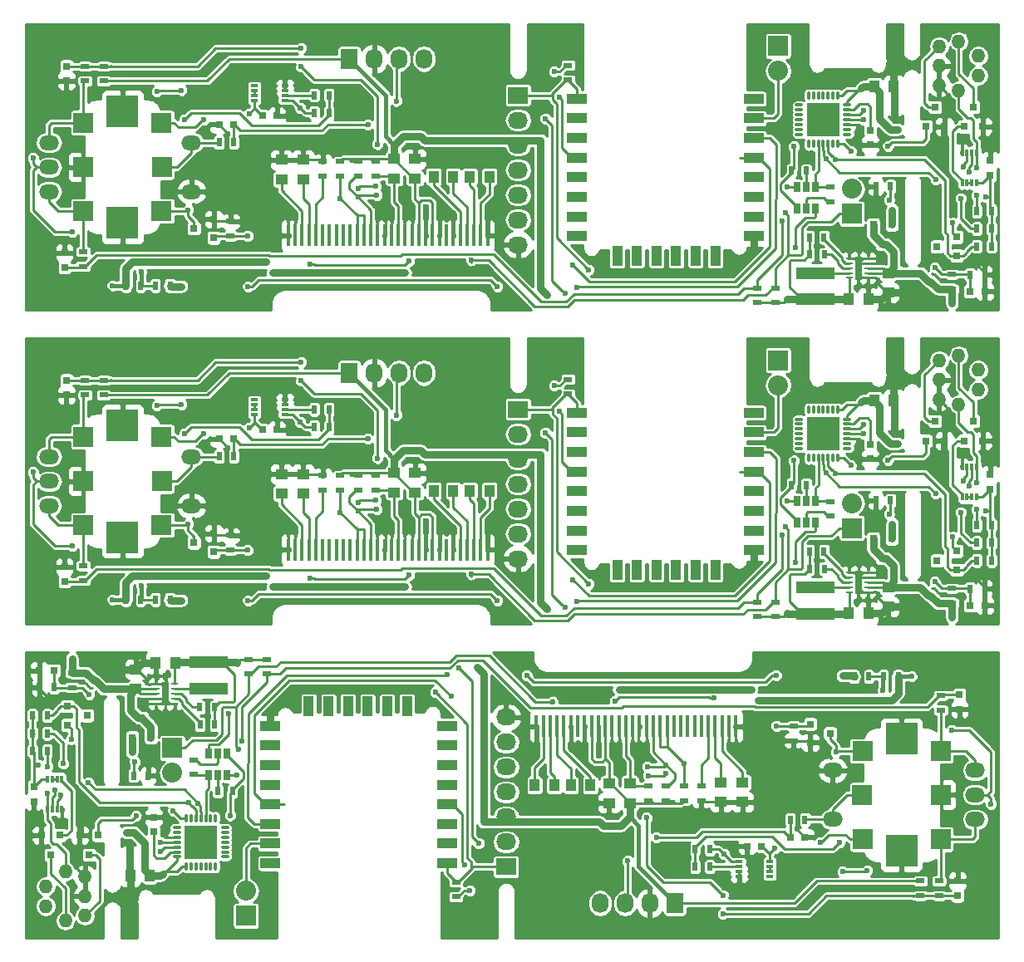
<source format=gbr>
G04 #@! TF.FileFunction,Copper,L1,Top,Signal*
%FSLAX46Y46*%
G04 Gerber Fmt 4.6, Leading zero omitted, Abs format (unit mm)*
G04 Created by KiCad (PCBNEW (2016-05-02 BZR 6765, Git 2f87409)-product) date 2016-05-10 21:50:54*
%MOMM*%
%LPD*%
G01*
G04 APERTURE LIST*
%ADD10C,0.100000*%
%ADD11R,0.500000X0.900000*%
%ADD12R,0.900000X0.500000*%
%ADD13R,0.700000X0.250000*%
%ADD14R,0.640000X1.200000*%
%ADD15R,0.800100X0.800100*%
%ADD16R,0.400000X2.200000*%
%ADD17O,2.000000X1.524000*%
%ADD18R,3.200000X3.200000*%
%ADD19R,2.000000X2.000000*%
%ADD20O,1.400000X1.400000*%
%ADD21R,4.000000X1.300000*%
%ADD22R,0.300000X0.800000*%
%ADD23R,1.250000X1.000000*%
%ADD24R,1.000000X1.250000*%
%ADD25R,0.800000X0.750000*%
%ADD26R,0.750000X0.800000*%
%ADD27O,0.850000X0.300000*%
%ADD28O,0.300000X0.850000*%
%ADD29R,1.675000X1.675000*%
%ADD30R,0.650000X1.060000*%
%ADD31R,1.727200X2.032000*%
%ADD32O,1.727200X2.032000*%
%ADD33R,0.800000X0.300000*%
%ADD34R,2.032000X2.032000*%
%ADD35O,2.032000X2.032000*%
%ADD36R,2.032000X1.727200*%
%ADD37O,2.032000X1.727200*%
%ADD38R,1.000000X2.000000*%
%ADD39R,2.000000X1.000000*%
%ADD40C,0.600000*%
%ADD41C,0.250000*%
%ADD42C,0.800000*%
%ADD43C,0.450000*%
%ADD44C,0.254000*%
G04 APERTURE END LIST*
D10*
D11*
X168060000Y-71980000D03*
X169560000Y-71980000D03*
X178350000Y-74490000D03*
X179850000Y-74490000D03*
D12*
X163450000Y-72070000D03*
X163450000Y-73570000D03*
D13*
X167235000Y-81300000D03*
X167235000Y-80800000D03*
X167235000Y-80300000D03*
X167235000Y-79800000D03*
X167235000Y-79300000D03*
X165385000Y-79300000D03*
X165385000Y-79800000D03*
X165385000Y-80300000D03*
X165385000Y-80800000D03*
X165385000Y-81300000D03*
D14*
X166310000Y-79700000D03*
X166310000Y-80900000D03*
D15*
X176300760Y-79040000D03*
X176300760Y-77140000D03*
X174301780Y-78090000D03*
X173150000Y-65890760D03*
X175050000Y-65890760D03*
X174100000Y-63891780D03*
X177050000Y-65890760D03*
X178950000Y-65890760D03*
X178000000Y-63891780D03*
X100608980Y-77230000D03*
X100608980Y-75330000D03*
X98610000Y-76280000D03*
D11*
X161280000Y-77190000D03*
X162780000Y-77190000D03*
X161300000Y-78930000D03*
X162800000Y-78930000D03*
X159470000Y-70380000D03*
X160970000Y-70380000D03*
D12*
X136710000Y-59630000D03*
X136710000Y-61130000D03*
D11*
X179850000Y-76290000D03*
X178350000Y-76290000D03*
D12*
X102310000Y-75530000D03*
X102310000Y-77030000D03*
D11*
X179850000Y-78090000D03*
X178350000Y-78090000D03*
D12*
X175800000Y-82440000D03*
X175800000Y-80940000D03*
D11*
X177650000Y-80990000D03*
X179150000Y-80990000D03*
X94660000Y-82080000D03*
X96160000Y-82080000D03*
X91660000Y-82080000D03*
X93160000Y-82080000D03*
D12*
X157810000Y-82330000D03*
X157810000Y-83830000D03*
X89410000Y-59730000D03*
X89410000Y-61230000D03*
X156010000Y-82330000D03*
X156010000Y-83830000D03*
D11*
X101160000Y-67480000D03*
X102660000Y-67480000D03*
D12*
X87510000Y-61230000D03*
X87510000Y-59730000D03*
X87310000Y-78630000D03*
X87310000Y-80130000D03*
X117110000Y-70930000D03*
X117110000Y-69430000D03*
X111710000Y-70930000D03*
X111710000Y-69430000D03*
X115310000Y-70930000D03*
X115310000Y-69430000D03*
X113510000Y-70930000D03*
X113510000Y-69430000D03*
D16*
X128510000Y-76980000D03*
X127810000Y-76980000D03*
X127110000Y-76980000D03*
X126410000Y-76980000D03*
X125710000Y-76980000D03*
X125010000Y-76980000D03*
X124310000Y-76980000D03*
X123610000Y-76980000D03*
X122910000Y-76980000D03*
X122210000Y-76980000D03*
X121510000Y-76980000D03*
X120810000Y-76980000D03*
X120110000Y-76980000D03*
X119410000Y-76980000D03*
X118710000Y-76980000D03*
X118010000Y-76980000D03*
X117310000Y-76980000D03*
X116610000Y-76980000D03*
X115910000Y-76980000D03*
X115210000Y-76980000D03*
X114510000Y-76980000D03*
X113810000Y-76980000D03*
X113110000Y-76980000D03*
X112410000Y-76980000D03*
X111710000Y-76980000D03*
X111010000Y-76980000D03*
X110310000Y-76980000D03*
X109610000Y-76980000D03*
X108910000Y-76980000D03*
X108210000Y-76980000D03*
D17*
X83830000Y-72510000D03*
X83830000Y-70010000D03*
X83830000Y-67510000D03*
X98330000Y-67510000D03*
X98330000Y-72510000D03*
D18*
X91330000Y-75710000D03*
X91330000Y-64310000D03*
D19*
X87330000Y-70010000D03*
X95330000Y-70010000D03*
X95310000Y-65480000D03*
X87310000Y-65480000D03*
X95310000Y-74480000D03*
X87310000Y-74480000D03*
D20*
X174499800Y-59690000D03*
X174499800Y-57696100D03*
X174499800Y-61683900D03*
X178487600Y-58686700D03*
X178487600Y-60693300D03*
X176506400Y-57188100D03*
X176506400Y-62191900D03*
D21*
X161900000Y-83500000D03*
X161900000Y-80800000D03*
D22*
X178350000Y-71640000D03*
X178350000Y-68540000D03*
X177850000Y-71640000D03*
X177850000Y-68540000D03*
X177350000Y-71640000D03*
X177350000Y-68540000D03*
X176850000Y-71640000D03*
X176850000Y-68540000D03*
D23*
X169320000Y-80800000D03*
X169320000Y-82800000D03*
D24*
X167900000Y-61790000D03*
X169900000Y-61790000D03*
D25*
X168450000Y-63890000D03*
X169950000Y-63890000D03*
D26*
X167500000Y-66240000D03*
X167500000Y-67740000D03*
D24*
X165290000Y-83470000D03*
X167290000Y-83470000D03*
D25*
X177650000Y-82690000D03*
X179150000Y-82690000D03*
X102660000Y-65680000D03*
X101160000Y-65680000D03*
D26*
X85610000Y-59730000D03*
X85610000Y-61230000D03*
X85410000Y-80230000D03*
X85410000Y-78730000D03*
D23*
X119010000Y-69180000D03*
X119010000Y-71180000D03*
X109710000Y-71280000D03*
X109710000Y-69280000D03*
D24*
X128710000Y-70980000D03*
X126710000Y-70980000D03*
X125010000Y-70980000D03*
X123010000Y-70980000D03*
D23*
X121110000Y-71180000D03*
X121110000Y-69180000D03*
X107510000Y-71280000D03*
X107510000Y-69280000D03*
D27*
X165150000Y-66690000D03*
X165150000Y-66190000D03*
X165150000Y-65690000D03*
X165150000Y-65190000D03*
X165150000Y-64690000D03*
X165150000Y-64190000D03*
X165150000Y-63690000D03*
D28*
X164200000Y-62740000D03*
X163700000Y-62740000D03*
X163200000Y-62740000D03*
X162700000Y-62740000D03*
X162200000Y-62740000D03*
X161700000Y-62740000D03*
X161200000Y-62740000D03*
D27*
X160250000Y-63690000D03*
X160250000Y-64190000D03*
X160250000Y-64690000D03*
X160250000Y-65190000D03*
X160250000Y-65690000D03*
X160250000Y-66190000D03*
X160250000Y-66690000D03*
D28*
X161200000Y-67640000D03*
X161700000Y-67640000D03*
X162200000Y-67640000D03*
X162700000Y-67640000D03*
X163200000Y-67640000D03*
X163700000Y-67640000D03*
X164200000Y-67640000D03*
D29*
X161862500Y-64352500D03*
X161862500Y-66027500D03*
X163537500Y-64352500D03*
X163537500Y-66027500D03*
D26*
X179700000Y-70840000D03*
X179700000Y-69340000D03*
D15*
X169690000Y-75869240D03*
X167790000Y-75869240D03*
X168740000Y-77868220D03*
D30*
X160040000Y-74250000D03*
X160990000Y-74250000D03*
X161940000Y-74250000D03*
X161940000Y-72050000D03*
X160040000Y-72050000D03*
X160990000Y-72050000D03*
D25*
X105560000Y-64780000D03*
X107060000Y-64780000D03*
D11*
X112360000Y-64480000D03*
X110860000Y-64480000D03*
X112360000Y-62680000D03*
X110860000Y-62680000D03*
D31*
X114410000Y-58980000D03*
D32*
X116950000Y-58980000D03*
X119490000Y-58980000D03*
X122030000Y-58980000D03*
D33*
X104760000Y-63230000D03*
X107860000Y-63230000D03*
X104760000Y-62730000D03*
X107860000Y-62730000D03*
X104760000Y-62230000D03*
X107860000Y-62230000D03*
X104760000Y-61730000D03*
X107860000Y-61730000D03*
D34*
X158110000Y-57680000D03*
D35*
X158110000Y-60220000D03*
D36*
X131610000Y-62680000D03*
D37*
X131610000Y-65220000D03*
X131610000Y-67760000D03*
X131610000Y-70300000D03*
X131610000Y-72840000D03*
X131610000Y-75380000D03*
X131610000Y-77920000D03*
D34*
X165610000Y-74780000D03*
D35*
X165610000Y-72240000D03*
D38*
X141710000Y-79040000D03*
X143710000Y-79040000D03*
X145710000Y-79040000D03*
X147710000Y-79040000D03*
X149710000Y-79040000D03*
X151710000Y-79040000D03*
D39*
X137610000Y-63040000D03*
X137610000Y-65040000D03*
X137610000Y-67040000D03*
X137610000Y-69040000D03*
X137610000Y-71040000D03*
X137610000Y-73040000D03*
X137610000Y-75040000D03*
X137610000Y-77040000D03*
X155610000Y-77040000D03*
X155610000Y-75040000D03*
X155610000Y-73040000D03*
X155610000Y-71040000D03*
X155610000Y-69040000D03*
X155610000Y-67040000D03*
X155610000Y-65040000D03*
X155610000Y-63040000D03*
D11*
X168060000Y-103990000D03*
X169560000Y-103990000D03*
X178350000Y-106500000D03*
X179850000Y-106500000D03*
D12*
X163450000Y-104080000D03*
X163450000Y-105580000D03*
D13*
X167235000Y-113310000D03*
X167235000Y-112810000D03*
X167235000Y-112310000D03*
X167235000Y-111810000D03*
X167235000Y-111310000D03*
X165385000Y-111310000D03*
X165385000Y-111810000D03*
X165385000Y-112310000D03*
X165385000Y-112810000D03*
X165385000Y-113310000D03*
D14*
X166310000Y-111710000D03*
X166310000Y-112910000D03*
D15*
X176300760Y-111050000D03*
X176300760Y-109150000D03*
X174301780Y-110100000D03*
X173150000Y-97900760D03*
X175050000Y-97900760D03*
X174100000Y-95901780D03*
X177050000Y-97900760D03*
X178950000Y-97900760D03*
X178000000Y-95901780D03*
X100608980Y-109240000D03*
X100608980Y-107340000D03*
X98610000Y-108290000D03*
D11*
X161280000Y-109200000D03*
X162780000Y-109200000D03*
X161300000Y-110940000D03*
X162800000Y-110940000D03*
X159470000Y-102390000D03*
X160970000Y-102390000D03*
D12*
X136710000Y-91640000D03*
X136710000Y-93140000D03*
D11*
X179850000Y-108300000D03*
X178350000Y-108300000D03*
D12*
X102310000Y-107540000D03*
X102310000Y-109040000D03*
D11*
X179850000Y-110100000D03*
X178350000Y-110100000D03*
D12*
X175800000Y-114450000D03*
X175800000Y-112950000D03*
D11*
X177650000Y-113000000D03*
X179150000Y-113000000D03*
X94660000Y-114090000D03*
X96160000Y-114090000D03*
X91660000Y-114090000D03*
X93160000Y-114090000D03*
D12*
X157810000Y-114340000D03*
X157810000Y-115840000D03*
X89410000Y-91740000D03*
X89410000Y-93240000D03*
X156010000Y-114340000D03*
X156010000Y-115840000D03*
D11*
X101160000Y-99490000D03*
X102660000Y-99490000D03*
D12*
X87510000Y-93240000D03*
X87510000Y-91740000D03*
X87310000Y-110640000D03*
X87310000Y-112140000D03*
X117110000Y-102940000D03*
X117110000Y-101440000D03*
X111710000Y-102940000D03*
X111710000Y-101440000D03*
X115310000Y-102940000D03*
X115310000Y-101440000D03*
X113510000Y-102940000D03*
X113510000Y-101440000D03*
D16*
X128510000Y-108990000D03*
X127810000Y-108990000D03*
X127110000Y-108990000D03*
X126410000Y-108990000D03*
X125710000Y-108990000D03*
X125010000Y-108990000D03*
X124310000Y-108990000D03*
X123610000Y-108990000D03*
X122910000Y-108990000D03*
X122210000Y-108990000D03*
X121510000Y-108990000D03*
X120810000Y-108990000D03*
X120110000Y-108990000D03*
X119410000Y-108990000D03*
X118710000Y-108990000D03*
X118010000Y-108990000D03*
X117310000Y-108990000D03*
X116610000Y-108990000D03*
X115910000Y-108990000D03*
X115210000Y-108990000D03*
X114510000Y-108990000D03*
X113810000Y-108990000D03*
X113110000Y-108990000D03*
X112410000Y-108990000D03*
X111710000Y-108990000D03*
X111010000Y-108990000D03*
X110310000Y-108990000D03*
X109610000Y-108990000D03*
X108910000Y-108990000D03*
X108210000Y-108990000D03*
D17*
X83830000Y-104520000D03*
X83830000Y-102020000D03*
X83830000Y-99520000D03*
X98330000Y-99520000D03*
X98330000Y-104520000D03*
D18*
X91330000Y-107720000D03*
X91330000Y-96320000D03*
D19*
X87330000Y-102020000D03*
X95330000Y-102020000D03*
X95310000Y-97490000D03*
X87310000Y-97490000D03*
X95310000Y-106490000D03*
X87310000Y-106490000D03*
D20*
X174499800Y-91700000D03*
X174499800Y-89706100D03*
X174499800Y-93693900D03*
X178487600Y-90696700D03*
X178487600Y-92703300D03*
X176506400Y-89198100D03*
X176506400Y-94201900D03*
D21*
X161900000Y-115510000D03*
X161900000Y-112810000D03*
D22*
X178350000Y-103650000D03*
X178350000Y-100550000D03*
X177850000Y-103650000D03*
X177850000Y-100550000D03*
X177350000Y-103650000D03*
X177350000Y-100550000D03*
X176850000Y-103650000D03*
X176850000Y-100550000D03*
D23*
X169320000Y-112810000D03*
X169320000Y-114810000D03*
D24*
X167900000Y-93800000D03*
X169900000Y-93800000D03*
D25*
X168450000Y-95900000D03*
X169950000Y-95900000D03*
D26*
X167500000Y-98250000D03*
X167500000Y-99750000D03*
D24*
X165290000Y-115480000D03*
X167290000Y-115480000D03*
D25*
X177650000Y-114700000D03*
X179150000Y-114700000D03*
X102660000Y-97690000D03*
X101160000Y-97690000D03*
D26*
X85610000Y-91740000D03*
X85610000Y-93240000D03*
X85410000Y-112240000D03*
X85410000Y-110740000D03*
D23*
X119010000Y-101190000D03*
X119010000Y-103190000D03*
X109710000Y-103290000D03*
X109710000Y-101290000D03*
D24*
X128710000Y-102990000D03*
X126710000Y-102990000D03*
X125010000Y-102990000D03*
X123010000Y-102990000D03*
D23*
X121110000Y-103190000D03*
X121110000Y-101190000D03*
X107510000Y-103290000D03*
X107510000Y-101290000D03*
D27*
X165150000Y-98700000D03*
X165150000Y-98200000D03*
X165150000Y-97700000D03*
X165150000Y-97200000D03*
X165150000Y-96700000D03*
X165150000Y-96200000D03*
X165150000Y-95700000D03*
D28*
X164200000Y-94750000D03*
X163700000Y-94750000D03*
X163200000Y-94750000D03*
X162700000Y-94750000D03*
X162200000Y-94750000D03*
X161700000Y-94750000D03*
X161200000Y-94750000D03*
D27*
X160250000Y-95700000D03*
X160250000Y-96200000D03*
X160250000Y-96700000D03*
X160250000Y-97200000D03*
X160250000Y-97700000D03*
X160250000Y-98200000D03*
X160250000Y-98700000D03*
D28*
X161200000Y-99650000D03*
X161700000Y-99650000D03*
X162200000Y-99650000D03*
X162700000Y-99650000D03*
X163200000Y-99650000D03*
X163700000Y-99650000D03*
X164200000Y-99650000D03*
D29*
X161862500Y-96362500D03*
X161862500Y-98037500D03*
X163537500Y-96362500D03*
X163537500Y-98037500D03*
D26*
X179700000Y-102850000D03*
X179700000Y-101350000D03*
D15*
X169690000Y-107879240D03*
X167790000Y-107879240D03*
X168740000Y-109878220D03*
D30*
X160040000Y-106260000D03*
X160990000Y-106260000D03*
X161940000Y-106260000D03*
X161940000Y-104060000D03*
X160040000Y-104060000D03*
X160990000Y-104060000D03*
D25*
X105560000Y-96790000D03*
X107060000Y-96790000D03*
D11*
X112360000Y-96490000D03*
X110860000Y-96490000D03*
X112360000Y-94690000D03*
X110860000Y-94690000D03*
D31*
X114410000Y-90990000D03*
D32*
X116950000Y-90990000D03*
X119490000Y-90990000D03*
X122030000Y-90990000D03*
D33*
X104760000Y-95240000D03*
X107860000Y-95240000D03*
X104760000Y-94740000D03*
X107860000Y-94740000D03*
X104760000Y-94240000D03*
X107860000Y-94240000D03*
X104760000Y-93740000D03*
X107860000Y-93740000D03*
D34*
X158110000Y-89690000D03*
D35*
X158110000Y-92230000D03*
D36*
X131610000Y-94690000D03*
D37*
X131610000Y-97230000D03*
X131610000Y-99770000D03*
X131610000Y-102310000D03*
X131610000Y-104850000D03*
X131610000Y-107390000D03*
X131610000Y-109930000D03*
D34*
X165610000Y-106790000D03*
D35*
X165610000Y-104250000D03*
D38*
X141710000Y-111050000D03*
X143710000Y-111050000D03*
X145710000Y-111050000D03*
X147710000Y-111050000D03*
X149710000Y-111050000D03*
X151710000Y-111050000D03*
D39*
X137610000Y-95050000D03*
X137610000Y-97050000D03*
X137610000Y-99050000D03*
X137610000Y-101050000D03*
X137610000Y-103050000D03*
X137610000Y-105050000D03*
X137610000Y-107050000D03*
X137610000Y-109050000D03*
X155610000Y-109050000D03*
X155610000Y-107050000D03*
X155610000Y-105050000D03*
X155610000Y-103050000D03*
X155610000Y-101050000D03*
X155610000Y-99050000D03*
X155610000Y-97050000D03*
X155610000Y-95050000D03*
D11*
X93940000Y-132020000D03*
X92440000Y-132020000D03*
X83650000Y-129510000D03*
X82150000Y-129510000D03*
D12*
X98550000Y-131930000D03*
X98550000Y-130430000D03*
D13*
X94765000Y-122700000D03*
X94765000Y-123200000D03*
X94765000Y-123700000D03*
X94765000Y-124200000D03*
X94765000Y-124700000D03*
X96615000Y-124700000D03*
X96615000Y-124200000D03*
X96615000Y-123700000D03*
X96615000Y-123200000D03*
X96615000Y-122700000D03*
D14*
X95690000Y-124300000D03*
X95690000Y-123100000D03*
D15*
X85699240Y-124960000D03*
X85699240Y-126860000D03*
X87698220Y-125910000D03*
X88850000Y-138109240D03*
X86950000Y-138109240D03*
X87900000Y-140108220D03*
X84950000Y-138109240D03*
X83050000Y-138109240D03*
X84000000Y-140108220D03*
X161391020Y-126770000D03*
X161391020Y-128670000D03*
X163390000Y-127720000D03*
D11*
X100720000Y-126810000D03*
X99220000Y-126810000D03*
X100700000Y-125070000D03*
X99200000Y-125070000D03*
X102530000Y-133620000D03*
X101030000Y-133620000D03*
D12*
X125290000Y-144370000D03*
X125290000Y-142870000D03*
D11*
X82150000Y-127710000D03*
X83650000Y-127710000D03*
D12*
X159690000Y-128470000D03*
X159690000Y-126970000D03*
D11*
X82150000Y-125910000D03*
X83650000Y-125910000D03*
D12*
X86200000Y-121560000D03*
X86200000Y-123060000D03*
D11*
X84350000Y-123010000D03*
X82850000Y-123010000D03*
X167340000Y-121920000D03*
X165840000Y-121920000D03*
X170340000Y-121920000D03*
X168840000Y-121920000D03*
D12*
X104190000Y-121670000D03*
X104190000Y-120170000D03*
X172590000Y-144270000D03*
X172590000Y-142770000D03*
X105990000Y-121670000D03*
X105990000Y-120170000D03*
D11*
X160840000Y-136520000D03*
X159340000Y-136520000D03*
D12*
X174490000Y-142770000D03*
X174490000Y-144270000D03*
X174690000Y-125370000D03*
X174690000Y-123870000D03*
X144890000Y-133070000D03*
X144890000Y-134570000D03*
X150290000Y-133070000D03*
X150290000Y-134570000D03*
X146690000Y-133070000D03*
X146690000Y-134570000D03*
X148490000Y-133070000D03*
X148490000Y-134570000D03*
D16*
X133490000Y-127020000D03*
X134190000Y-127020000D03*
X134890000Y-127020000D03*
X135590000Y-127020000D03*
X136290000Y-127020000D03*
X136990000Y-127020000D03*
X137690000Y-127020000D03*
X138390000Y-127020000D03*
X139090000Y-127020000D03*
X139790000Y-127020000D03*
X140490000Y-127020000D03*
X141190000Y-127020000D03*
X141890000Y-127020000D03*
X142590000Y-127020000D03*
X143290000Y-127020000D03*
X143990000Y-127020000D03*
X144690000Y-127020000D03*
X145390000Y-127020000D03*
X146090000Y-127020000D03*
X146790000Y-127020000D03*
X147490000Y-127020000D03*
X148190000Y-127020000D03*
X148890000Y-127020000D03*
X149590000Y-127020000D03*
X150290000Y-127020000D03*
X150990000Y-127020000D03*
X151690000Y-127020000D03*
X152390000Y-127020000D03*
X153090000Y-127020000D03*
X153790000Y-127020000D03*
D17*
X178170000Y-131490000D03*
X178170000Y-133990000D03*
X178170000Y-136490000D03*
X163670000Y-136490000D03*
X163670000Y-131490000D03*
D18*
X170670000Y-128290000D03*
X170670000Y-139690000D03*
D19*
X174670000Y-133990000D03*
X166670000Y-133990000D03*
X166690000Y-138520000D03*
X174690000Y-138520000D03*
X166690000Y-129520000D03*
X174690000Y-129520000D03*
D20*
X87500200Y-144310000D03*
X87500200Y-146303900D03*
X87500200Y-142316100D03*
X83512400Y-145313300D03*
X83512400Y-143306700D03*
X85493600Y-146811900D03*
X85493600Y-141808100D03*
D21*
X100100000Y-120500000D03*
X100100000Y-123200000D03*
D22*
X83650000Y-132360000D03*
X83650000Y-135460000D03*
X84150000Y-132360000D03*
X84150000Y-135460000D03*
X84650000Y-132360000D03*
X84650000Y-135460000D03*
X85150000Y-132360000D03*
X85150000Y-135460000D03*
D23*
X92680000Y-123200000D03*
X92680000Y-121200000D03*
D24*
X94100000Y-142210000D03*
X92100000Y-142210000D03*
D25*
X93550000Y-140110000D03*
X92050000Y-140110000D03*
D26*
X94500000Y-137760000D03*
X94500000Y-136260000D03*
D24*
X96710000Y-120530000D03*
X94710000Y-120530000D03*
D25*
X84350000Y-121310000D03*
X82850000Y-121310000D03*
X159340000Y-138320000D03*
X160840000Y-138320000D03*
D26*
X176390000Y-144270000D03*
X176390000Y-142770000D03*
X176590000Y-123770000D03*
X176590000Y-125270000D03*
D23*
X142990000Y-134820000D03*
X142990000Y-132820000D03*
X152290000Y-132720000D03*
X152290000Y-134720000D03*
D24*
X133290000Y-133020000D03*
X135290000Y-133020000D03*
X136990000Y-133020000D03*
X138990000Y-133020000D03*
D23*
X140890000Y-132820000D03*
X140890000Y-134820000D03*
X154490000Y-132720000D03*
X154490000Y-134720000D03*
D27*
X96850000Y-137310000D03*
X96850000Y-137810000D03*
X96850000Y-138310000D03*
X96850000Y-138810000D03*
X96850000Y-139310000D03*
X96850000Y-139810000D03*
X96850000Y-140310000D03*
D28*
X97800000Y-141260000D03*
X98300000Y-141260000D03*
X98800000Y-141260000D03*
X99300000Y-141260000D03*
X99800000Y-141260000D03*
X100300000Y-141260000D03*
X100800000Y-141260000D03*
D27*
X101750000Y-140310000D03*
X101750000Y-139810000D03*
X101750000Y-139310000D03*
X101750000Y-138810000D03*
X101750000Y-138310000D03*
X101750000Y-137810000D03*
X101750000Y-137310000D03*
D28*
X100800000Y-136360000D03*
X100300000Y-136360000D03*
X99800000Y-136360000D03*
X99300000Y-136360000D03*
X98800000Y-136360000D03*
X98300000Y-136360000D03*
X97800000Y-136360000D03*
D29*
X100137500Y-139647500D03*
X100137500Y-137972500D03*
X98462500Y-139647500D03*
X98462500Y-137972500D03*
D26*
X82300000Y-133160000D03*
X82300000Y-134660000D03*
D15*
X92310000Y-128130760D03*
X94210000Y-128130760D03*
X93260000Y-126131780D03*
D30*
X101960000Y-129750000D03*
X101010000Y-129750000D03*
X100060000Y-129750000D03*
X100060000Y-131950000D03*
X101960000Y-131950000D03*
X101010000Y-131950000D03*
D25*
X156440000Y-139220000D03*
X154940000Y-139220000D03*
D11*
X149640000Y-139520000D03*
X151140000Y-139520000D03*
X149640000Y-141320000D03*
X151140000Y-141320000D03*
D31*
X147590000Y-145020000D03*
D32*
X145050000Y-145020000D03*
X142510000Y-145020000D03*
X139970000Y-145020000D03*
D33*
X157240000Y-140770000D03*
X154140000Y-140770000D03*
X157240000Y-141270000D03*
X154140000Y-141270000D03*
X157240000Y-141770000D03*
X154140000Y-141770000D03*
X157240000Y-142270000D03*
X154140000Y-142270000D03*
D34*
X103890000Y-146320000D03*
D35*
X103890000Y-143780000D03*
D36*
X130390000Y-141320000D03*
D37*
X130390000Y-138780000D03*
X130390000Y-136240000D03*
X130390000Y-133700000D03*
X130390000Y-131160000D03*
X130390000Y-128620000D03*
X130390000Y-126080000D03*
D34*
X96390000Y-129220000D03*
D35*
X96390000Y-131760000D03*
D38*
X120290000Y-124960000D03*
X118290000Y-124960000D03*
X116290000Y-124960000D03*
X114290000Y-124960000D03*
X112290000Y-124960000D03*
X110290000Y-124960000D03*
D39*
X124390000Y-140960000D03*
X124390000Y-138960000D03*
X124390000Y-136960000D03*
X124390000Y-134960000D03*
X124390000Y-132960000D03*
X124390000Y-130960000D03*
X124390000Y-128960000D03*
X124390000Y-126960000D03*
X106390000Y-126960000D03*
X106390000Y-128960000D03*
X106390000Y-130960000D03*
X106390000Y-132960000D03*
X106390000Y-134960000D03*
X106390000Y-136960000D03*
X106390000Y-138960000D03*
X106390000Y-140960000D03*
D40*
X105910000Y-79680000D03*
X90310000Y-82080000D03*
X133910000Y-77080000D03*
X133910000Y-67280000D03*
X159010000Y-83490000D03*
X179240000Y-73070000D03*
X134570153Y-83019844D03*
X105910000Y-111690000D03*
X90310000Y-114090000D03*
X133910000Y-109090000D03*
X133910000Y-99290000D03*
X159010000Y-115500000D03*
X179240000Y-105080000D03*
X134570153Y-115029844D03*
X156090000Y-124320000D03*
X171690000Y-121920000D03*
X128090000Y-126920000D03*
X128090000Y-136720000D03*
X102990000Y-120510000D03*
X82760000Y-130930000D03*
X127429847Y-120980156D03*
X175800000Y-83890000D03*
X175800000Y-115900000D03*
X86200000Y-120110000D03*
X163960000Y-69200000D03*
X163960000Y-101210000D03*
X98040000Y-134800000D03*
X175900000Y-75690000D03*
X177600000Y-70490000D03*
X175900000Y-107700000D03*
X177600000Y-102500000D03*
X86100000Y-128310000D03*
X84400000Y-133510000D03*
X82210000Y-69080000D03*
X86210000Y-76580000D03*
X99610000Y-65180000D03*
X98010000Y-74380000D03*
X82210000Y-101090000D03*
X86210000Y-108590000D03*
X99610000Y-97190000D03*
X98010000Y-106390000D03*
X179790000Y-134920000D03*
X175790000Y-127420000D03*
X162390000Y-138820000D03*
X163990000Y-129620000D03*
X110410000Y-79879990D03*
X120510000Y-79580000D03*
X109410000Y-63980000D03*
X137210000Y-80029978D03*
X110410000Y-111889990D03*
X120510000Y-111590000D03*
X109410000Y-95990000D03*
X137210000Y-112039978D03*
X151590000Y-124120010D03*
X141490000Y-124420000D03*
X152590000Y-140020000D03*
X124790000Y-123970022D03*
X94810000Y-62305010D03*
X97310000Y-62180000D03*
X94810000Y-94315010D03*
X97310000Y-94190000D03*
X167190000Y-141694990D03*
X164690000Y-141820000D03*
X93210000Y-80680000D03*
X93210000Y-112690000D03*
X168790000Y-123320000D03*
X169409990Y-73370000D03*
X169309990Y-67858166D03*
X169409990Y-105380000D03*
X169309990Y-99868166D03*
X92590010Y-130630000D03*
X92690010Y-136141834D03*
X129510000Y-82180000D03*
X137610000Y-82280000D03*
X104110000Y-82180000D03*
X104060000Y-77030000D03*
X129510000Y-114190000D03*
X137610000Y-114290000D03*
X104110000Y-114190000D03*
X104060000Y-109040000D03*
X132490000Y-121820000D03*
X124390000Y-121720000D03*
X157890000Y-121820000D03*
X157940000Y-126970000D03*
X178298500Y-72889547D03*
X178343354Y-70123720D03*
X178298500Y-104899547D03*
X178343354Y-102133720D03*
X83701500Y-131110453D03*
X83656646Y-133876280D03*
X159720000Y-67910000D03*
X165510000Y-68390000D03*
X159720000Y-99920000D03*
X165510000Y-100400000D03*
X102280000Y-136090000D03*
X96490000Y-135610000D03*
X135810000Y-62880000D03*
X135310000Y-60280000D03*
X135810000Y-94890000D03*
X135310000Y-92290000D03*
X126190000Y-141120000D03*
X126690000Y-143720000D03*
X159884990Y-78254990D03*
X138810000Y-80480000D03*
X159884990Y-110264990D03*
X138810000Y-112490000D03*
X102115010Y-125745010D03*
X123190000Y-123520000D03*
X174150000Y-71270000D03*
X162980000Y-69150000D03*
X176973934Y-69991943D03*
X176700000Y-73190000D03*
X174150000Y-103280000D03*
X162980000Y-101160000D03*
X176973934Y-102001943D03*
X176700000Y-105200000D03*
X87850000Y-132730000D03*
X99020000Y-134850000D03*
X85026066Y-134008057D03*
X85300000Y-130810000D03*
X136407249Y-82905010D03*
X134410000Y-65080000D03*
X174060000Y-80260000D03*
X136407249Y-114915010D03*
X134410000Y-97090000D03*
X174060000Y-112270000D03*
X125592751Y-121094990D03*
X127590000Y-138920000D03*
X87940000Y-123740000D03*
X126892471Y-79505010D03*
X116310000Y-65680000D03*
X158985021Y-72020000D03*
X158835010Y-74682751D03*
X126892471Y-111515010D03*
X116310000Y-97690000D03*
X158985021Y-104030000D03*
X158835010Y-106692751D03*
X135107529Y-124494990D03*
X145690000Y-138320000D03*
X103014979Y-131980000D03*
X103164990Y-129317249D03*
X109510000Y-57880000D03*
X109510000Y-59780000D03*
X117310000Y-67680000D03*
X109510000Y-89890000D03*
X109510000Y-91790000D03*
X117310000Y-99690000D03*
X152490000Y-146120000D03*
X152490000Y-144220000D03*
X144690000Y-136320000D03*
X158510000Y-75480000D03*
X158510000Y-107490000D03*
X103490000Y-128520000D03*
X117210000Y-72880000D03*
X119210000Y-63280000D03*
X115310000Y-73080000D03*
X117210000Y-104890000D03*
X119210000Y-95290000D03*
X115310000Y-105090000D03*
X144790000Y-131120000D03*
X142790000Y-140720000D03*
X146690000Y-130920000D03*
X115310000Y-72180000D03*
X117110000Y-71980000D03*
X113510000Y-73180000D03*
X115310000Y-104190000D03*
X117110000Y-103990000D03*
X113510000Y-105190000D03*
X146690000Y-131820000D03*
X144890000Y-132020000D03*
X148490000Y-130820000D03*
X166836081Y-64215010D03*
X166836081Y-96225010D03*
X95163919Y-139784990D03*
X166800000Y-65190000D03*
X166800000Y-97200000D03*
X95200000Y-138810000D03*
X97610000Y-65180000D03*
X97610000Y-97190000D03*
X164390000Y-138820000D03*
X166310000Y-82180000D03*
X166410000Y-77080000D03*
X165260000Y-77080000D03*
X164310000Y-77580000D03*
X165250000Y-78140000D03*
X168010000Y-74380000D03*
X122710000Y-79680000D03*
X122210000Y-74080000D03*
X120110000Y-72380000D03*
X122110000Y-72380000D03*
X101810000Y-68780000D03*
X107910000Y-60580000D03*
X108110000Y-64780000D03*
X85610000Y-62780000D03*
X85610000Y-69880000D03*
X83910000Y-77180000D03*
X169910000Y-64980000D03*
X139510000Y-79480000D03*
X168537979Y-67648360D03*
X108210000Y-74180000D03*
X118110000Y-74380000D03*
X120510000Y-73980000D03*
X128810000Y-73880000D03*
X124110000Y-74080000D03*
X121110000Y-67780000D03*
X111710000Y-67780000D03*
X178329990Y-79470696D03*
X170750000Y-81980000D03*
X170770000Y-82820000D03*
X166320000Y-78140000D03*
X168850000Y-79470000D03*
X169900000Y-59590000D03*
X179100000Y-67090000D03*
X176800000Y-67190000D03*
X166310000Y-114190000D03*
X166410000Y-109090000D03*
X165260000Y-109090000D03*
X164310000Y-109590000D03*
X165250000Y-110150000D03*
X168010000Y-106390000D03*
X122710000Y-111690000D03*
X122210000Y-106090000D03*
X120110000Y-104390000D03*
X122110000Y-104390000D03*
X101810000Y-100790000D03*
X107910000Y-92590000D03*
X108110000Y-96790000D03*
X85610000Y-94790000D03*
X85610000Y-101890000D03*
X83910000Y-109190000D03*
X169910000Y-96990000D03*
X139510000Y-111490000D03*
X168537979Y-99658360D03*
X108210000Y-106190000D03*
X118110000Y-106390000D03*
X120510000Y-105990000D03*
X128810000Y-105890000D03*
X124110000Y-106090000D03*
X121110000Y-99790000D03*
X111710000Y-99790000D03*
X178329990Y-111480696D03*
X170750000Y-113990000D03*
X170770000Y-114830000D03*
X166320000Y-110150000D03*
X168850000Y-111480000D03*
X169900000Y-91600000D03*
X179100000Y-99100000D03*
X176800000Y-99200000D03*
X95690000Y-121820000D03*
X95590000Y-126920000D03*
X96740000Y-126920000D03*
X97690000Y-126420000D03*
X96750000Y-125860000D03*
X93990000Y-129620000D03*
X139290000Y-124320000D03*
X139790000Y-129920000D03*
X141890000Y-131620000D03*
X139890000Y-131620000D03*
X160190000Y-135220000D03*
X154090000Y-143420000D03*
X153890000Y-139220000D03*
X176390000Y-141220000D03*
X176390000Y-134120000D03*
X178090000Y-126820000D03*
X92090000Y-139020000D03*
X122490000Y-124520000D03*
X93462021Y-136351640D03*
X153790000Y-129820000D03*
X143890000Y-129620000D03*
X141490000Y-130020000D03*
X133190000Y-130120000D03*
X137890000Y-129920000D03*
X140890000Y-136220000D03*
X150290000Y-136220000D03*
X83670010Y-124529304D03*
X91250000Y-122020000D03*
X91230000Y-121180000D03*
X95680000Y-125860000D03*
X93150000Y-124530000D03*
X92100000Y-144410000D03*
X82900000Y-136910000D03*
X85200000Y-136810000D03*
X106610000Y-80780000D03*
X120110000Y-80780000D03*
X104210000Y-64580000D03*
X97310000Y-82180000D03*
X169710000Y-74380000D03*
X170310000Y-66180000D03*
X166600000Y-61990000D03*
X106610000Y-112790000D03*
X120110000Y-112790000D03*
X104210000Y-96590000D03*
X97310000Y-114190000D03*
X169710000Y-106390000D03*
X170310000Y-98190000D03*
X166600000Y-94000000D03*
X155390000Y-123220000D03*
X141890000Y-123220000D03*
X157790000Y-139420000D03*
X164690000Y-121820000D03*
X92290000Y-129620000D03*
X91690000Y-137820000D03*
X95400000Y-142010000D03*
D41*
X159300000Y-82250000D02*
X160550000Y-83500000D01*
X159300000Y-79580000D02*
X159300000Y-82250000D01*
X159438588Y-79441412D02*
X159300000Y-79580000D01*
X160788588Y-79441412D02*
X159438588Y-79441412D01*
X160550000Y-83500000D02*
X161900000Y-83500000D01*
X161300000Y-78930000D02*
X160788588Y-79441412D01*
X122910000Y-76980000D02*
X122910000Y-73680000D01*
X122910000Y-73680000D02*
X122610000Y-73380000D01*
X122610000Y-73380000D02*
X121810000Y-73380000D01*
X121810000Y-73380000D02*
X121510000Y-73680000D01*
D42*
X92310000Y-79680000D02*
X91660000Y-80330000D01*
X91660000Y-80330000D02*
X91660000Y-82080000D01*
X105910000Y-79680000D02*
X92310000Y-79680000D01*
D41*
X119010000Y-69180000D02*
X116610000Y-69180000D01*
X116610000Y-69180000D02*
X114510000Y-69180000D01*
X117110000Y-69430000D02*
X116860000Y-69430000D01*
X116860000Y-69430000D02*
X116610000Y-69180000D01*
X114510000Y-69180000D02*
X113760000Y-69180000D01*
X115310000Y-69430000D02*
X114610000Y-69430000D01*
X114610000Y-69430000D02*
X114510000Y-69330000D01*
X114510000Y-69330000D02*
X114510000Y-69180000D01*
X158670000Y-83830000D02*
X157810000Y-83830000D01*
X156010000Y-83830000D02*
X158670000Y-83830000D01*
X158670000Y-83830000D02*
X159010000Y-83490000D01*
D43*
X114410000Y-58980000D02*
X118110000Y-62680000D01*
X118110000Y-62680000D02*
X118110000Y-66880000D01*
X118110000Y-66880000D02*
X119010000Y-67780000D01*
D42*
X119910000Y-66880000D02*
X119010000Y-67780000D01*
X119010000Y-67780000D02*
X119010000Y-69180000D01*
X121710000Y-66880000D02*
X119910000Y-66880000D01*
X122110000Y-67280000D02*
X121710000Y-66880000D01*
X133910000Y-67280000D02*
X122110000Y-67280000D01*
D43*
X91660000Y-82080000D02*
X90310000Y-82080000D01*
D41*
X99960000Y-61230000D02*
X102210000Y-58980000D01*
X102210000Y-58980000D02*
X114410000Y-58980000D01*
X89410000Y-61230000D02*
X99960000Y-61230000D01*
D42*
X161900000Y-83500000D02*
X159020000Y-83500000D01*
X161900000Y-83500000D02*
X165260000Y-83500000D01*
X165260000Y-83500000D02*
X165290000Y-83470000D01*
D41*
X161280000Y-77190000D02*
X161280000Y-78910000D01*
X161280000Y-78910000D02*
X161300000Y-78930000D01*
X165385000Y-81300000D02*
X165385000Y-83375000D01*
X165385000Y-83375000D02*
X165290000Y-83470000D01*
D42*
X133910000Y-77080000D02*
X133910000Y-82359691D01*
X133910000Y-82359691D02*
X134570153Y-83019844D01*
X133910000Y-77080000D02*
X133910000Y-67280000D01*
X159020000Y-83500000D02*
X159010000Y-83490000D01*
D41*
X179240000Y-73070000D02*
X179664264Y-73070000D01*
X179850000Y-76290000D02*
X179850000Y-74490000D01*
X179850000Y-78090000D02*
X179850000Y-76290000D01*
X179850000Y-76290000D02*
X179710000Y-76290000D01*
X179710000Y-76290000D02*
X179700000Y-76280000D01*
X179700000Y-73080000D02*
X179700000Y-74380000D01*
X179850000Y-74490000D02*
X179810000Y-74490000D01*
X179810000Y-74490000D02*
X179700000Y-74380000D01*
X179664264Y-73070000D02*
X179674264Y-73080000D01*
X179674264Y-73080000D02*
X179700000Y-73080000D01*
X179700000Y-77940000D02*
X179850000Y-78090000D01*
X121110000Y-71180000D02*
X120985000Y-71180000D01*
X120985000Y-71180000D02*
X119010000Y-69205000D01*
X119010000Y-69205000D02*
X119010000Y-69180000D01*
X121510000Y-73680000D02*
X121510000Y-73880000D01*
X121510000Y-73880000D02*
X121510000Y-76980000D01*
X121110000Y-73280000D02*
X121510000Y-73680000D01*
X121110000Y-71180000D02*
X121110000Y-73280000D01*
X113760000Y-69180000D02*
X113510000Y-69430000D01*
X179700000Y-70840000D02*
X179700000Y-73080000D01*
X178350000Y-71640000D02*
X178900000Y-71640000D01*
X178900000Y-71640000D02*
X179700000Y-70840000D01*
X159300000Y-114260000D02*
X160550000Y-115510000D01*
X159300000Y-111590000D02*
X159300000Y-114260000D01*
X159438588Y-111451412D02*
X159300000Y-111590000D01*
X160788588Y-111451412D02*
X159438588Y-111451412D01*
X160550000Y-115510000D02*
X161900000Y-115510000D01*
X161300000Y-110940000D02*
X160788588Y-111451412D01*
X122910000Y-108990000D02*
X122910000Y-105690000D01*
X122910000Y-105690000D02*
X122610000Y-105390000D01*
X122610000Y-105390000D02*
X121810000Y-105390000D01*
X121810000Y-105390000D02*
X121510000Y-105690000D01*
D42*
X92310000Y-111690000D02*
X91660000Y-112340000D01*
X91660000Y-112340000D02*
X91660000Y-114090000D01*
X105910000Y-111690000D02*
X92310000Y-111690000D01*
D41*
X119010000Y-101190000D02*
X116610000Y-101190000D01*
X116610000Y-101190000D02*
X114510000Y-101190000D01*
X117110000Y-101440000D02*
X116860000Y-101440000D01*
X116860000Y-101440000D02*
X116610000Y-101190000D01*
X114510000Y-101190000D02*
X113760000Y-101190000D01*
X115310000Y-101440000D02*
X114610000Y-101440000D01*
X114610000Y-101440000D02*
X114510000Y-101340000D01*
X114510000Y-101340000D02*
X114510000Y-101190000D01*
X158670000Y-115840000D02*
X157810000Y-115840000D01*
X156010000Y-115840000D02*
X158670000Y-115840000D01*
X158670000Y-115840000D02*
X159010000Y-115500000D01*
D43*
X114410000Y-90990000D02*
X118110000Y-94690000D01*
X118110000Y-94690000D02*
X118110000Y-98890000D01*
X118110000Y-98890000D02*
X119010000Y-99790000D01*
D42*
X119910000Y-98890000D02*
X119010000Y-99790000D01*
X119010000Y-99790000D02*
X119010000Y-101190000D01*
X121710000Y-98890000D02*
X119910000Y-98890000D01*
X122110000Y-99290000D02*
X121710000Y-98890000D01*
X133910000Y-99290000D02*
X122110000Y-99290000D01*
D43*
X91660000Y-114090000D02*
X90310000Y-114090000D01*
D41*
X99960000Y-93240000D02*
X102210000Y-90990000D01*
X102210000Y-90990000D02*
X114410000Y-90990000D01*
X89410000Y-93240000D02*
X99960000Y-93240000D01*
D42*
X161900000Y-115510000D02*
X159020000Y-115510000D01*
X161900000Y-115510000D02*
X165260000Y-115510000D01*
X165260000Y-115510000D02*
X165290000Y-115480000D01*
D41*
X161280000Y-109200000D02*
X161280000Y-110920000D01*
X161280000Y-110920000D02*
X161300000Y-110940000D01*
X165385000Y-113310000D02*
X165385000Y-115385000D01*
X165385000Y-115385000D02*
X165290000Y-115480000D01*
D42*
X133910000Y-109090000D02*
X133910000Y-114369691D01*
X133910000Y-114369691D02*
X134570153Y-115029844D01*
X133910000Y-109090000D02*
X133910000Y-99290000D01*
X159020000Y-115510000D02*
X159010000Y-115500000D01*
D41*
X179240000Y-105080000D02*
X179664264Y-105080000D01*
X179850000Y-108300000D02*
X179850000Y-106500000D01*
X179850000Y-110100000D02*
X179850000Y-108300000D01*
X179850000Y-108300000D02*
X179710000Y-108300000D01*
X179710000Y-108300000D02*
X179700000Y-108290000D01*
X179700000Y-105090000D02*
X179700000Y-106390000D01*
X179850000Y-106500000D02*
X179810000Y-106500000D01*
X179810000Y-106500000D02*
X179700000Y-106390000D01*
X179664264Y-105080000D02*
X179674264Y-105090000D01*
X179674264Y-105090000D02*
X179700000Y-105090000D01*
X179700000Y-109950000D02*
X179850000Y-110100000D01*
X121110000Y-103190000D02*
X120985000Y-103190000D01*
X120985000Y-103190000D02*
X119010000Y-101215000D01*
X119010000Y-101215000D02*
X119010000Y-101190000D01*
X121510000Y-105690000D02*
X121510000Y-105890000D01*
X121510000Y-105890000D02*
X121510000Y-108990000D01*
X121110000Y-105290000D02*
X121510000Y-105690000D01*
X121110000Y-103190000D02*
X121110000Y-105290000D01*
X113760000Y-101190000D02*
X113510000Y-101440000D01*
X179700000Y-102850000D02*
X179700000Y-105090000D01*
X178350000Y-103650000D02*
X178900000Y-103650000D01*
X178900000Y-103650000D02*
X179700000Y-102850000D01*
X102700000Y-121750000D02*
X101450000Y-120500000D01*
X102700000Y-124420000D02*
X102700000Y-121750000D01*
X102561412Y-124558588D02*
X102700000Y-124420000D01*
X101211412Y-124558588D02*
X102561412Y-124558588D01*
X101450000Y-120500000D02*
X100100000Y-120500000D01*
X100700000Y-125070000D02*
X101211412Y-124558588D01*
X139090000Y-127020000D02*
X139090000Y-130320000D01*
X139090000Y-130320000D02*
X139390000Y-130620000D01*
X139390000Y-130620000D02*
X140190000Y-130620000D01*
X140190000Y-130620000D02*
X140490000Y-130320000D01*
D42*
X169690000Y-124320000D02*
X170340000Y-123670000D01*
X170340000Y-123670000D02*
X170340000Y-121920000D01*
X156090000Y-124320000D02*
X169690000Y-124320000D01*
D41*
X142990000Y-134820000D02*
X145390000Y-134820000D01*
X145390000Y-134820000D02*
X147490000Y-134820000D01*
X144890000Y-134570000D02*
X145140000Y-134570000D01*
X145140000Y-134570000D02*
X145390000Y-134820000D01*
X147490000Y-134820000D02*
X148240000Y-134820000D01*
X146690000Y-134570000D02*
X147390000Y-134570000D01*
X147390000Y-134570000D02*
X147490000Y-134670000D01*
X147490000Y-134670000D02*
X147490000Y-134820000D01*
X103330000Y-120170000D02*
X104190000Y-120170000D01*
X105990000Y-120170000D02*
X103330000Y-120170000D01*
X103330000Y-120170000D02*
X102990000Y-120510000D01*
D43*
X147590000Y-145020000D02*
X143890000Y-141320000D01*
X143890000Y-141320000D02*
X143890000Y-137120000D01*
X143890000Y-137120000D02*
X142990000Y-136220000D01*
D42*
X142090000Y-137120000D02*
X142990000Y-136220000D01*
X142990000Y-136220000D02*
X142990000Y-134820000D01*
X140290000Y-137120000D02*
X142090000Y-137120000D01*
X139890000Y-136720000D02*
X140290000Y-137120000D01*
X128090000Y-136720000D02*
X139890000Y-136720000D01*
D43*
X170340000Y-121920000D02*
X171690000Y-121920000D01*
D41*
X162040000Y-142770000D02*
X159790000Y-145020000D01*
X159790000Y-145020000D02*
X147590000Y-145020000D01*
X172590000Y-142770000D02*
X162040000Y-142770000D01*
D42*
X100100000Y-120500000D02*
X102980000Y-120500000D01*
X100100000Y-120500000D02*
X96740000Y-120500000D01*
X96740000Y-120500000D02*
X96710000Y-120530000D01*
D41*
X100720000Y-126810000D02*
X100720000Y-125090000D01*
X100720000Y-125090000D02*
X100700000Y-125070000D01*
X96615000Y-122700000D02*
X96615000Y-120625000D01*
X96615000Y-120625000D02*
X96710000Y-120530000D01*
D42*
X128090000Y-126920000D02*
X128090000Y-121640309D01*
X128090000Y-121640309D02*
X127429847Y-120980156D01*
X128090000Y-126920000D02*
X128090000Y-136720000D01*
X102980000Y-120500000D02*
X102990000Y-120510000D01*
D41*
X82760000Y-130930000D02*
X82335736Y-130930000D01*
X82150000Y-127710000D02*
X82150000Y-129510000D01*
X82150000Y-125910000D02*
X82150000Y-127710000D01*
X82150000Y-127710000D02*
X82290000Y-127710000D01*
X82290000Y-127710000D02*
X82300000Y-127720000D01*
X82300000Y-130920000D02*
X82300000Y-129620000D01*
X82150000Y-129510000D02*
X82190000Y-129510000D01*
X82190000Y-129510000D02*
X82300000Y-129620000D01*
X82335736Y-130930000D02*
X82325736Y-130920000D01*
X82325736Y-130920000D02*
X82300000Y-130920000D01*
X82300000Y-126060000D02*
X82150000Y-125910000D01*
X140890000Y-132820000D02*
X141015000Y-132820000D01*
X141015000Y-132820000D02*
X142990000Y-134795000D01*
X142990000Y-134795000D02*
X142990000Y-134820000D01*
X140490000Y-130320000D02*
X140490000Y-130120000D01*
X140490000Y-130120000D02*
X140490000Y-127020000D01*
X140890000Y-130720000D02*
X140490000Y-130320000D01*
X140890000Y-132820000D02*
X140890000Y-130720000D01*
X148240000Y-134820000D02*
X148490000Y-134570000D01*
X82300000Y-133160000D02*
X82300000Y-130920000D01*
X83650000Y-132360000D02*
X83100000Y-132360000D01*
X83100000Y-132360000D02*
X82300000Y-133160000D01*
D42*
X173625008Y-81665008D02*
X174400000Y-82440000D01*
X174400000Y-82440000D02*
X175800000Y-82440000D01*
X170765000Y-80820000D02*
X172604682Y-80820000D01*
X172604682Y-80820000D02*
X173449690Y-81665008D01*
X173449690Y-81665008D02*
X173625008Y-81665008D01*
X169320000Y-80800000D02*
X170745000Y-80800000D01*
X170745000Y-80800000D02*
X170765000Y-80820000D01*
X169850000Y-78620000D02*
X169850000Y-80270000D01*
X169850000Y-80270000D02*
X169320000Y-80800000D01*
X169330000Y-78100000D02*
X169850000Y-78620000D01*
X169088220Y-77868220D02*
X169320000Y-78100000D01*
X169320000Y-78100000D02*
X169330000Y-78100000D01*
X168740000Y-77868220D02*
X169088220Y-77868220D01*
X167790000Y-75869240D02*
X167790000Y-76918220D01*
X167790000Y-76918220D02*
X168740000Y-77868220D01*
D41*
X167235000Y-80300000D02*
X168820000Y-80300000D01*
X168820000Y-80300000D02*
X169320000Y-80800000D01*
X167235000Y-80800000D02*
X169320000Y-80800000D01*
D42*
X175800000Y-83890000D02*
X175800000Y-82440000D01*
X173625008Y-113675008D02*
X174400000Y-114450000D01*
X174400000Y-114450000D02*
X175800000Y-114450000D01*
X170765000Y-112830000D02*
X172604682Y-112830000D01*
X172604682Y-112830000D02*
X173449690Y-113675008D01*
X173449690Y-113675008D02*
X173625008Y-113675008D01*
X169320000Y-112810000D02*
X170745000Y-112810000D01*
X170745000Y-112810000D02*
X170765000Y-112830000D01*
X169850000Y-110630000D02*
X169850000Y-112280000D01*
X169850000Y-112280000D02*
X169320000Y-112810000D01*
X169330000Y-110110000D02*
X169850000Y-110630000D01*
X169088220Y-109878220D02*
X169320000Y-110110000D01*
X169320000Y-110110000D02*
X169330000Y-110110000D01*
X168740000Y-109878220D02*
X169088220Y-109878220D01*
X167790000Y-107879240D02*
X167790000Y-108928220D01*
X167790000Y-108928220D02*
X168740000Y-109878220D01*
D41*
X167235000Y-112310000D02*
X168820000Y-112310000D01*
X168820000Y-112310000D02*
X169320000Y-112810000D01*
X167235000Y-112810000D02*
X169320000Y-112810000D01*
D42*
X175800000Y-115900000D02*
X175800000Y-114450000D01*
X88374992Y-122334992D02*
X87600000Y-121560000D01*
X87600000Y-121560000D02*
X86200000Y-121560000D01*
X91235000Y-123180000D02*
X89395318Y-123180000D01*
X89395318Y-123180000D02*
X88550310Y-122334992D01*
X88550310Y-122334992D02*
X88374992Y-122334992D01*
X92680000Y-123200000D02*
X91255000Y-123200000D01*
X91255000Y-123200000D02*
X91235000Y-123180000D01*
X92150000Y-125380000D02*
X92150000Y-123730000D01*
X92150000Y-123730000D02*
X92680000Y-123200000D01*
X92670000Y-125900000D02*
X92150000Y-125380000D01*
X92911780Y-126131780D02*
X92680000Y-125900000D01*
X92680000Y-125900000D02*
X92670000Y-125900000D01*
X93260000Y-126131780D02*
X92911780Y-126131780D01*
X94210000Y-128130760D02*
X94210000Y-127081780D01*
X94210000Y-127081780D02*
X93260000Y-126131780D01*
D41*
X94765000Y-123700000D02*
X93180000Y-123700000D01*
X93180000Y-123700000D02*
X92680000Y-123200000D01*
X94765000Y-123200000D02*
X92680000Y-123200000D01*
D42*
X86200000Y-120110000D02*
X86200000Y-121560000D01*
D41*
X165385000Y-80800000D02*
X161900000Y-80800000D01*
X165385000Y-112810000D02*
X161900000Y-112810000D01*
X96615000Y-123200000D02*
X100100000Y-123200000D01*
X128710000Y-72780000D02*
X127810000Y-73680000D01*
X127810000Y-73680000D02*
X127810000Y-76980000D01*
X128710000Y-70980000D02*
X128710000Y-72780000D01*
X128710000Y-104790000D02*
X127810000Y-105690000D01*
X127810000Y-105690000D02*
X127810000Y-108990000D01*
X128710000Y-102990000D02*
X128710000Y-104790000D01*
X133290000Y-131220000D02*
X134190000Y-130320000D01*
X134190000Y-130320000D02*
X134190000Y-127020000D01*
X133290000Y-133020000D02*
X133290000Y-131220000D01*
X126710000Y-70980000D02*
X126710000Y-71855000D01*
X126710000Y-71855000D02*
X127110000Y-72255000D01*
X127110000Y-72255000D02*
X127110000Y-76980000D01*
X126710000Y-102990000D02*
X126710000Y-103865000D01*
X126710000Y-103865000D02*
X127110000Y-104265000D01*
X127110000Y-104265000D02*
X127110000Y-108990000D01*
X135290000Y-133020000D02*
X135290000Y-132145000D01*
X135290000Y-132145000D02*
X134890000Y-131745000D01*
X134890000Y-131745000D02*
X134890000Y-127020000D01*
X126410000Y-74080000D02*
X125010000Y-72680000D01*
X125010000Y-72680000D02*
X125010000Y-70980000D01*
X126410000Y-76980000D02*
X126410000Y-74080000D01*
X126410000Y-106090000D02*
X125010000Y-104690000D01*
X125010000Y-104690000D02*
X125010000Y-102990000D01*
X126410000Y-108990000D02*
X126410000Y-106090000D01*
X135590000Y-129920000D02*
X136990000Y-131320000D01*
X136990000Y-131320000D02*
X136990000Y-133020000D01*
X135590000Y-127020000D02*
X135590000Y-129920000D01*
X125710000Y-74555000D02*
X125710000Y-76980000D01*
X123010000Y-70980000D02*
X123010000Y-71855000D01*
X123010000Y-71855000D02*
X125710000Y-74555000D01*
X125710000Y-106565000D02*
X125710000Y-108990000D01*
X123010000Y-102990000D02*
X123010000Y-103865000D01*
X123010000Y-103865000D02*
X125710000Y-106565000D01*
X136290000Y-129445000D02*
X136290000Y-127020000D01*
X138990000Y-133020000D02*
X138990000Y-132145000D01*
X138990000Y-132145000D02*
X136290000Y-129445000D01*
X107510000Y-72380000D02*
X109610000Y-74480000D01*
X109610000Y-74480000D02*
X109610000Y-76980000D01*
X107510000Y-71280000D02*
X107510000Y-72380000D01*
X107510000Y-104390000D02*
X109610000Y-106490000D01*
X109610000Y-106490000D02*
X109610000Y-108990000D01*
X107510000Y-103290000D02*
X107510000Y-104390000D01*
X154490000Y-131620000D02*
X152390000Y-129520000D01*
X152390000Y-129520000D02*
X152390000Y-127020000D01*
X154490000Y-132720000D02*
X154490000Y-131620000D01*
X158110000Y-64580000D02*
X157650000Y-65040000D01*
X157650000Y-65040000D02*
X155610000Y-65040000D01*
X158110000Y-60220000D02*
X158110000Y-64580000D01*
X173005002Y-69200000D02*
X163960000Y-69200000D01*
X175130000Y-71324998D02*
X173005002Y-69200000D01*
X175130000Y-76650000D02*
X175130000Y-71324998D01*
X175350000Y-76870000D02*
X175130000Y-76650000D01*
X175350000Y-78739290D02*
X175350000Y-76870000D01*
X175650710Y-79040000D02*
X175350000Y-78739290D01*
X176300760Y-79040000D02*
X175650710Y-79040000D01*
X163960000Y-69200000D02*
X163660001Y-68900001D01*
X163660001Y-68900001D02*
X163630001Y-68900001D01*
X163630001Y-68900001D02*
X163200000Y-68470000D01*
X163200000Y-68470000D02*
X163200000Y-67640000D01*
X177300000Y-78640000D02*
X177300000Y-78690810D01*
X177300000Y-78690810D02*
X176950810Y-79040000D01*
X176950810Y-79040000D02*
X176300760Y-79040000D01*
X178350000Y-78090000D02*
X177850000Y-78090000D01*
X177850000Y-78090000D02*
X177300000Y-78640000D01*
X158110000Y-96590000D02*
X157650000Y-97050000D01*
X157650000Y-97050000D02*
X155610000Y-97050000D01*
X158110000Y-92230000D02*
X158110000Y-96590000D01*
X173005002Y-101210000D02*
X163960000Y-101210000D01*
X175130000Y-103334998D02*
X173005002Y-101210000D01*
X175130000Y-108660000D02*
X175130000Y-103334998D01*
X175350000Y-108880000D02*
X175130000Y-108660000D01*
X175350000Y-110749290D02*
X175350000Y-108880000D01*
X175650710Y-111050000D02*
X175350000Y-110749290D01*
X176300760Y-111050000D02*
X175650710Y-111050000D01*
X163960000Y-101210000D02*
X163660001Y-100910001D01*
X163660001Y-100910001D02*
X163630001Y-100910001D01*
X163630001Y-100910001D02*
X163200000Y-100480000D01*
X163200000Y-100480000D02*
X163200000Y-99650000D01*
X177300000Y-110650000D02*
X177300000Y-110700810D01*
X177300000Y-110700810D02*
X176950810Y-111050000D01*
X176950810Y-111050000D02*
X176300760Y-111050000D01*
X178350000Y-110100000D02*
X177850000Y-110100000D01*
X177850000Y-110100000D02*
X177300000Y-110650000D01*
X103890000Y-139420000D02*
X104350000Y-138960000D01*
X104350000Y-138960000D02*
X106390000Y-138960000D01*
X103890000Y-143780000D02*
X103890000Y-139420000D01*
X88994998Y-134800000D02*
X98040000Y-134800000D01*
X86870000Y-132675002D02*
X88994998Y-134800000D01*
X86870000Y-127350000D02*
X86870000Y-132675002D01*
X86650000Y-127130000D02*
X86870000Y-127350000D01*
X86650000Y-125260710D02*
X86650000Y-127130000D01*
X86349290Y-124960000D02*
X86650000Y-125260710D01*
X85699240Y-124960000D02*
X86349290Y-124960000D01*
X98040000Y-134800000D02*
X98339999Y-135099999D01*
X98339999Y-135099999D02*
X98369999Y-135099999D01*
X98369999Y-135099999D02*
X98800000Y-135530000D01*
X98800000Y-135530000D02*
X98800000Y-136360000D01*
X84700000Y-125360000D02*
X84700000Y-125309190D01*
X84700000Y-125309190D02*
X85049190Y-124960000D01*
X85049190Y-124960000D02*
X85699240Y-124960000D01*
X83650000Y-125910000D02*
X84150000Y-125910000D01*
X84150000Y-125910000D02*
X84700000Y-125360000D01*
X175900000Y-75690000D02*
X175900000Y-76739240D01*
X175900000Y-76739240D02*
X176300760Y-77140000D01*
X177600000Y-69990000D02*
X177600000Y-70490000D01*
X177850000Y-69740000D02*
X177600000Y-69990000D01*
X177850000Y-68540000D02*
X177850000Y-69740000D01*
X175900000Y-107700000D02*
X175900000Y-108749240D01*
X175900000Y-108749240D02*
X176300760Y-109150000D01*
X177600000Y-102000000D02*
X177600000Y-102500000D01*
X177850000Y-101750000D02*
X177600000Y-102000000D01*
X177850000Y-100550000D02*
X177850000Y-101750000D01*
X86100000Y-128310000D02*
X86100000Y-127260760D01*
X86100000Y-127260760D02*
X85699240Y-126860000D01*
X84400000Y-134010000D02*
X84400000Y-133510000D01*
X84150000Y-134260000D02*
X84400000Y-134010000D01*
X84150000Y-135460000D02*
X84150000Y-134260000D01*
X82210000Y-69080000D02*
X82210000Y-69640000D01*
X82210000Y-69640000D02*
X82580000Y-70010000D01*
X84410000Y-76580000D02*
X86210000Y-76580000D01*
X82210000Y-74380000D02*
X84410000Y-76580000D01*
X82210000Y-70380000D02*
X82210000Y-74380000D01*
X83830000Y-70010000D02*
X82580000Y-70010000D01*
X82580000Y-70010000D02*
X82210000Y-70380000D01*
X99510000Y-65180000D02*
X99610000Y-65180000D01*
X98760000Y-65930000D02*
X99510000Y-65180000D01*
X97010000Y-65930000D02*
X98760000Y-65930000D01*
X95310000Y-65480000D02*
X96560000Y-65480000D01*
X96560000Y-65480000D02*
X97010000Y-65930000D01*
X95310000Y-74480000D02*
X97910000Y-74480000D01*
X97910000Y-74480000D02*
X98010000Y-74380000D01*
X98010000Y-75029950D02*
X98010000Y-74380000D01*
X98610000Y-76280000D02*
X98610000Y-75629950D01*
X98610000Y-75629950D02*
X98010000Y-75029950D01*
X82210000Y-101090000D02*
X82210000Y-101650000D01*
X82210000Y-101650000D02*
X82580000Y-102020000D01*
X84410000Y-108590000D02*
X86210000Y-108590000D01*
X82210000Y-106390000D02*
X84410000Y-108590000D01*
X82210000Y-102390000D02*
X82210000Y-106390000D01*
X83830000Y-102020000D02*
X82580000Y-102020000D01*
X82580000Y-102020000D02*
X82210000Y-102390000D01*
X99510000Y-97190000D02*
X99610000Y-97190000D01*
X98760000Y-97940000D02*
X99510000Y-97190000D01*
X97010000Y-97940000D02*
X98760000Y-97940000D01*
X95310000Y-97490000D02*
X96560000Y-97490000D01*
X96560000Y-97490000D02*
X97010000Y-97940000D01*
X95310000Y-106490000D02*
X97910000Y-106490000D01*
X97910000Y-106490000D02*
X98010000Y-106390000D01*
X98010000Y-107039950D02*
X98010000Y-106390000D01*
X98610000Y-108290000D02*
X98610000Y-107639950D01*
X98610000Y-107639950D02*
X98010000Y-107039950D01*
X179790000Y-134920000D02*
X179790000Y-134360000D01*
X179790000Y-134360000D02*
X179420000Y-133990000D01*
X177590000Y-127420000D02*
X175790000Y-127420000D01*
X179790000Y-129620000D02*
X177590000Y-127420000D01*
X179790000Y-133620000D02*
X179790000Y-129620000D01*
X178170000Y-133990000D02*
X179420000Y-133990000D01*
X179420000Y-133990000D02*
X179790000Y-133620000D01*
X162490000Y-138820000D02*
X162390000Y-138820000D01*
X163240000Y-138070000D02*
X162490000Y-138820000D01*
X164990000Y-138070000D02*
X163240000Y-138070000D01*
X166690000Y-138520000D02*
X165440000Y-138520000D01*
X165440000Y-138520000D02*
X164990000Y-138070000D01*
X166690000Y-129520000D02*
X164090000Y-129520000D01*
X164090000Y-129520000D02*
X163990000Y-129620000D01*
X163990000Y-128970050D02*
X163990000Y-129620000D01*
X163390000Y-127720000D02*
X163390000Y-128370050D01*
X163390000Y-128370050D02*
X163990000Y-128970050D01*
X154210000Y-69040000D02*
X154710000Y-69040000D01*
X110934274Y-79980000D02*
X110834264Y-79879990D01*
X120110000Y-79980000D02*
X110934274Y-79980000D01*
X110834264Y-79879990D02*
X110410000Y-79879990D01*
X120510000Y-79580000D02*
X120110000Y-79980000D01*
X109410000Y-63980000D02*
X109910000Y-64480000D01*
X108660000Y-63230000D02*
X109410000Y-63980000D01*
X109910000Y-64480000D02*
X110860000Y-64480000D01*
X107860000Y-63230000D02*
X108660000Y-63230000D01*
X138860022Y-81680000D02*
X137210000Y-80029978D01*
X156110000Y-69040000D02*
X157234989Y-70164989D01*
X157234989Y-70164989D02*
X157234989Y-78155011D01*
X157234989Y-78155011D02*
X153710000Y-81680000D01*
X153710000Y-81680000D02*
X138860022Y-81680000D01*
X155610000Y-69040000D02*
X156110000Y-69040000D01*
X154210000Y-101050000D02*
X154710000Y-101050000D01*
X110934274Y-111990000D02*
X110834264Y-111889990D01*
X120110000Y-111990000D02*
X110934274Y-111990000D01*
X110834264Y-111889990D02*
X110410000Y-111889990D01*
X120510000Y-111590000D02*
X120110000Y-111990000D01*
X109410000Y-95990000D02*
X109910000Y-96490000D01*
X108660000Y-95240000D02*
X109410000Y-95990000D01*
X109910000Y-96490000D02*
X110860000Y-96490000D01*
X107860000Y-95240000D02*
X108660000Y-95240000D01*
X138860022Y-113690000D02*
X137210000Y-112039978D01*
X156110000Y-101050000D02*
X157234989Y-102174989D01*
X157234989Y-102174989D02*
X157234989Y-110165011D01*
X157234989Y-110165011D02*
X153710000Y-113690000D01*
X153710000Y-113690000D02*
X138860022Y-113690000D01*
X155610000Y-101050000D02*
X156110000Y-101050000D01*
X107790000Y-134960000D02*
X107290000Y-134960000D01*
X151065726Y-124020000D02*
X151165736Y-124120010D01*
X141890000Y-124020000D02*
X151065726Y-124020000D01*
X151165736Y-124120010D02*
X151590000Y-124120010D01*
X141490000Y-124420000D02*
X141890000Y-124020000D01*
X152590000Y-140020000D02*
X152090000Y-139520000D01*
X153340000Y-140770000D02*
X152590000Y-140020000D01*
X152090000Y-139520000D02*
X151140000Y-139520000D01*
X154140000Y-140770000D02*
X153340000Y-140770000D01*
X123139978Y-122320000D02*
X124790000Y-123970022D01*
X105890000Y-134960000D02*
X104765011Y-133835011D01*
X104765011Y-133835011D02*
X104765011Y-125844989D01*
X104765011Y-125844989D02*
X108290000Y-122320000D01*
X108290000Y-122320000D02*
X123139978Y-122320000D01*
X106390000Y-134960000D02*
X105890000Y-134960000D01*
X94935010Y-62180000D02*
X94810000Y-62305010D01*
X97310000Y-62180000D02*
X94935010Y-62180000D01*
X94935010Y-94190000D02*
X94810000Y-94315010D01*
X97310000Y-94190000D02*
X94935010Y-94190000D01*
X167064990Y-141820000D02*
X167190000Y-141694990D01*
X164690000Y-141820000D02*
X167064990Y-141820000D01*
D43*
X93210000Y-80680000D02*
X93210000Y-82030000D01*
X93210000Y-82030000D02*
X93160000Y-82080000D01*
D41*
X94660000Y-82080000D02*
X93160000Y-82080000D01*
D43*
X93210000Y-112690000D02*
X93210000Y-114040000D01*
X93210000Y-114040000D02*
X93160000Y-114090000D01*
D41*
X94660000Y-114090000D02*
X93160000Y-114090000D01*
D43*
X168790000Y-123320000D02*
X168790000Y-121970000D01*
X168790000Y-121970000D02*
X168840000Y-121920000D01*
D41*
X167340000Y-121920000D02*
X168840000Y-121920000D01*
X169309990Y-67858166D02*
X169678156Y-67490000D01*
X169678156Y-67490000D02*
X172800000Y-67490000D01*
X172800000Y-67490000D02*
X173150000Y-67140000D01*
X173150000Y-67140000D02*
X173150000Y-65890760D01*
X169560000Y-71980000D02*
X169560000Y-73219990D01*
X169560000Y-73219990D02*
X169409990Y-73370000D01*
X169309990Y-99868166D02*
X169678156Y-99500000D01*
X169678156Y-99500000D02*
X172800000Y-99500000D01*
X172800000Y-99500000D02*
X173150000Y-99150000D01*
X173150000Y-99150000D02*
X173150000Y-97900760D01*
X169560000Y-103990000D02*
X169560000Y-105229990D01*
X169560000Y-105229990D02*
X169409990Y-105380000D01*
X92690010Y-136141834D02*
X92321844Y-136510000D01*
X92321844Y-136510000D02*
X89200000Y-136510000D01*
X89200000Y-136510000D02*
X88850000Y-136860000D01*
X88850000Y-136860000D02*
X88850000Y-138109240D01*
X92440000Y-132020000D02*
X92440000Y-130780010D01*
X92440000Y-130780010D02*
X92590010Y-130630000D01*
X174499800Y-57696100D02*
X173000000Y-59195900D01*
X173000000Y-59195900D02*
X173000000Y-63490000D01*
X173000000Y-63490000D02*
X173401780Y-63891780D01*
X173401780Y-63891780D02*
X174100000Y-63891780D01*
X174499800Y-89706100D02*
X173000000Y-91205900D01*
X173000000Y-91205900D02*
X173000000Y-95500000D01*
X173000000Y-95500000D02*
X173401780Y-95901780D01*
X173401780Y-95901780D02*
X174100000Y-95901780D01*
X87500200Y-146303900D02*
X89000000Y-144804100D01*
X89000000Y-144804100D02*
X89000000Y-140510000D01*
X89000000Y-140510000D02*
X88598220Y-140108220D01*
X88598220Y-140108220D02*
X87900000Y-140108220D01*
X177050000Y-65890760D02*
X176399950Y-65890760D01*
X176399950Y-65890760D02*
X175900000Y-66390710D01*
X175900000Y-66390710D02*
X175900000Y-70440000D01*
X175900000Y-70440000D02*
X176850000Y-71390000D01*
X176850000Y-71390000D02*
X176850000Y-71640000D01*
X177050000Y-97900760D02*
X176399950Y-97900760D01*
X176399950Y-97900760D02*
X175900000Y-98400710D01*
X175900000Y-98400710D02*
X175900000Y-102450000D01*
X175900000Y-102450000D02*
X176850000Y-103400000D01*
X176850000Y-103400000D02*
X176850000Y-103650000D01*
X84950000Y-138109240D02*
X85600050Y-138109240D01*
X85600050Y-138109240D02*
X86100000Y-137609290D01*
X86100000Y-137609290D02*
X86100000Y-133560000D01*
X86100000Y-133560000D02*
X85150000Y-132610000D01*
X85150000Y-132610000D02*
X85150000Y-132360000D01*
X176506400Y-57188100D02*
X176506400Y-60496400D01*
X178000000Y-61990000D02*
X178000000Y-63891780D01*
X176506400Y-60496400D02*
X178000000Y-61990000D01*
X176506400Y-89198100D02*
X176506400Y-92506400D01*
X178000000Y-94000000D02*
X178000000Y-95901780D01*
X176506400Y-92506400D02*
X178000000Y-94000000D01*
X85493600Y-146811900D02*
X85493600Y-143503600D01*
X84000000Y-142010000D02*
X84000000Y-140108220D01*
X85493600Y-143503600D02*
X84000000Y-142010000D01*
X128810000Y-81480000D02*
X129510000Y-82180000D01*
X126584996Y-81480000D02*
X128810000Y-81480000D01*
X120435318Y-81480000D02*
X120410308Y-81505010D01*
X120410308Y-81505010D02*
X105209254Y-81505010D01*
X105209254Y-81505010D02*
X104534264Y-82180000D01*
X104534264Y-82180000D02*
X104110000Y-82180000D01*
X126584996Y-81480000D02*
X120435318Y-81480000D01*
X138710000Y-82180000D02*
X137710000Y-82180000D01*
X137710000Y-82180000D02*
X137610000Y-82280000D01*
X153910000Y-82180000D02*
X138710000Y-82180000D01*
X157810000Y-78280000D02*
X153910000Y-82180000D01*
X157810000Y-78080000D02*
X157810000Y-78280000D01*
X157810000Y-73280000D02*
X157810000Y-78080000D01*
X157910000Y-73180000D02*
X157810000Y-73280000D01*
X157910000Y-67680000D02*
X157910000Y-73180000D01*
X157270000Y-67040000D02*
X157910000Y-67680000D01*
X157070000Y-67040000D02*
X157270000Y-67040000D01*
X102310000Y-77030000D02*
X104060000Y-77030000D01*
X102310000Y-77030000D02*
X100808980Y-77030000D01*
X100808980Y-77030000D02*
X100608980Y-77230000D01*
X155610000Y-67040000D02*
X157070000Y-67040000D01*
X128810000Y-113490000D02*
X129510000Y-114190000D01*
X126584996Y-113490000D02*
X128810000Y-113490000D01*
X120435318Y-113490000D02*
X120410308Y-113515010D01*
X120410308Y-113515010D02*
X105209254Y-113515010D01*
X105209254Y-113515010D02*
X104534264Y-114190000D01*
X104534264Y-114190000D02*
X104110000Y-114190000D01*
X126584996Y-113490000D02*
X120435318Y-113490000D01*
X138710000Y-114190000D02*
X137710000Y-114190000D01*
X137710000Y-114190000D02*
X137610000Y-114290000D01*
X153910000Y-114190000D02*
X138710000Y-114190000D01*
X157810000Y-110290000D02*
X153910000Y-114190000D01*
X157810000Y-110090000D02*
X157810000Y-110290000D01*
X157810000Y-105290000D02*
X157810000Y-110090000D01*
X157910000Y-105190000D02*
X157810000Y-105290000D01*
X157910000Y-99690000D02*
X157910000Y-105190000D01*
X157270000Y-99050000D02*
X157910000Y-99690000D01*
X157070000Y-99050000D02*
X157270000Y-99050000D01*
X102310000Y-109040000D02*
X104060000Y-109040000D01*
X102310000Y-109040000D02*
X100808980Y-109040000D01*
X100808980Y-109040000D02*
X100608980Y-109240000D01*
X155610000Y-99050000D02*
X157070000Y-99050000D01*
X133190000Y-122520000D02*
X132490000Y-121820000D01*
X135415004Y-122520000D02*
X133190000Y-122520000D01*
X141564682Y-122520000D02*
X141589692Y-122494990D01*
X141589692Y-122494990D02*
X156790746Y-122494990D01*
X156790746Y-122494990D02*
X157465736Y-121820000D01*
X157465736Y-121820000D02*
X157890000Y-121820000D01*
X135415004Y-122520000D02*
X141564682Y-122520000D01*
X123290000Y-121820000D02*
X124290000Y-121820000D01*
X124290000Y-121820000D02*
X124390000Y-121720000D01*
X108090000Y-121820000D02*
X123290000Y-121820000D01*
X104190000Y-125720000D02*
X108090000Y-121820000D01*
X104190000Y-125920000D02*
X104190000Y-125720000D01*
X104190000Y-130720000D02*
X104190000Y-125920000D01*
X104090000Y-130820000D02*
X104190000Y-130720000D01*
X104090000Y-136320000D02*
X104090000Y-130820000D01*
X104730000Y-136960000D02*
X104090000Y-136320000D01*
X104930000Y-136960000D02*
X104730000Y-136960000D01*
X159690000Y-126970000D02*
X157940000Y-126970000D01*
X159690000Y-126970000D02*
X161191020Y-126970000D01*
X161191020Y-126970000D02*
X161391020Y-126770000D01*
X106390000Y-136960000D02*
X104930000Y-136960000D01*
X178350000Y-74490000D02*
X178350000Y-72941047D01*
X178350000Y-72941047D02*
X178298500Y-72889547D01*
X178350000Y-70117074D02*
X178343354Y-70123720D01*
X178350000Y-68540000D02*
X178350000Y-70117074D01*
X178000000Y-67090000D02*
X178350000Y-67440000D01*
X178350000Y-67440000D02*
X178350000Y-68540000D01*
X178000000Y-65290000D02*
X178000000Y-67090000D01*
X177700000Y-64990000D02*
X178000000Y-65290000D01*
X177400000Y-64990000D02*
X177700000Y-64990000D01*
X176506400Y-64096400D02*
X177400000Y-64990000D01*
X176506400Y-62191900D02*
X176506400Y-64096400D01*
X178350000Y-106500000D02*
X178350000Y-104951047D01*
X178350000Y-104951047D02*
X178298500Y-104899547D01*
X178350000Y-102127074D02*
X178343354Y-102133720D01*
X178350000Y-100550000D02*
X178350000Y-102127074D01*
X178000000Y-99100000D02*
X178350000Y-99450000D01*
X178350000Y-99450000D02*
X178350000Y-100550000D01*
X178000000Y-97300000D02*
X178000000Y-99100000D01*
X177700000Y-97000000D02*
X178000000Y-97300000D01*
X177400000Y-97000000D02*
X177700000Y-97000000D01*
X176506400Y-96106400D02*
X177400000Y-97000000D01*
X176506400Y-94201900D02*
X176506400Y-96106400D01*
X83650000Y-129510000D02*
X83650000Y-131058953D01*
X83650000Y-131058953D02*
X83701500Y-131110453D01*
X83650000Y-133882926D02*
X83656646Y-133876280D01*
X83650000Y-135460000D02*
X83650000Y-133882926D01*
X84000000Y-136910000D02*
X83650000Y-136560000D01*
X83650000Y-136560000D02*
X83650000Y-135460000D01*
X84000000Y-138710000D02*
X84000000Y-136910000D01*
X84300000Y-139010000D02*
X84000000Y-138710000D01*
X84600000Y-139010000D02*
X84300000Y-139010000D01*
X85493600Y-139903600D02*
X84600000Y-139010000D01*
X85493600Y-141808100D02*
X85493600Y-139903600D01*
X161940000Y-72050000D02*
X163430000Y-72050000D01*
X163430000Y-72050000D02*
X163450000Y-72070000D01*
X162200000Y-70420000D02*
X161940000Y-70680000D01*
X161940000Y-70680000D02*
X161940000Y-72050000D01*
X162200000Y-67640000D02*
X162200000Y-70420000D01*
X161940000Y-104060000D02*
X163430000Y-104060000D01*
X163430000Y-104060000D02*
X163450000Y-104080000D01*
X162200000Y-102430000D02*
X161940000Y-102690000D01*
X161940000Y-102690000D02*
X161940000Y-104060000D01*
X162200000Y-99650000D02*
X162200000Y-102430000D01*
X100060000Y-131950000D02*
X98570000Y-131950000D01*
X98570000Y-131950000D02*
X98550000Y-131930000D01*
X99800000Y-133580000D02*
X100060000Y-133320000D01*
X100060000Y-133320000D02*
X100060000Y-131950000D01*
X99800000Y-136360000D02*
X99800000Y-133580000D01*
X164916410Y-79800000D02*
X165385000Y-79800000D01*
X164630011Y-79240011D02*
X164630011Y-79513601D01*
X162780000Y-77390000D02*
X164630011Y-79240011D01*
X164630011Y-79513601D02*
X164916410Y-79800000D01*
X162780000Y-77190000D02*
X162780000Y-77390000D01*
X164916410Y-111810000D02*
X165385000Y-111810000D01*
X164630011Y-111250011D02*
X164630011Y-111523601D01*
X162780000Y-109400000D02*
X164630011Y-111250011D01*
X164630011Y-111523601D02*
X164916410Y-111810000D01*
X162780000Y-109200000D02*
X162780000Y-109400000D01*
X97083590Y-124200000D02*
X96615000Y-124200000D01*
X97369989Y-124759989D02*
X97369989Y-124486399D01*
X99220000Y-126610000D02*
X97369989Y-124759989D01*
X97369989Y-124486399D02*
X97083590Y-124200000D01*
X99220000Y-126810000D02*
X99220000Y-126610000D01*
X164180000Y-79600000D02*
X163510000Y-78930000D01*
X163510000Y-78930000D02*
X162800000Y-78930000D01*
X164180000Y-79791413D02*
X164180000Y-79600000D01*
X165385000Y-80300000D02*
X164688587Y-80300000D01*
X164688587Y-80300000D02*
X164180000Y-79791413D01*
X164180000Y-111610000D02*
X163510000Y-110940000D01*
X163510000Y-110940000D02*
X162800000Y-110940000D01*
X164180000Y-111801413D02*
X164180000Y-111610000D01*
X165385000Y-112310000D02*
X164688587Y-112310000D01*
X164688587Y-112310000D02*
X164180000Y-111801413D01*
X97820000Y-124400000D02*
X98490000Y-125070000D01*
X98490000Y-125070000D02*
X99200000Y-125070000D01*
X97820000Y-124208587D02*
X97820000Y-124400000D01*
X96615000Y-123700000D02*
X97311413Y-123700000D01*
X97311413Y-123700000D02*
X97820000Y-124208587D01*
X158360011Y-71689989D02*
X158360011Y-72365011D01*
X159470000Y-70580000D02*
X158360011Y-71689989D01*
X160040000Y-74045000D02*
X160040000Y-74250000D01*
X158360011Y-72365011D02*
X160040000Y-74045000D01*
X159470000Y-70380000D02*
X159470000Y-70580000D01*
X159720000Y-67910000D02*
X159720000Y-70130000D01*
X159720000Y-70130000D02*
X159470000Y-70380000D01*
X164200000Y-67640000D02*
X164760000Y-67640000D01*
X164760000Y-67640000D02*
X165510000Y-68390000D01*
X158360011Y-103699989D02*
X158360011Y-104375011D01*
X159470000Y-102590000D02*
X158360011Y-103699989D01*
X160040000Y-106055000D02*
X160040000Y-106260000D01*
X158360011Y-104375011D02*
X160040000Y-106055000D01*
X159470000Y-102390000D02*
X159470000Y-102590000D01*
X159720000Y-99920000D02*
X159720000Y-102140000D01*
X159720000Y-102140000D02*
X159470000Y-102390000D01*
X164200000Y-99650000D02*
X164760000Y-99650000D01*
X164760000Y-99650000D02*
X165510000Y-100400000D01*
X103639989Y-132310011D02*
X103639989Y-131634989D01*
X102530000Y-133420000D02*
X103639989Y-132310011D01*
X101960000Y-129955000D02*
X101960000Y-129750000D01*
X103639989Y-131634989D02*
X101960000Y-129955000D01*
X102530000Y-133620000D02*
X102530000Y-133420000D01*
X102280000Y-136090000D02*
X102280000Y-133870000D01*
X102280000Y-133870000D02*
X102530000Y-133620000D01*
X97800000Y-136360000D02*
X97240000Y-136360000D01*
X97240000Y-136360000D02*
X96490000Y-135610000D01*
X136109999Y-63179999D02*
X136109999Y-68039999D01*
X136109999Y-68039999D02*
X137110000Y-69040000D01*
X137110000Y-69040000D02*
X137610000Y-69040000D01*
X135810000Y-62880000D02*
X136109999Y-63179999D01*
X135860000Y-60280000D02*
X135310000Y-60280000D01*
X136710000Y-59630000D02*
X136510000Y-59630000D01*
X136510000Y-59630000D02*
X135860000Y-60280000D01*
X136109999Y-95189999D02*
X136109999Y-100049999D01*
X136109999Y-100049999D02*
X137110000Y-101050000D01*
X137110000Y-101050000D02*
X137610000Y-101050000D01*
X135810000Y-94890000D02*
X136109999Y-95189999D01*
X135860000Y-92290000D02*
X135310000Y-92290000D01*
X136710000Y-91640000D02*
X136510000Y-91640000D01*
X136510000Y-91640000D02*
X135860000Y-92290000D01*
X125890001Y-140820001D02*
X125890001Y-135960001D01*
X125890001Y-135960001D02*
X124890000Y-134960000D01*
X124890000Y-134960000D02*
X124390000Y-134960000D01*
X126190000Y-141120000D02*
X125890001Y-140820001D01*
X126140000Y-143720000D02*
X126690000Y-143720000D01*
X125290000Y-144370000D02*
X125490000Y-144370000D01*
X125490000Y-144370000D02*
X126140000Y-143720000D01*
X160923600Y-75129989D02*
X159884990Y-76168599D01*
X161940000Y-75030000D02*
X161840011Y-75129989D01*
X161940000Y-74250000D02*
X161940000Y-75030000D01*
X161840011Y-75129989D02*
X160923600Y-75129989D01*
X159884990Y-76168599D02*
X159884990Y-77830726D01*
X159884990Y-77830726D02*
X159884990Y-78254990D01*
X135184999Y-62455001D02*
X134960000Y-62680000D01*
X134960000Y-62680000D02*
X131610000Y-62680000D01*
X136510000Y-61130000D02*
X136710000Y-61130000D01*
X135184999Y-63180001D02*
X135184999Y-62455001D01*
X135184999Y-62455001D02*
X136510000Y-61130000D01*
X135535032Y-63530034D02*
X135184999Y-63180001D01*
X135535032Y-77205032D02*
X135535032Y-63530034D01*
X138810000Y-80480000D02*
X135535032Y-77205032D01*
X137610000Y-63040000D02*
X137610000Y-62030000D01*
X137610000Y-62030000D02*
X136710000Y-61130000D01*
X160923600Y-107139989D02*
X159884990Y-108178599D01*
X161940000Y-107040000D02*
X161840011Y-107139989D01*
X161940000Y-106260000D02*
X161940000Y-107040000D01*
X161840011Y-107139989D02*
X160923600Y-107139989D01*
X159884990Y-108178599D02*
X159884990Y-109840726D01*
X159884990Y-109840726D02*
X159884990Y-110264990D01*
X135184999Y-94465001D02*
X134960000Y-94690000D01*
X134960000Y-94690000D02*
X131610000Y-94690000D01*
X136510000Y-93140000D02*
X136710000Y-93140000D01*
X135184999Y-95190001D02*
X135184999Y-94465001D01*
X135184999Y-94465001D02*
X136510000Y-93140000D01*
X135535032Y-95540034D02*
X135184999Y-95190001D01*
X135535032Y-109215032D02*
X135535032Y-95540034D01*
X138810000Y-112490000D02*
X135535032Y-109215032D01*
X137610000Y-95050000D02*
X137610000Y-94040000D01*
X137610000Y-94040000D02*
X136710000Y-93140000D01*
X101076400Y-128870011D02*
X102115010Y-127831401D01*
X100060000Y-128970000D02*
X100159989Y-128870011D01*
X100060000Y-129750000D02*
X100060000Y-128970000D01*
X100159989Y-128870011D02*
X101076400Y-128870011D01*
X102115010Y-127831401D02*
X102115010Y-126169274D01*
X102115010Y-126169274D02*
X102115010Y-125745010D01*
X126815001Y-141544999D02*
X127040000Y-141320000D01*
X127040000Y-141320000D02*
X130390000Y-141320000D01*
X125490000Y-142870000D02*
X125290000Y-142870000D01*
X126815001Y-140819999D02*
X126815001Y-141544999D01*
X126815001Y-141544999D02*
X125490000Y-142870000D01*
X126464968Y-140469966D02*
X126815001Y-140819999D01*
X126464968Y-126794968D02*
X126464968Y-140469966D01*
X123190000Y-123520000D02*
X126464968Y-126794968D01*
X124390000Y-140960000D02*
X124390000Y-141970000D01*
X124390000Y-141970000D02*
X125290000Y-142870000D01*
X173440000Y-70560000D02*
X164390000Y-70560000D01*
X164390000Y-70560000D02*
X162980000Y-69150000D01*
X174150000Y-71270000D02*
X173440000Y-70560000D01*
X162720000Y-68890000D02*
X162980000Y-69150000D01*
X162720000Y-68335000D02*
X162720000Y-68890000D01*
X162700000Y-67640000D02*
X162700000Y-68315000D01*
X162700000Y-68315000D02*
X162720000Y-68335000D01*
X176973934Y-69779655D02*
X176973934Y-69991943D01*
X177350000Y-69403589D02*
X176973934Y-69779655D01*
X177350000Y-68540000D02*
X177350000Y-69403589D01*
X176700000Y-75290000D02*
X177700000Y-76290000D01*
X177700000Y-76290000D02*
X178350000Y-76290000D01*
X176700000Y-73190000D02*
X176700000Y-75290000D01*
X173440000Y-102570000D02*
X164390000Y-102570000D01*
X164390000Y-102570000D02*
X162980000Y-101160000D01*
X174150000Y-103280000D02*
X173440000Y-102570000D01*
X162720000Y-100900000D02*
X162980000Y-101160000D01*
X162720000Y-100345000D02*
X162720000Y-100900000D01*
X162700000Y-99650000D02*
X162700000Y-100325000D01*
X162700000Y-100325000D02*
X162720000Y-100345000D01*
X176973934Y-101789655D02*
X176973934Y-102001943D01*
X177350000Y-101413589D02*
X176973934Y-101789655D01*
X177350000Y-100550000D02*
X177350000Y-101413589D01*
X176700000Y-107300000D02*
X177700000Y-108300000D01*
X177700000Y-108300000D02*
X178350000Y-108300000D01*
X176700000Y-105200000D02*
X176700000Y-107300000D01*
X88560000Y-133440000D02*
X97610000Y-133440000D01*
X97610000Y-133440000D02*
X99020000Y-134850000D01*
X87850000Y-132730000D02*
X88560000Y-133440000D01*
X99280000Y-135110000D02*
X99020000Y-134850000D01*
X99280000Y-135665000D02*
X99280000Y-135110000D01*
X99300000Y-136360000D02*
X99300000Y-135685000D01*
X99300000Y-135685000D02*
X99280000Y-135665000D01*
X85026066Y-134220345D02*
X85026066Y-134008057D01*
X84650000Y-134596411D02*
X85026066Y-134220345D01*
X84650000Y-135460000D02*
X84650000Y-134596411D01*
X85300000Y-128710000D02*
X84300000Y-127710000D01*
X84300000Y-127710000D02*
X83650000Y-127710000D01*
X85300000Y-130810000D02*
X85300000Y-128710000D01*
X135085021Y-81582782D02*
X136107250Y-82605011D01*
X135085021Y-65755021D02*
X135085021Y-81582782D01*
X134410000Y-65080000D02*
X135085021Y-65755021D01*
X136107250Y-82605011D02*
X136407249Y-82905010D01*
X174740000Y-80940000D02*
X174060000Y-80260000D01*
X175800000Y-80940000D02*
X174740000Y-80940000D01*
X175800000Y-80940000D02*
X177600000Y-80940000D01*
X177600000Y-80940000D02*
X177650000Y-80990000D01*
X177650000Y-82690000D02*
X177650000Y-80990000D01*
X135085021Y-113592782D02*
X136107250Y-114615011D01*
X135085021Y-97765021D02*
X135085021Y-113592782D01*
X134410000Y-97090000D02*
X135085021Y-97765021D01*
X136107250Y-114615011D02*
X136407249Y-114915010D01*
X174740000Y-112950000D02*
X174060000Y-112270000D01*
X175800000Y-112950000D02*
X174740000Y-112950000D01*
X175800000Y-112950000D02*
X177600000Y-112950000D01*
X177600000Y-112950000D02*
X177650000Y-113000000D01*
X177650000Y-114700000D02*
X177650000Y-113000000D01*
X126914979Y-122417218D02*
X125892750Y-121394989D01*
X126914979Y-138244979D02*
X126914979Y-122417218D01*
X127590000Y-138920000D02*
X126914979Y-138244979D01*
X125892750Y-121394989D02*
X125592751Y-121094990D01*
X87260000Y-123060000D02*
X87940000Y-123740000D01*
X86200000Y-123060000D02*
X87260000Y-123060000D01*
X86200000Y-123060000D02*
X84400000Y-123060000D01*
X84400000Y-123060000D02*
X84350000Y-123010000D01*
X84350000Y-121310000D02*
X84350000Y-123010000D01*
X160398599Y-78991401D02*
X159135009Y-78991401D01*
X160510000Y-78880000D02*
X160398599Y-78991401D01*
X160510000Y-76180000D02*
X160510000Y-78880000D01*
X161110000Y-75580000D02*
X160510000Y-76180000D01*
X163544000Y-75580000D02*
X161110000Y-75580000D01*
X165610000Y-74780000D02*
X164344000Y-74780000D01*
X164344000Y-74780000D02*
X163544000Y-75580000D01*
X133324861Y-84194861D02*
X128635010Y-79505010D01*
X128635010Y-79505010D02*
X126892471Y-79505010D01*
X136695139Y-84194861D02*
X133324861Y-84194861D01*
X126810000Y-79587481D02*
X126892471Y-79505010D01*
X126810000Y-79704264D02*
X126810000Y-79587481D01*
X156860000Y-83080000D02*
X155010000Y-83080000D01*
X154510000Y-83580000D02*
X137310000Y-83580000D01*
X157610000Y-82330000D02*
X156860000Y-83080000D01*
X157810000Y-82330000D02*
X157610000Y-82330000D01*
X137310000Y-83580000D02*
X136695139Y-84194861D01*
X155010000Y-83080000D02*
X154510000Y-83580000D01*
X111621411Y-66305000D02*
X112246411Y-65680000D01*
X103310000Y-66305000D02*
X111621411Y-66305000D01*
X102685000Y-65680000D02*
X103310000Y-66305000D01*
X112246411Y-65680000D02*
X116310000Y-65680000D01*
X102660000Y-65680000D02*
X102685000Y-65680000D01*
X102660000Y-67480000D02*
X102660000Y-65680000D01*
X159015021Y-72050000D02*
X158985021Y-72020000D01*
X160040000Y-72050000D02*
X159015021Y-72050000D01*
X157810000Y-80316410D02*
X159135009Y-78991401D01*
X157810000Y-82330000D02*
X157810000Y-80316410D01*
X159135009Y-74982750D02*
X158835010Y-74682751D01*
X159135009Y-78991401D02*
X159135009Y-74982750D01*
X160398599Y-111001401D02*
X159135009Y-111001401D01*
X160510000Y-110890000D02*
X160398599Y-111001401D01*
X160510000Y-108190000D02*
X160510000Y-110890000D01*
X161110000Y-107590000D02*
X160510000Y-108190000D01*
X163544000Y-107590000D02*
X161110000Y-107590000D01*
X165610000Y-106790000D02*
X164344000Y-106790000D01*
X164344000Y-106790000D02*
X163544000Y-107590000D01*
X133324861Y-116204861D02*
X128635010Y-111515010D01*
X128635010Y-111515010D02*
X126892471Y-111515010D01*
X136695139Y-116204861D02*
X133324861Y-116204861D01*
X126810000Y-111597481D02*
X126892471Y-111515010D01*
X126810000Y-111714264D02*
X126810000Y-111597481D01*
X156860000Y-115090000D02*
X155010000Y-115090000D01*
X154510000Y-115590000D02*
X137310000Y-115590000D01*
X157610000Y-114340000D02*
X156860000Y-115090000D01*
X157810000Y-114340000D02*
X157610000Y-114340000D01*
X137310000Y-115590000D02*
X136695139Y-116204861D01*
X155010000Y-115090000D02*
X154510000Y-115590000D01*
X111621411Y-98315000D02*
X112246411Y-97690000D01*
X103310000Y-98315000D02*
X111621411Y-98315000D01*
X102685000Y-97690000D02*
X103310000Y-98315000D01*
X112246411Y-97690000D02*
X116310000Y-97690000D01*
X102660000Y-97690000D02*
X102685000Y-97690000D01*
X102660000Y-99490000D02*
X102660000Y-97690000D01*
X159015021Y-104060000D02*
X158985021Y-104030000D01*
X160040000Y-104060000D02*
X159015021Y-104060000D01*
X157810000Y-112326410D02*
X159135009Y-111001401D01*
X157810000Y-114340000D02*
X157810000Y-112326410D01*
X159135009Y-106992750D02*
X158835010Y-106692751D01*
X159135009Y-111001401D02*
X159135009Y-106992750D01*
X101601401Y-125008599D02*
X102864991Y-125008599D01*
X101490000Y-125120000D02*
X101601401Y-125008599D01*
X101490000Y-127820000D02*
X101490000Y-125120000D01*
X100890000Y-128420000D02*
X101490000Y-127820000D01*
X98456000Y-128420000D02*
X100890000Y-128420000D01*
X96390000Y-129220000D02*
X97656000Y-129220000D01*
X97656000Y-129220000D02*
X98456000Y-128420000D01*
X128675139Y-119805139D02*
X133364990Y-124494990D01*
X133364990Y-124494990D02*
X135107529Y-124494990D01*
X125304861Y-119805139D02*
X128675139Y-119805139D01*
X135190000Y-124412519D02*
X135107529Y-124494990D01*
X135190000Y-124295736D02*
X135190000Y-124412519D01*
X105140000Y-120920000D02*
X106990000Y-120920000D01*
X107490000Y-120420000D02*
X124690000Y-120420000D01*
X104390000Y-121670000D02*
X105140000Y-120920000D01*
X104190000Y-121670000D02*
X104390000Y-121670000D01*
X124690000Y-120420000D02*
X125304861Y-119805139D01*
X106990000Y-120920000D02*
X107490000Y-120420000D01*
X150378589Y-137695000D02*
X149753589Y-138320000D01*
X158690000Y-137695000D02*
X150378589Y-137695000D01*
X159315000Y-138320000D02*
X158690000Y-137695000D01*
X149753589Y-138320000D02*
X145690000Y-138320000D01*
X159340000Y-138320000D02*
X159315000Y-138320000D01*
X159340000Y-136520000D02*
X159340000Y-138320000D01*
X102984979Y-131950000D02*
X103014979Y-131980000D01*
X101960000Y-131950000D02*
X102984979Y-131950000D01*
X104190000Y-123683590D02*
X102864991Y-125008599D01*
X104190000Y-121670000D02*
X104190000Y-123683590D01*
X102864991Y-129017250D02*
X103164990Y-129317249D01*
X102864991Y-125008599D02*
X102864991Y-129017250D01*
X98960000Y-59730000D02*
X100810000Y-57880000D01*
X100810000Y-57880000D02*
X109510000Y-57880000D01*
X90110000Y-59730000D02*
X98960000Y-59730000D01*
X110810000Y-61080000D02*
X109510000Y-59780000D01*
X115610000Y-61080000D02*
X110810000Y-61080000D01*
X117310000Y-62780000D02*
X115610000Y-61080000D01*
X117310000Y-63280000D02*
X117310000Y-62780000D01*
X117310000Y-67680000D02*
X117310000Y-63280000D01*
X89410000Y-59730000D02*
X90110000Y-59730000D01*
X90110000Y-59730000D02*
X90160000Y-59680000D01*
X87510000Y-59730000D02*
X89410000Y-59730000D01*
X85610000Y-59730000D02*
X87510000Y-59730000D01*
X98960000Y-91740000D02*
X100810000Y-89890000D01*
X100810000Y-89890000D02*
X109510000Y-89890000D01*
X90110000Y-91740000D02*
X98960000Y-91740000D01*
X110810000Y-93090000D02*
X109510000Y-91790000D01*
X115610000Y-93090000D02*
X110810000Y-93090000D01*
X117310000Y-94790000D02*
X115610000Y-93090000D01*
X117310000Y-95290000D02*
X117310000Y-94790000D01*
X117310000Y-99690000D02*
X117310000Y-95290000D01*
X89410000Y-91740000D02*
X90110000Y-91740000D01*
X90110000Y-91740000D02*
X90160000Y-91690000D01*
X87510000Y-91740000D02*
X89410000Y-91740000D01*
X85610000Y-91740000D02*
X87510000Y-91740000D01*
X163040000Y-144270000D02*
X161190000Y-146120000D01*
X161190000Y-146120000D02*
X152490000Y-146120000D01*
X171890000Y-144270000D02*
X163040000Y-144270000D01*
X151190000Y-142920000D02*
X152490000Y-144220000D01*
X146390000Y-142920000D02*
X151190000Y-142920000D01*
X144690000Y-141220000D02*
X146390000Y-142920000D01*
X144690000Y-140720000D02*
X144690000Y-141220000D01*
X144690000Y-136320000D02*
X144690000Y-140720000D01*
X172590000Y-144270000D02*
X171890000Y-144270000D01*
X171890000Y-144270000D02*
X171840000Y-144320000D01*
X174490000Y-144270000D02*
X172590000Y-144270000D01*
X176390000Y-144270000D02*
X174490000Y-144270000D01*
X155310000Y-82330000D02*
X156010000Y-82330000D01*
X137323598Y-82929991D02*
X154023598Y-82929991D01*
X136508739Y-83744850D02*
X137323598Y-82929991D01*
X154623589Y-82330000D02*
X155310000Y-82330000D01*
X133974850Y-83744850D02*
X136508739Y-83744850D01*
X129110000Y-78880000D02*
X133974850Y-83744850D01*
X87310000Y-80130000D02*
X87510000Y-80130000D01*
X119810000Y-78880000D02*
X129110000Y-78880000D01*
X106310311Y-79054991D02*
X119635009Y-79054991D01*
X119635009Y-79054991D02*
X119810000Y-78880000D01*
X106210309Y-78954989D02*
X106310311Y-79054991D01*
X154023598Y-82929991D02*
X154623589Y-82330000D01*
X88685011Y-78954989D02*
X106210309Y-78954989D01*
X87510000Y-80130000D02*
X88685011Y-78954989D01*
X85410000Y-80230000D02*
X87210000Y-80230000D01*
X87210000Y-80230000D02*
X87310000Y-80130000D01*
X158510000Y-75480000D02*
X158510000Y-78980000D01*
X158510000Y-78980000D02*
X156010000Y-81480000D01*
X156010000Y-81480000D02*
X156010000Y-82330000D01*
X155310000Y-114340000D02*
X156010000Y-114340000D01*
X137323598Y-114939991D02*
X154023598Y-114939991D01*
X136508739Y-115754850D02*
X137323598Y-114939991D01*
X154623589Y-114340000D02*
X155310000Y-114340000D01*
X133974850Y-115754850D02*
X136508739Y-115754850D01*
X129110000Y-110890000D02*
X133974850Y-115754850D01*
X87310000Y-112140000D02*
X87510000Y-112140000D01*
X119810000Y-110890000D02*
X129110000Y-110890000D01*
X106310311Y-111064991D02*
X119635009Y-111064991D01*
X119635009Y-111064991D02*
X119810000Y-110890000D01*
X106210309Y-110964989D02*
X106310311Y-111064991D01*
X154023598Y-114939991D02*
X154623589Y-114340000D01*
X88685011Y-110964989D02*
X106210309Y-110964989D01*
X87510000Y-112140000D02*
X88685011Y-110964989D01*
X85410000Y-112240000D02*
X87210000Y-112240000D01*
X87210000Y-112240000D02*
X87310000Y-112140000D01*
X158510000Y-107490000D02*
X158510000Y-110990000D01*
X158510000Y-110990000D02*
X156010000Y-113490000D01*
X156010000Y-113490000D02*
X156010000Y-114340000D01*
X106690000Y-121670000D02*
X105990000Y-121670000D01*
X124676402Y-121070009D02*
X107976402Y-121070009D01*
X125491261Y-120255150D02*
X124676402Y-121070009D01*
X107376411Y-121670000D02*
X106690000Y-121670000D01*
X128025150Y-120255150D02*
X125491261Y-120255150D01*
X132890000Y-125120000D02*
X128025150Y-120255150D01*
X174690000Y-123870000D02*
X174490000Y-123870000D01*
X142190000Y-125120000D02*
X132890000Y-125120000D01*
X155689689Y-124945009D02*
X142364991Y-124945009D01*
X142364991Y-124945009D02*
X142190000Y-125120000D01*
X155789691Y-125045011D02*
X155689689Y-124945009D01*
X107976402Y-121070009D02*
X107376411Y-121670000D01*
X173314989Y-125045011D02*
X155789691Y-125045011D01*
X174490000Y-123870000D02*
X173314989Y-125045011D01*
X176590000Y-123770000D02*
X174790000Y-123770000D01*
X174790000Y-123770000D02*
X174690000Y-123870000D01*
X103490000Y-128520000D02*
X103490000Y-125020000D01*
X103490000Y-125020000D02*
X105990000Y-122520000D01*
X105990000Y-122520000D02*
X105990000Y-121670000D01*
X98330000Y-67510000D02*
X98330000Y-68522000D01*
X98330000Y-68522000D02*
X96842000Y-70010000D01*
X96842000Y-70010000D02*
X95330000Y-70010000D01*
X98330000Y-67510000D02*
X101130000Y-67510000D01*
X101130000Y-67510000D02*
X101160000Y-67480000D01*
X98330000Y-99520000D02*
X98330000Y-100532000D01*
X98330000Y-100532000D02*
X96842000Y-102020000D01*
X96842000Y-102020000D02*
X95330000Y-102020000D01*
X98330000Y-99520000D02*
X101130000Y-99520000D01*
X101130000Y-99520000D02*
X101160000Y-99490000D01*
X163670000Y-136490000D02*
X163670000Y-135478000D01*
X163670000Y-135478000D02*
X165158000Y-133990000D01*
X165158000Y-133990000D02*
X166670000Y-133990000D01*
X163670000Y-136490000D02*
X160870000Y-136490000D01*
X160870000Y-136490000D02*
X160840000Y-136520000D01*
X87310000Y-65480000D02*
X87310000Y-61430000D01*
X87310000Y-61430000D02*
X87510000Y-61230000D01*
X83810000Y-65780000D02*
X84110000Y-65480000D01*
X84110000Y-65480000D02*
X87310000Y-65480000D01*
X83810000Y-66478000D02*
X83810000Y-65780000D01*
X83830000Y-67510000D02*
X83830000Y-66498000D01*
X83830000Y-66498000D02*
X83810000Y-66478000D01*
X87310000Y-97490000D02*
X87310000Y-93440000D01*
X87310000Y-93440000D02*
X87510000Y-93240000D01*
X83810000Y-97790000D02*
X84110000Y-97490000D01*
X84110000Y-97490000D02*
X87310000Y-97490000D01*
X83810000Y-98488000D02*
X83810000Y-97790000D01*
X83830000Y-99520000D02*
X83830000Y-98508000D01*
X83830000Y-98508000D02*
X83810000Y-98488000D01*
X174690000Y-138520000D02*
X174690000Y-142570000D01*
X174690000Y-142570000D02*
X174490000Y-142770000D01*
X178190000Y-138220000D02*
X177890000Y-138520000D01*
X177890000Y-138520000D02*
X174690000Y-138520000D01*
X178190000Y-137522000D02*
X178190000Y-138220000D01*
X178170000Y-136490000D02*
X178170000Y-137502000D01*
X178170000Y-137502000D02*
X178190000Y-137522000D01*
X87310000Y-74480000D02*
X87310000Y-78630000D01*
X83830000Y-72510000D02*
X83830000Y-73522000D01*
X83830000Y-73522000D02*
X84788000Y-74480000D01*
X84788000Y-74480000D02*
X87310000Y-74480000D01*
X87310000Y-106490000D02*
X87310000Y-110640000D01*
X83830000Y-104520000D02*
X83830000Y-105532000D01*
X83830000Y-105532000D02*
X84788000Y-106490000D01*
X84788000Y-106490000D02*
X87310000Y-106490000D01*
X174690000Y-129520000D02*
X174690000Y-125370000D01*
X178170000Y-131490000D02*
X178170000Y-130478000D01*
X178170000Y-130478000D02*
X177212000Y-129520000D01*
X177212000Y-129520000D02*
X174690000Y-129520000D01*
X119010000Y-73580000D02*
X119410000Y-73980000D01*
X119410000Y-73980000D02*
X119410000Y-76980000D01*
X119010000Y-71180000D02*
X119010000Y-73580000D01*
X117110000Y-70930000D02*
X118760000Y-70930000D01*
X118760000Y-70930000D02*
X119010000Y-71180000D01*
X119010000Y-105590000D02*
X119410000Y-105990000D01*
X119410000Y-105990000D02*
X119410000Y-108990000D01*
X119010000Y-103190000D02*
X119010000Y-105590000D01*
X117110000Y-102940000D02*
X118760000Y-102940000D01*
X118760000Y-102940000D02*
X119010000Y-103190000D01*
X142990000Y-130420000D02*
X142590000Y-130020000D01*
X142590000Y-130020000D02*
X142590000Y-127020000D01*
X142990000Y-132820000D02*
X142990000Y-130420000D01*
X144890000Y-133070000D02*
X143240000Y-133070000D01*
X143240000Y-133070000D02*
X142990000Y-132820000D01*
X111710000Y-73080000D02*
X111010000Y-73780000D01*
X111010000Y-73780000D02*
X111010000Y-76980000D01*
X111710000Y-70930000D02*
X111710000Y-73080000D01*
X111710000Y-105090000D02*
X111010000Y-105790000D01*
X111010000Y-105790000D02*
X111010000Y-108990000D01*
X111710000Y-102940000D02*
X111710000Y-105090000D01*
X150290000Y-130920000D02*
X150990000Y-130220000D01*
X150990000Y-130220000D02*
X150990000Y-127020000D01*
X150290000Y-133070000D02*
X150290000Y-130920000D01*
X114410000Y-71630000D02*
X114410000Y-72180000D01*
X114410000Y-72180000D02*
X115310000Y-73080000D01*
X115310000Y-70930000D02*
X115110000Y-70930000D01*
X115110000Y-70930000D02*
X114410000Y-71630000D01*
X117210000Y-72880000D02*
X115510000Y-72880000D01*
X115510000Y-72880000D02*
X115310000Y-73080000D01*
X119210000Y-63280000D02*
X119210000Y-59260000D01*
X119210000Y-59260000D02*
X119490000Y-58980000D01*
X116610000Y-76980000D02*
X116610000Y-74380000D01*
X116610000Y-74380000D02*
X115310000Y-73080000D01*
X114410000Y-103640000D02*
X114410000Y-104190000D01*
X114410000Y-104190000D02*
X115310000Y-105090000D01*
X115310000Y-102940000D02*
X115110000Y-102940000D01*
X115110000Y-102940000D02*
X114410000Y-103640000D01*
X117210000Y-104890000D02*
X115510000Y-104890000D01*
X115510000Y-104890000D02*
X115310000Y-105090000D01*
X119210000Y-95290000D02*
X119210000Y-91270000D01*
X119210000Y-91270000D02*
X119490000Y-90990000D01*
X116610000Y-108990000D02*
X116610000Y-106390000D01*
X116610000Y-106390000D02*
X115310000Y-105090000D01*
X147590000Y-132370000D02*
X147590000Y-131820000D01*
X147590000Y-131820000D02*
X146690000Y-130920000D01*
X146690000Y-133070000D02*
X146890000Y-133070000D01*
X146890000Y-133070000D02*
X147590000Y-132370000D01*
X144790000Y-131120000D02*
X146490000Y-131120000D01*
X146490000Y-131120000D02*
X146690000Y-130920000D01*
X142790000Y-140720000D02*
X142790000Y-144740000D01*
X142790000Y-144740000D02*
X142510000Y-145020000D01*
X145390000Y-127020000D02*
X145390000Y-129620000D01*
X145390000Y-129620000D02*
X146690000Y-130920000D01*
X115810000Y-71980000D02*
X115510000Y-71980000D01*
X115510000Y-71980000D02*
X115310000Y-72180000D01*
X117110000Y-71980000D02*
X115810000Y-71980000D01*
X115910000Y-76980000D02*
X115910000Y-74880000D01*
X115910000Y-74880000D02*
X115210000Y-74880000D01*
X115210000Y-76980000D02*
X115210000Y-74880000D01*
X115210000Y-74880000D02*
X113510000Y-73180000D01*
X113510000Y-70930000D02*
X113510000Y-73180000D01*
X115810000Y-103990000D02*
X115510000Y-103990000D01*
X115510000Y-103990000D02*
X115310000Y-104190000D01*
X117110000Y-103990000D02*
X115810000Y-103990000D01*
X115910000Y-108990000D02*
X115910000Y-106890000D01*
X115910000Y-106890000D02*
X115210000Y-106890000D01*
X115210000Y-108990000D02*
X115210000Y-106890000D01*
X115210000Y-106890000D02*
X113510000Y-105190000D01*
X113510000Y-102940000D02*
X113510000Y-105190000D01*
X146190000Y-132020000D02*
X146490000Y-132020000D01*
X146490000Y-132020000D02*
X146690000Y-131820000D01*
X144890000Y-132020000D02*
X146190000Y-132020000D01*
X146090000Y-127020000D02*
X146090000Y-129120000D01*
X146090000Y-129120000D02*
X146790000Y-129120000D01*
X146790000Y-127020000D02*
X146790000Y-129120000D01*
X146790000Y-129120000D02*
X148490000Y-130820000D01*
X148490000Y-133070000D02*
X148490000Y-130820000D01*
X110310000Y-73780000D02*
X109710000Y-73180000D01*
X109710000Y-73180000D02*
X109710000Y-71280000D01*
X110310000Y-76980000D02*
X110310000Y-73780000D01*
X110310000Y-105790000D02*
X109710000Y-105190000D01*
X109710000Y-105190000D02*
X109710000Y-103290000D01*
X110310000Y-108990000D02*
X110310000Y-105790000D01*
X151690000Y-130220000D02*
X152290000Y-130820000D01*
X152290000Y-130820000D02*
X152290000Y-132720000D01*
X151690000Y-127020000D02*
X151690000Y-130220000D01*
X165150000Y-64690000D02*
X166361091Y-64690000D01*
X166361091Y-64690000D02*
X166836081Y-64215010D01*
X165150000Y-96700000D02*
X166361091Y-96700000D01*
X166361091Y-96700000D02*
X166836081Y-96225010D01*
X96850000Y-139310000D02*
X95638909Y-139310000D01*
X95638909Y-139310000D02*
X95163919Y-139784990D01*
X166800000Y-65190000D02*
X165150000Y-65190000D01*
X166800000Y-97200000D02*
X165150000Y-97200000D01*
X95200000Y-138810000D02*
X96850000Y-138810000D01*
X177350000Y-71640000D02*
X177850000Y-71640000D01*
X177350000Y-103650000D02*
X177850000Y-103650000D01*
X84650000Y-132360000D02*
X84150000Y-132360000D01*
X167500000Y-63890000D02*
X167500000Y-66240000D01*
X167200000Y-63590000D02*
X167500000Y-63890000D01*
X166425000Y-63590000D02*
X167200000Y-63590000D01*
X165150000Y-64190000D02*
X165825000Y-64190000D01*
X165825000Y-64190000D02*
X166425000Y-63590000D01*
X167500000Y-95900000D02*
X167500000Y-98250000D01*
X167200000Y-95600000D02*
X167500000Y-95900000D01*
X166425000Y-95600000D02*
X167200000Y-95600000D01*
X165150000Y-96200000D02*
X165825000Y-96200000D01*
X165825000Y-96200000D02*
X166425000Y-95600000D01*
X94500000Y-140110000D02*
X94500000Y-137760000D01*
X94800000Y-140410000D02*
X94500000Y-140110000D01*
X95575000Y-140410000D02*
X94800000Y-140410000D01*
X96850000Y-139810000D02*
X96175000Y-139810000D01*
X96175000Y-139810000D02*
X95575000Y-140410000D01*
X161170000Y-73120000D02*
X160990000Y-73300000D01*
X160990000Y-73300000D02*
X160990000Y-74250000D01*
X162720000Y-73120000D02*
X161170000Y-73120000D01*
X163170000Y-73570000D02*
X162720000Y-73120000D01*
X163450000Y-73570000D02*
X163170000Y-73570000D01*
X161170000Y-105130000D02*
X160990000Y-105310000D01*
X160990000Y-105310000D02*
X160990000Y-106260000D01*
X162720000Y-105130000D02*
X161170000Y-105130000D01*
X163170000Y-105580000D02*
X162720000Y-105130000D01*
X163450000Y-105580000D02*
X163170000Y-105580000D01*
X100830000Y-130880000D02*
X101010000Y-130700000D01*
X101010000Y-130700000D02*
X101010000Y-129750000D01*
X99280000Y-130880000D02*
X100830000Y-130880000D01*
X98830000Y-130430000D02*
X99280000Y-130880000D01*
X98550000Y-130430000D02*
X98830000Y-130430000D01*
X160990000Y-72050000D02*
X160990000Y-70400000D01*
X160990000Y-70400000D02*
X160970000Y-70380000D01*
X160990000Y-104060000D02*
X160990000Y-102410000D01*
X160990000Y-102410000D02*
X160970000Y-102390000D01*
X101010000Y-131950000D02*
X101010000Y-133600000D01*
X101010000Y-133600000D02*
X101030000Y-133620000D01*
X98310000Y-64480000D02*
X97610000Y-65180000D01*
X103210000Y-64480000D02*
X98310000Y-64480000D01*
X104510000Y-65780000D02*
X103210000Y-64480000D01*
X104610000Y-65780000D02*
X104510000Y-65780000D01*
X111260000Y-65780000D02*
X104610000Y-65780000D01*
X112360000Y-64480000D02*
X112360000Y-64680000D01*
X112360000Y-64680000D02*
X111260000Y-65780000D01*
X112360000Y-64480000D02*
X112360000Y-62680000D01*
X98310000Y-96490000D02*
X97610000Y-97190000D01*
X103210000Y-96490000D02*
X98310000Y-96490000D01*
X104510000Y-97790000D02*
X103210000Y-96490000D01*
X104610000Y-97790000D02*
X104510000Y-97790000D01*
X111260000Y-97790000D02*
X104610000Y-97790000D01*
X112360000Y-96490000D02*
X112360000Y-96690000D01*
X112360000Y-96690000D02*
X111260000Y-97790000D01*
X112360000Y-96490000D02*
X112360000Y-94690000D01*
X163690000Y-139520000D02*
X164390000Y-138820000D01*
X158790000Y-139520000D02*
X163690000Y-139520000D01*
X157490000Y-138220000D02*
X158790000Y-139520000D01*
X157390000Y-138220000D02*
X157490000Y-138220000D01*
X150740000Y-138220000D02*
X157390000Y-138220000D01*
X149640000Y-139520000D02*
X149640000Y-139320000D01*
X149640000Y-139320000D02*
X150740000Y-138220000D01*
X149640000Y-139520000D02*
X149640000Y-141320000D01*
X110860000Y-62680000D02*
X110360000Y-62680000D01*
X110360000Y-62680000D02*
X110310000Y-62730000D01*
X110310000Y-62730000D02*
X108510000Y-62730000D01*
X108510000Y-62730000D02*
X107860000Y-62730000D01*
X110860000Y-94690000D02*
X110360000Y-94690000D01*
X110360000Y-94690000D02*
X110310000Y-94740000D01*
X110310000Y-94740000D02*
X108510000Y-94740000D01*
X108510000Y-94740000D02*
X107860000Y-94740000D01*
X151140000Y-141320000D02*
X151640000Y-141320000D01*
X151640000Y-141320000D02*
X151690000Y-141270000D01*
X151690000Y-141270000D02*
X153490000Y-141270000D01*
X153490000Y-141270000D02*
X154140000Y-141270000D01*
X166310000Y-80900000D02*
X166310000Y-82180000D01*
X165260000Y-77080000D02*
X166410000Y-77080000D01*
X164910000Y-76980000D02*
X165160000Y-76980000D01*
X165160000Y-76980000D02*
X165260000Y-77080000D01*
X164310000Y-77580000D02*
X164910000Y-76980000D01*
X165114264Y-77580000D02*
X164310000Y-77580000D01*
X165250000Y-78140000D02*
X165250000Y-77715736D01*
X165250000Y-77715736D02*
X165114264Y-77580000D01*
X166320000Y-78140000D02*
X165250000Y-78140000D01*
X168060000Y-71980000D02*
X168060000Y-74330000D01*
X168060000Y-74330000D02*
X168010000Y-74380000D01*
X122210000Y-76980000D02*
X122210000Y-74080000D01*
X120810000Y-74280000D02*
X120510000Y-73980000D01*
X123610000Y-74580000D02*
X124110000Y-74080000D01*
D43*
X166310000Y-80900000D02*
X166310000Y-79700000D01*
D41*
X122410000Y-72380000D02*
X122110000Y-72380000D01*
X124110000Y-74080000D02*
X122410000Y-72380000D01*
X101910000Y-68680000D02*
X101810000Y-68780000D01*
X101910000Y-66405000D02*
X101910000Y-68680000D01*
X101160000Y-65680000D02*
X101185000Y-65680000D01*
X101185000Y-65680000D02*
X101910000Y-66405000D01*
X107860000Y-61730000D02*
X107860000Y-60630000D01*
X107860000Y-60630000D02*
X107910000Y-60580000D01*
X107860000Y-62230000D02*
X107860000Y-61730000D01*
X107060000Y-64780000D02*
X108110000Y-64780000D01*
X85610000Y-61230000D02*
X85610000Y-62780000D01*
X85950000Y-69880000D02*
X85610000Y-69880000D01*
X87330000Y-70010000D02*
X86080000Y-70010000D01*
X86080000Y-70010000D02*
X85950000Y-69880000D01*
X98330000Y-72510000D02*
X99580000Y-72510000D01*
X99580000Y-72510000D02*
X100608980Y-73538980D01*
X100608980Y-73538980D02*
X100608980Y-75330000D01*
X102310000Y-75530000D02*
X100808980Y-75530000D01*
X100808980Y-75530000D02*
X100608980Y-75330000D01*
X84510000Y-77180000D02*
X83910000Y-77180000D01*
X85410000Y-78730000D02*
X85410000Y-78080000D01*
X85410000Y-78080000D02*
X84510000Y-77180000D01*
D42*
X169950000Y-64940000D02*
X169910000Y-64980000D01*
X169950000Y-63890000D02*
X169950000Y-64940000D01*
X140810000Y-80780000D02*
X139510000Y-79480000D01*
X155610000Y-77040000D02*
X155610000Y-78340000D01*
X153170000Y-80780000D02*
X140810000Y-80780000D01*
X155610000Y-78340000D02*
X153170000Y-80780000D01*
D41*
X168446339Y-67740000D02*
X168537979Y-67648360D01*
X167500000Y-67740000D02*
X168446339Y-67740000D01*
X108210000Y-76980000D02*
X108210000Y-74180000D01*
X108910000Y-76980000D02*
X108910000Y-74880000D01*
X118110000Y-74380000D02*
X118110000Y-76880000D01*
X118110000Y-76880000D02*
X118010000Y-76980000D01*
X117310000Y-74480000D02*
X117410000Y-74380000D01*
X117410000Y-74380000D02*
X118110000Y-74380000D01*
X118410000Y-74380000D02*
X118110000Y-74380000D01*
X118710000Y-74680000D02*
X118410000Y-74380000D01*
X118710000Y-76980000D02*
X118710000Y-74680000D01*
X120110000Y-76980000D02*
X120110000Y-74380000D01*
X120110000Y-74380000D02*
X120510000Y-73980000D01*
X120810000Y-76980000D02*
X120810000Y-74280000D01*
X128510000Y-74180000D02*
X128810000Y-73880000D01*
X128510000Y-76980000D02*
X128510000Y-74180000D01*
X125010000Y-76980000D02*
X125010000Y-74980000D01*
X125010000Y-74980000D02*
X124110000Y-74080000D01*
X123610000Y-76980000D02*
X123610000Y-74580000D01*
X117310000Y-76980000D02*
X117310000Y-74480000D01*
X121110000Y-69180000D02*
X121110000Y-67780000D01*
X111710000Y-69430000D02*
X111710000Y-67780000D01*
X107510000Y-69280000D02*
X111560000Y-69280000D01*
X111560000Y-69280000D02*
X111710000Y-69430000D01*
X178329990Y-79969990D02*
X178329990Y-79470696D01*
X179150000Y-80990000D02*
X179150000Y-80790000D01*
X179150000Y-80790000D02*
X178329990Y-79969990D01*
D42*
X167290000Y-83470000D02*
X168650000Y-83470000D01*
X168650000Y-83470000D02*
X169320000Y-82800000D01*
X169320000Y-82800000D02*
X170750000Y-82800000D01*
X170750000Y-82800000D02*
X170770000Y-82820000D01*
D41*
X166320000Y-78840000D02*
X166320000Y-78140000D01*
X166310000Y-79700000D02*
X166310000Y-78850000D01*
X166310000Y-78850000D02*
X166320000Y-78840000D01*
X165385000Y-79300000D02*
X165910000Y-79300000D01*
X165910000Y-79300000D02*
X166310000Y-79700000D01*
X167235000Y-81300000D02*
X166710000Y-81300000D01*
X166710000Y-81300000D02*
X166310000Y-80900000D01*
X167235000Y-79800000D02*
X166410000Y-79800000D01*
X166410000Y-79800000D02*
X166310000Y-79700000D01*
X167235000Y-79300000D02*
X166710000Y-79300000D01*
X166710000Y-79300000D02*
X166310000Y-79700000D01*
X167235000Y-79300000D02*
X168680000Y-79300000D01*
X168680000Y-79300000D02*
X168850000Y-79470000D01*
X168520000Y-79800000D02*
X168850000Y-79470000D01*
X167235000Y-79800000D02*
X168520000Y-79800000D01*
X167235000Y-81300000D02*
X167835000Y-81300000D01*
X167835000Y-81300000D02*
X167845000Y-81290000D01*
X168250000Y-81530000D02*
X168250000Y-81855000D01*
X169195000Y-82800000D02*
X169320000Y-82800000D01*
X167845000Y-81290000D02*
X168010000Y-81290000D01*
X168010000Y-81290000D02*
X168250000Y-81530000D01*
X168250000Y-81855000D02*
X169195000Y-82800000D01*
X167235000Y-81300000D02*
X167235000Y-83415000D01*
X167235000Y-83415000D02*
X167290000Y-83470000D01*
X165150000Y-65690000D02*
X166300000Y-65690000D01*
X166400000Y-67590000D02*
X166550000Y-67740000D01*
X166300000Y-65690000D02*
X166400000Y-65790000D01*
X166400000Y-65790000D02*
X166400000Y-67590000D01*
X166550000Y-67740000D02*
X167500000Y-67740000D01*
D42*
X169900000Y-61790000D02*
X169900000Y-59590000D01*
X169950000Y-63890000D02*
X169950000Y-61840000D01*
X169950000Y-61840000D02*
X169900000Y-61790000D01*
D41*
X174750000Y-67490000D02*
X174750000Y-66190760D01*
X174750000Y-66190760D02*
X175050000Y-65890760D01*
X174499800Y-59690000D02*
X174499800Y-61683900D01*
X175300000Y-63590000D02*
X175300000Y-62484100D01*
X175300000Y-62484100D02*
X174499800Y-61683900D01*
X175050000Y-63840000D02*
X175300000Y-63590000D01*
X175050000Y-65890760D02*
X175050000Y-63840000D01*
X179150000Y-82690000D02*
X179150000Y-80990000D01*
X179200000Y-67190000D02*
X178950000Y-66940000D01*
X179700000Y-67690000D02*
X179200000Y-67190000D01*
X179200000Y-67190000D02*
X179100000Y-67090000D01*
X178950000Y-66940000D02*
X178950000Y-65890760D01*
X108910000Y-74880000D02*
X108210000Y-74180000D01*
X179700000Y-69340000D02*
X179700000Y-67690000D01*
X176850000Y-68540000D02*
X176850000Y-67240000D01*
X176850000Y-67240000D02*
X176800000Y-67190000D01*
X166310000Y-112910000D02*
X166310000Y-114190000D01*
X165260000Y-109090000D02*
X166410000Y-109090000D01*
X164910000Y-108990000D02*
X165160000Y-108990000D01*
X165160000Y-108990000D02*
X165260000Y-109090000D01*
X164310000Y-109590000D02*
X164910000Y-108990000D01*
X165114264Y-109590000D02*
X164310000Y-109590000D01*
X165250000Y-110150000D02*
X165250000Y-109725736D01*
X165250000Y-109725736D02*
X165114264Y-109590000D01*
X166320000Y-110150000D02*
X165250000Y-110150000D01*
X168060000Y-103990000D02*
X168060000Y-106340000D01*
X168060000Y-106340000D02*
X168010000Y-106390000D01*
X122210000Y-108990000D02*
X122210000Y-106090000D01*
X120810000Y-106290000D02*
X120510000Y-105990000D01*
X123610000Y-106590000D02*
X124110000Y-106090000D01*
D43*
X166310000Y-112910000D02*
X166310000Y-111710000D01*
D41*
X122410000Y-104390000D02*
X122110000Y-104390000D01*
X124110000Y-106090000D02*
X122410000Y-104390000D01*
X101910000Y-100690000D02*
X101810000Y-100790000D01*
X101910000Y-98415000D02*
X101910000Y-100690000D01*
X101160000Y-97690000D02*
X101185000Y-97690000D01*
X101185000Y-97690000D02*
X101910000Y-98415000D01*
X107860000Y-93740000D02*
X107860000Y-92640000D01*
X107860000Y-92640000D02*
X107910000Y-92590000D01*
X107860000Y-94240000D02*
X107860000Y-93740000D01*
X107060000Y-96790000D02*
X108110000Y-96790000D01*
X85610000Y-93240000D02*
X85610000Y-94790000D01*
X85950000Y-101890000D02*
X85610000Y-101890000D01*
X87330000Y-102020000D02*
X86080000Y-102020000D01*
X86080000Y-102020000D02*
X85950000Y-101890000D01*
X98330000Y-104520000D02*
X99580000Y-104520000D01*
X99580000Y-104520000D02*
X100608980Y-105548980D01*
X100608980Y-105548980D02*
X100608980Y-107340000D01*
X102310000Y-107540000D02*
X100808980Y-107540000D01*
X100808980Y-107540000D02*
X100608980Y-107340000D01*
X84510000Y-109190000D02*
X83910000Y-109190000D01*
X85410000Y-110740000D02*
X85410000Y-110090000D01*
X85410000Y-110090000D02*
X84510000Y-109190000D01*
D42*
X169950000Y-96950000D02*
X169910000Y-96990000D01*
X169950000Y-95900000D02*
X169950000Y-96950000D01*
X140810000Y-112790000D02*
X139510000Y-111490000D01*
X155610000Y-109050000D02*
X155610000Y-110350000D01*
X153170000Y-112790000D02*
X140810000Y-112790000D01*
X155610000Y-110350000D02*
X153170000Y-112790000D01*
D41*
X168446339Y-99750000D02*
X168537979Y-99658360D01*
X167500000Y-99750000D02*
X168446339Y-99750000D01*
X108210000Y-108990000D02*
X108210000Y-106190000D01*
X108910000Y-108990000D02*
X108910000Y-106890000D01*
X118110000Y-106390000D02*
X118110000Y-108890000D01*
X118110000Y-108890000D02*
X118010000Y-108990000D01*
X117310000Y-106490000D02*
X117410000Y-106390000D01*
X117410000Y-106390000D02*
X118110000Y-106390000D01*
X118410000Y-106390000D02*
X118110000Y-106390000D01*
X118710000Y-106690000D02*
X118410000Y-106390000D01*
X118710000Y-108990000D02*
X118710000Y-106690000D01*
X120110000Y-108990000D02*
X120110000Y-106390000D01*
X120110000Y-106390000D02*
X120510000Y-105990000D01*
X120810000Y-108990000D02*
X120810000Y-106290000D01*
X128510000Y-106190000D02*
X128810000Y-105890000D01*
X128510000Y-108990000D02*
X128510000Y-106190000D01*
X125010000Y-108990000D02*
X125010000Y-106990000D01*
X125010000Y-106990000D02*
X124110000Y-106090000D01*
X123610000Y-108990000D02*
X123610000Y-106590000D01*
X117310000Y-108990000D02*
X117310000Y-106490000D01*
X121110000Y-101190000D02*
X121110000Y-99790000D01*
X111710000Y-101440000D02*
X111710000Y-99790000D01*
X107510000Y-101290000D02*
X111560000Y-101290000D01*
X111560000Y-101290000D02*
X111710000Y-101440000D01*
X178329990Y-111979990D02*
X178329990Y-111480696D01*
X179150000Y-113000000D02*
X179150000Y-112800000D01*
X179150000Y-112800000D02*
X178329990Y-111979990D01*
D42*
X167290000Y-115480000D02*
X168650000Y-115480000D01*
X168650000Y-115480000D02*
X169320000Y-114810000D01*
X169320000Y-114810000D02*
X170750000Y-114810000D01*
X170750000Y-114810000D02*
X170770000Y-114830000D01*
D41*
X166320000Y-110850000D02*
X166320000Y-110150000D01*
X166310000Y-111710000D02*
X166310000Y-110860000D01*
X166310000Y-110860000D02*
X166320000Y-110850000D01*
X165385000Y-111310000D02*
X165910000Y-111310000D01*
X165910000Y-111310000D02*
X166310000Y-111710000D01*
X167235000Y-113310000D02*
X166710000Y-113310000D01*
X166710000Y-113310000D02*
X166310000Y-112910000D01*
X167235000Y-111810000D02*
X166410000Y-111810000D01*
X166410000Y-111810000D02*
X166310000Y-111710000D01*
X167235000Y-111310000D02*
X166710000Y-111310000D01*
X166710000Y-111310000D02*
X166310000Y-111710000D01*
X167235000Y-111310000D02*
X168680000Y-111310000D01*
X168680000Y-111310000D02*
X168850000Y-111480000D01*
X168520000Y-111810000D02*
X168850000Y-111480000D01*
X167235000Y-111810000D02*
X168520000Y-111810000D01*
X167235000Y-113310000D02*
X167835000Y-113310000D01*
X167835000Y-113310000D02*
X167845000Y-113300000D01*
X168250000Y-113540000D02*
X168250000Y-113865000D01*
X169195000Y-114810000D02*
X169320000Y-114810000D01*
X167845000Y-113300000D02*
X168010000Y-113300000D01*
X168010000Y-113300000D02*
X168250000Y-113540000D01*
X168250000Y-113865000D02*
X169195000Y-114810000D01*
X167235000Y-113310000D02*
X167235000Y-115425000D01*
X167235000Y-115425000D02*
X167290000Y-115480000D01*
X165150000Y-97700000D02*
X166300000Y-97700000D01*
X166400000Y-99600000D02*
X166550000Y-99750000D01*
X166300000Y-97700000D02*
X166400000Y-97800000D01*
X166400000Y-97800000D02*
X166400000Y-99600000D01*
X166550000Y-99750000D02*
X167500000Y-99750000D01*
D42*
X169900000Y-93800000D02*
X169900000Y-91600000D01*
X169950000Y-95900000D02*
X169950000Y-93850000D01*
X169950000Y-93850000D02*
X169900000Y-93800000D01*
D41*
X174750000Y-99500000D02*
X174750000Y-98200760D01*
X174750000Y-98200760D02*
X175050000Y-97900760D01*
X174499800Y-91700000D02*
X174499800Y-93693900D01*
X175300000Y-95600000D02*
X175300000Y-94494100D01*
X175300000Y-94494100D02*
X174499800Y-93693900D01*
X175050000Y-95850000D02*
X175300000Y-95600000D01*
X175050000Y-97900760D02*
X175050000Y-95850000D01*
X179150000Y-114700000D02*
X179150000Y-113000000D01*
X179200000Y-99200000D02*
X178950000Y-98950000D01*
X179700000Y-99700000D02*
X179200000Y-99200000D01*
X179200000Y-99200000D02*
X179100000Y-99100000D01*
X178950000Y-98950000D02*
X178950000Y-97900760D01*
X108910000Y-106890000D02*
X108210000Y-106190000D01*
X179700000Y-101350000D02*
X179700000Y-99700000D01*
X176850000Y-100550000D02*
X176850000Y-99250000D01*
X176850000Y-99250000D02*
X176800000Y-99200000D01*
X95690000Y-123100000D02*
X95690000Y-121820000D01*
X96740000Y-126920000D02*
X95590000Y-126920000D01*
X97090000Y-127020000D02*
X96840000Y-127020000D01*
X96840000Y-127020000D02*
X96740000Y-126920000D01*
X97690000Y-126420000D02*
X97090000Y-127020000D01*
X96885736Y-126420000D02*
X97690000Y-126420000D01*
X96750000Y-125860000D02*
X96750000Y-126284264D01*
X96750000Y-126284264D02*
X96885736Y-126420000D01*
X95680000Y-125860000D02*
X96750000Y-125860000D01*
X93940000Y-132020000D02*
X93940000Y-129670000D01*
X93940000Y-129670000D02*
X93990000Y-129620000D01*
X139790000Y-127020000D02*
X139790000Y-129920000D01*
X141190000Y-129720000D02*
X141490000Y-130020000D01*
X138390000Y-129420000D02*
X137890000Y-129920000D01*
D43*
X95690000Y-123100000D02*
X95690000Y-124300000D01*
D41*
X139590000Y-131620000D02*
X139890000Y-131620000D01*
X137890000Y-129920000D02*
X139590000Y-131620000D01*
X160090000Y-135320000D02*
X160190000Y-135220000D01*
X160090000Y-137595000D02*
X160090000Y-135320000D01*
X160840000Y-138320000D02*
X160815000Y-138320000D01*
X160815000Y-138320000D02*
X160090000Y-137595000D01*
X154140000Y-142270000D02*
X154140000Y-143370000D01*
X154140000Y-143370000D02*
X154090000Y-143420000D01*
X154140000Y-141770000D02*
X154140000Y-142270000D01*
X154940000Y-139220000D02*
X153890000Y-139220000D01*
X176390000Y-142770000D02*
X176390000Y-141220000D01*
X176050000Y-134120000D02*
X176390000Y-134120000D01*
X174670000Y-133990000D02*
X175920000Y-133990000D01*
X175920000Y-133990000D02*
X176050000Y-134120000D01*
X163670000Y-131490000D02*
X162420000Y-131490000D01*
X162420000Y-131490000D02*
X161391020Y-130461020D01*
X161391020Y-130461020D02*
X161391020Y-128670000D01*
X159690000Y-128470000D02*
X161191020Y-128470000D01*
X161191020Y-128470000D02*
X161391020Y-128670000D01*
X177490000Y-126820000D02*
X178090000Y-126820000D01*
X176590000Y-125270000D02*
X176590000Y-125920000D01*
X176590000Y-125920000D02*
X177490000Y-126820000D01*
D42*
X92050000Y-139060000D02*
X92090000Y-139020000D01*
X92050000Y-140110000D02*
X92050000Y-139060000D01*
X121190000Y-123220000D02*
X122490000Y-124520000D01*
X106390000Y-126960000D02*
X106390000Y-125660000D01*
X108830000Y-123220000D02*
X121190000Y-123220000D01*
X106390000Y-125660000D02*
X108830000Y-123220000D01*
D41*
X93553661Y-136260000D02*
X93462021Y-136351640D01*
X94500000Y-136260000D02*
X93553661Y-136260000D01*
X153790000Y-127020000D02*
X153790000Y-129820000D01*
X153090000Y-127020000D02*
X153090000Y-129120000D01*
X143890000Y-129620000D02*
X143890000Y-127120000D01*
X143890000Y-127120000D02*
X143990000Y-127020000D01*
X144690000Y-129520000D02*
X144590000Y-129620000D01*
X144590000Y-129620000D02*
X143890000Y-129620000D01*
X143590000Y-129620000D02*
X143890000Y-129620000D01*
X143290000Y-129320000D02*
X143590000Y-129620000D01*
X143290000Y-127020000D02*
X143290000Y-129320000D01*
X141890000Y-127020000D02*
X141890000Y-129620000D01*
X141890000Y-129620000D02*
X141490000Y-130020000D01*
X141190000Y-127020000D02*
X141190000Y-129720000D01*
X133490000Y-129820000D02*
X133190000Y-130120000D01*
X133490000Y-127020000D02*
X133490000Y-129820000D01*
X136990000Y-127020000D02*
X136990000Y-129020000D01*
X136990000Y-129020000D02*
X137890000Y-129920000D01*
X138390000Y-127020000D02*
X138390000Y-129420000D01*
X144690000Y-127020000D02*
X144690000Y-129520000D01*
X140890000Y-134820000D02*
X140890000Y-136220000D01*
X150290000Y-134570000D02*
X150290000Y-136220000D01*
X154490000Y-134720000D02*
X150440000Y-134720000D01*
X150440000Y-134720000D02*
X150290000Y-134570000D01*
X83670010Y-124030010D02*
X83670010Y-124529304D01*
X82850000Y-123010000D02*
X82850000Y-123210000D01*
X82850000Y-123210000D02*
X83670010Y-124030010D01*
D42*
X94710000Y-120530000D02*
X93350000Y-120530000D01*
X93350000Y-120530000D02*
X92680000Y-121200000D01*
X92680000Y-121200000D02*
X91250000Y-121200000D01*
X91250000Y-121200000D02*
X91230000Y-121180000D01*
D41*
X95680000Y-125160000D02*
X95680000Y-125860000D01*
X95690000Y-124300000D02*
X95690000Y-125150000D01*
X95690000Y-125150000D02*
X95680000Y-125160000D01*
X96615000Y-124700000D02*
X96090000Y-124700000D01*
X96090000Y-124700000D02*
X95690000Y-124300000D01*
X94765000Y-122700000D02*
X95290000Y-122700000D01*
X95290000Y-122700000D02*
X95690000Y-123100000D01*
X94765000Y-124200000D02*
X95590000Y-124200000D01*
X95590000Y-124200000D02*
X95690000Y-124300000D01*
X94765000Y-124700000D02*
X95290000Y-124700000D01*
X95290000Y-124700000D02*
X95690000Y-124300000D01*
X94765000Y-124700000D02*
X93320000Y-124700000D01*
X93320000Y-124700000D02*
X93150000Y-124530000D01*
X93480000Y-124200000D02*
X93150000Y-124530000D01*
X94765000Y-124200000D02*
X93480000Y-124200000D01*
X94765000Y-122700000D02*
X94165000Y-122700000D01*
X94165000Y-122700000D02*
X94155000Y-122710000D01*
X93750000Y-122470000D02*
X93750000Y-122145000D01*
X92805000Y-121200000D02*
X92680000Y-121200000D01*
X94155000Y-122710000D02*
X93990000Y-122710000D01*
X93990000Y-122710000D02*
X93750000Y-122470000D01*
X93750000Y-122145000D02*
X92805000Y-121200000D01*
X94765000Y-122700000D02*
X94765000Y-120585000D01*
X94765000Y-120585000D02*
X94710000Y-120530000D01*
X96850000Y-138310000D02*
X95700000Y-138310000D01*
X95600000Y-136410000D02*
X95450000Y-136260000D01*
X95700000Y-138310000D02*
X95600000Y-138210000D01*
X95600000Y-138210000D02*
X95600000Y-136410000D01*
X95450000Y-136260000D02*
X94500000Y-136260000D01*
D42*
X92100000Y-142210000D02*
X92100000Y-144410000D01*
X92050000Y-140110000D02*
X92050000Y-142160000D01*
X92050000Y-142160000D02*
X92100000Y-142210000D01*
D41*
X87250000Y-136510000D02*
X87250000Y-137809240D01*
X87250000Y-137809240D02*
X86950000Y-138109240D01*
X87500200Y-144310000D02*
X87500200Y-142316100D01*
X86700000Y-140410000D02*
X86700000Y-141515900D01*
X86700000Y-141515900D02*
X87500200Y-142316100D01*
X86950000Y-140160000D02*
X86700000Y-140410000D01*
X86950000Y-138109240D02*
X86950000Y-140160000D01*
X82850000Y-121310000D02*
X82850000Y-123010000D01*
X82800000Y-136810000D02*
X83050000Y-137060000D01*
X82300000Y-136310000D02*
X82800000Y-136810000D01*
X82800000Y-136810000D02*
X82900000Y-136910000D01*
X83050000Y-137060000D02*
X83050000Y-138109240D01*
X153090000Y-129120000D02*
X153790000Y-129820000D01*
X82300000Y-134660000D02*
X82300000Y-136310000D01*
X85150000Y-135460000D02*
X85150000Y-136760000D01*
X85150000Y-136760000D02*
X85200000Y-136810000D01*
D42*
X119685736Y-80780000D02*
X106610000Y-80780000D01*
X120110000Y-80780000D02*
X119685736Y-80780000D01*
D41*
X104210000Y-64580000D02*
X104760000Y-64030000D01*
X104760000Y-64030000D02*
X104760000Y-64005000D01*
X105560000Y-64780000D02*
X105535000Y-64780000D01*
X105535000Y-64780000D02*
X104760000Y-64005000D01*
X104760000Y-64005000D02*
X104760000Y-63230000D01*
D42*
X169565000Y-66180000D02*
X170310000Y-66180000D01*
X168450000Y-65065000D02*
X169565000Y-66180000D01*
X168450000Y-63890000D02*
X168450000Y-65065000D01*
X97310000Y-82180000D02*
X96260000Y-82180000D01*
X96260000Y-82180000D02*
X96160000Y-82080000D01*
X169710000Y-74380000D02*
X169710000Y-75849240D01*
X169710000Y-75849240D02*
X169690000Y-75869240D01*
D41*
X166450000Y-61990000D02*
X166600000Y-61990000D01*
X165150000Y-63690000D02*
X165150000Y-63290000D01*
X165150000Y-63290000D02*
X166450000Y-61990000D01*
D42*
X167900000Y-61790000D02*
X166800000Y-61790000D01*
X166800000Y-61790000D02*
X166600000Y-61990000D01*
X168450000Y-63890000D02*
X168450000Y-62340000D01*
X168450000Y-62340000D02*
X167900000Y-61790000D01*
D41*
X166400000Y-62190000D02*
X166600000Y-61990000D01*
X165150000Y-62190000D02*
X166400000Y-62190000D01*
X164200000Y-62740000D02*
X164600000Y-62740000D01*
X164600000Y-62740000D02*
X165150000Y-62190000D01*
D42*
X119685736Y-112790000D02*
X106610000Y-112790000D01*
X120110000Y-112790000D02*
X119685736Y-112790000D01*
D41*
X104210000Y-96590000D02*
X104760000Y-96040000D01*
X104760000Y-96040000D02*
X104760000Y-96015000D01*
X105560000Y-96790000D02*
X105535000Y-96790000D01*
X105535000Y-96790000D02*
X104760000Y-96015000D01*
X104760000Y-96015000D02*
X104760000Y-95240000D01*
D42*
X169565000Y-98190000D02*
X170310000Y-98190000D01*
X168450000Y-97075000D02*
X169565000Y-98190000D01*
X168450000Y-95900000D02*
X168450000Y-97075000D01*
X97310000Y-114190000D02*
X96260000Y-114190000D01*
X96260000Y-114190000D02*
X96160000Y-114090000D01*
X169710000Y-106390000D02*
X169710000Y-107859240D01*
X169710000Y-107859240D02*
X169690000Y-107879240D01*
D41*
X166450000Y-94000000D02*
X166600000Y-94000000D01*
X165150000Y-95700000D02*
X165150000Y-95300000D01*
X165150000Y-95300000D02*
X166450000Y-94000000D01*
D42*
X167900000Y-93800000D02*
X166800000Y-93800000D01*
X166800000Y-93800000D02*
X166600000Y-94000000D01*
X168450000Y-95900000D02*
X168450000Y-94350000D01*
X168450000Y-94350000D02*
X167900000Y-93800000D01*
D41*
X166400000Y-94200000D02*
X166600000Y-94000000D01*
X165150000Y-94200000D02*
X166400000Y-94200000D01*
X164200000Y-94750000D02*
X164600000Y-94750000D01*
X164600000Y-94750000D02*
X165150000Y-94200000D01*
D42*
X142314264Y-123220000D02*
X155390000Y-123220000D01*
X141890000Y-123220000D02*
X142314264Y-123220000D01*
D41*
X157790000Y-139420000D02*
X157240000Y-139970000D01*
X157240000Y-139970000D02*
X157240000Y-139995000D01*
X156440000Y-139220000D02*
X156465000Y-139220000D01*
X156465000Y-139220000D02*
X157240000Y-139995000D01*
X157240000Y-139995000D02*
X157240000Y-140770000D01*
D42*
X92435000Y-137820000D02*
X91690000Y-137820000D01*
X93550000Y-138935000D02*
X92435000Y-137820000D01*
X93550000Y-140110000D02*
X93550000Y-138935000D01*
X164690000Y-121820000D02*
X165740000Y-121820000D01*
X165740000Y-121820000D02*
X165840000Y-121920000D01*
X92290000Y-129620000D02*
X92290000Y-128150760D01*
X92290000Y-128150760D02*
X92310000Y-128130760D01*
D41*
X95550000Y-142010000D02*
X95400000Y-142010000D01*
X96850000Y-140310000D02*
X96850000Y-140710000D01*
X96850000Y-140710000D02*
X95550000Y-142010000D01*
D42*
X94100000Y-142210000D02*
X95200000Y-142210000D01*
X95200000Y-142210000D02*
X95400000Y-142010000D01*
X93550000Y-140110000D02*
X93550000Y-141660000D01*
X93550000Y-141660000D02*
X94100000Y-142210000D01*
D41*
X95600000Y-141810000D02*
X95400000Y-142010000D01*
X96850000Y-141810000D02*
X95600000Y-141810000D01*
X97800000Y-141260000D02*
X97400000Y-141260000D01*
X97400000Y-141260000D02*
X96850000Y-141810000D01*
X104760000Y-62230000D02*
X104760000Y-62730000D01*
X104760000Y-94240000D02*
X104760000Y-94740000D01*
X157240000Y-141770000D02*
X157240000Y-141270000D01*
D44*
G36*
X175742018Y-57973660D02*
X176000400Y-58146306D01*
X176000400Y-60496400D01*
X176038917Y-60690038D01*
X176148604Y-60854196D01*
X176404416Y-61110008D01*
X176092719Y-61172008D01*
X175770849Y-61387076D01*
X175792527Y-61350569D01*
X175566564Y-60881237D01*
X175349199Y-60686950D01*
X175566564Y-60492663D01*
X175792527Y-60023331D01*
X175670006Y-59817000D01*
X174626800Y-59817000D01*
X174626800Y-61556900D01*
X174646800Y-61556900D01*
X174646800Y-61810900D01*
X174626800Y-61810900D01*
X174626800Y-62853274D01*
X174833129Y-62976616D01*
X175178196Y-62833697D01*
X175492897Y-62552409D01*
X175507686Y-62626759D01*
X175742018Y-62977460D01*
X176000400Y-63150106D01*
X176000400Y-64096400D01*
X176038917Y-64290038D01*
X176148604Y-64454196D01*
X176796654Y-65102246D01*
X176649950Y-65102246D01*
X176501291Y-65131816D01*
X176375264Y-65216024D01*
X176291056Y-65342051D01*
X176277725Y-65409072D01*
X176206312Y-65423277D01*
X176085050Y-65504302D01*
X176085050Y-65364400D01*
X175988377Y-65131011D01*
X175809748Y-64952383D01*
X175576359Y-64855710D01*
X175335750Y-64855710D01*
X175177000Y-65014460D01*
X175177000Y-65763760D01*
X175197000Y-65763760D01*
X175197000Y-66017760D01*
X175177000Y-66017760D01*
X175177000Y-66767060D01*
X175335750Y-66925810D01*
X175394000Y-66925810D01*
X175394000Y-70440000D01*
X175432517Y-70633638D01*
X175542204Y-70797796D01*
X176311536Y-71567128D01*
X176311536Y-72040000D01*
X176341106Y-72188659D01*
X176425314Y-72314686D01*
X176551341Y-72398894D01*
X176700000Y-72428464D01*
X177000000Y-72428464D01*
X177100000Y-72408573D01*
X177200000Y-72428464D01*
X177500000Y-72428464D01*
X177600000Y-72408573D01*
X177700000Y-72428464D01*
X177796467Y-72428464D01*
X177721513Y-72503288D01*
X177617618Y-72753493D01*
X177617382Y-73024412D01*
X177720839Y-73274799D01*
X177844000Y-73398174D01*
X177844000Y-73752828D01*
X177825314Y-73765314D01*
X177741106Y-73891341D01*
X177711536Y-74040000D01*
X177711536Y-74940000D01*
X177741106Y-75088659D01*
X177825314Y-75214686D01*
X177951341Y-75298894D01*
X178100000Y-75328464D01*
X178600000Y-75328464D01*
X178748659Y-75298894D01*
X178874686Y-75214686D01*
X178958894Y-75088659D01*
X178988464Y-74940000D01*
X178988464Y-74040000D01*
X178958894Y-73891341D01*
X178874686Y-73765314D01*
X178856000Y-73752828D01*
X178856000Y-73647925D01*
X179103946Y-73750882D01*
X179194000Y-73750960D01*
X179194000Y-74380000D01*
X179211536Y-74468159D01*
X179211536Y-74940000D01*
X179241106Y-75088659D01*
X179325314Y-75214686D01*
X179344000Y-75227172D01*
X179344000Y-75552828D01*
X179325314Y-75565314D01*
X179241106Y-75691341D01*
X179211536Y-75840000D01*
X179211536Y-76191841D01*
X179194000Y-76280000D01*
X179211536Y-76368159D01*
X179211536Y-76740000D01*
X179241106Y-76888659D01*
X179325314Y-77014686D01*
X179344000Y-77027172D01*
X179344000Y-77352828D01*
X179325314Y-77365314D01*
X179241106Y-77491341D01*
X179211536Y-77640000D01*
X179211536Y-77851841D01*
X179194000Y-77940000D01*
X179211536Y-78028159D01*
X179211536Y-78540000D01*
X179241106Y-78688659D01*
X179325314Y-78814686D01*
X179451341Y-78898894D01*
X179600000Y-78928464D01*
X180100000Y-78928464D01*
X180248659Y-78898894D01*
X180374686Y-78814686D01*
X180458894Y-78688659D01*
X180488464Y-78540000D01*
X180488464Y-77640000D01*
X180458894Y-77491341D01*
X180374686Y-77365314D01*
X180356000Y-77352828D01*
X180356000Y-77027172D01*
X180374686Y-77014686D01*
X180458894Y-76888659D01*
X180488464Y-76740000D01*
X180488464Y-75840000D01*
X180458894Y-75691341D01*
X180374686Y-75565314D01*
X180356000Y-75552828D01*
X180356000Y-75227172D01*
X180374686Y-75214686D01*
X180458894Y-75088659D01*
X180488464Y-74940000D01*
X180488464Y-74040000D01*
X180458894Y-73891341D01*
X180374686Y-73765314D01*
X180248659Y-73681106D01*
X180206000Y-73672621D01*
X180206000Y-71602407D01*
X180223659Y-71598894D01*
X180349686Y-71514686D01*
X180433894Y-71388659D01*
X180463464Y-71240000D01*
X180463464Y-70440000D01*
X180433894Y-70291341D01*
X180427258Y-70281409D01*
X180434699Y-70278327D01*
X180544000Y-70169025D01*
X180544000Y-84533913D01*
X176216299Y-84533090D01*
X176352250Y-84442250D01*
X176521550Y-84188876D01*
X176581000Y-83890000D01*
X176581000Y-82880406D01*
X176608894Y-82838659D01*
X176638464Y-82690000D01*
X176638464Y-82190000D01*
X176608894Y-82041341D01*
X176524686Y-81915314D01*
X176398659Y-81831106D01*
X176250000Y-81801536D01*
X176223222Y-81801536D01*
X176098876Y-81718450D01*
X175800000Y-81659000D01*
X174723501Y-81659000D01*
X174177258Y-81112758D01*
X173923884Y-80943458D01*
X173912120Y-80941118D01*
X173809985Y-80920802D01*
X173763399Y-80874217D01*
X173923946Y-80940882D01*
X174025378Y-80940970D01*
X174382204Y-81297796D01*
X174546362Y-81407483D01*
X174740000Y-81446000D01*
X175062828Y-81446000D01*
X175075314Y-81464686D01*
X175201341Y-81548894D01*
X175350000Y-81578464D01*
X176250000Y-81578464D01*
X176398659Y-81548894D01*
X176524686Y-81464686D01*
X176537172Y-81446000D01*
X177012729Y-81446000D01*
X177041106Y-81588659D01*
X177125314Y-81714686D01*
X177144000Y-81727172D01*
X177144000Y-81947621D01*
X177101341Y-81956106D01*
X176975314Y-82040314D01*
X176891106Y-82166341D01*
X176861536Y-82315000D01*
X176861536Y-83065000D01*
X176891106Y-83213659D01*
X176975314Y-83339686D01*
X177101341Y-83423894D01*
X177250000Y-83453464D01*
X178050000Y-83453464D01*
X178198659Y-83423894D01*
X178208591Y-83417258D01*
X178211673Y-83424699D01*
X178390302Y-83603327D01*
X178623691Y-83700000D01*
X178864250Y-83700000D01*
X179023000Y-83541250D01*
X179023000Y-82817000D01*
X179277000Y-82817000D01*
X179277000Y-83541250D01*
X179435750Y-83700000D01*
X179676309Y-83700000D01*
X179909698Y-83603327D01*
X180088327Y-83424699D01*
X180185000Y-83191310D01*
X180185000Y-82975750D01*
X180026250Y-82817000D01*
X179277000Y-82817000D01*
X179023000Y-82817000D01*
X179003000Y-82817000D01*
X179003000Y-82563000D01*
X179023000Y-82563000D01*
X179023000Y-81918250D01*
X179025000Y-81916250D01*
X179025000Y-81117000D01*
X179275000Y-81117000D01*
X179275000Y-81916250D01*
X179277000Y-81918250D01*
X179277000Y-82563000D01*
X180026250Y-82563000D01*
X180185000Y-82404250D01*
X180185000Y-82188690D01*
X180088327Y-81955301D01*
X179935526Y-81802500D01*
X179938327Y-81799699D01*
X180035000Y-81566310D01*
X180035000Y-81275750D01*
X179876250Y-81117000D01*
X179275000Y-81117000D01*
X179025000Y-81117000D01*
X179003000Y-81117000D01*
X179003000Y-80863000D01*
X179025000Y-80863000D01*
X179025000Y-80063750D01*
X179275000Y-80063750D01*
X179275000Y-80863000D01*
X179876250Y-80863000D01*
X180035000Y-80704250D01*
X180035000Y-80413690D01*
X179938327Y-80180301D01*
X179759698Y-80001673D01*
X179526309Y-79905000D01*
X179433750Y-79905000D01*
X179275000Y-80063750D01*
X179025000Y-80063750D01*
X178866250Y-79905000D01*
X178773691Y-79905000D01*
X178540302Y-80001673D01*
X178361673Y-80180301D01*
X178265000Y-80413690D01*
X178265000Y-80422038D01*
X178258894Y-80391341D01*
X178174686Y-80265314D01*
X178048659Y-80181106D01*
X177900000Y-80151536D01*
X177400000Y-80151536D01*
X177251341Y-80181106D01*
X177125314Y-80265314D01*
X177041106Y-80391341D01*
X177032621Y-80434000D01*
X176537172Y-80434000D01*
X176524686Y-80415314D01*
X176398659Y-80331106D01*
X176250000Y-80301536D01*
X175350000Y-80301536D01*
X175201341Y-80331106D01*
X175075314Y-80415314D01*
X175062828Y-80434000D01*
X174949592Y-80434000D01*
X174741031Y-80225439D01*
X174741118Y-80125135D01*
X174637661Y-79874748D01*
X174446259Y-79683013D01*
X174196054Y-79579118D01*
X173925135Y-79578882D01*
X173674748Y-79682339D01*
X173483013Y-79873741D01*
X173379118Y-80123946D01*
X173378882Y-80394865D01*
X173445657Y-80556475D01*
X173156932Y-80267750D01*
X172903558Y-80098450D01*
X172604682Y-80039000D01*
X172377538Y-80039000D01*
X172416895Y-80012702D01*
X172471800Y-79957796D01*
X172542702Y-79886895D01*
X172651089Y-79724684D01*
X172658210Y-79707494D01*
X172668629Y-79682339D01*
X172719178Y-79560305D01*
X172719178Y-79560303D01*
X172757238Y-79368960D01*
X172757238Y-79324050D01*
X172766000Y-79280000D01*
X172766000Y-71580000D01*
X172757238Y-71535950D01*
X172757238Y-71491040D01*
X172719178Y-71299697D01*
X172719178Y-71299695D01*
X172656129Y-71147483D01*
X172651090Y-71135318D01*
X172651089Y-71135317D01*
X172651089Y-71135316D01*
X172604773Y-71066000D01*
X173230408Y-71066000D01*
X173468969Y-71304561D01*
X173468882Y-71404865D01*
X173572339Y-71655252D01*
X173763741Y-71846987D01*
X174013946Y-71950882D01*
X174284865Y-71951118D01*
X174535252Y-71847661D01*
X174624000Y-71759067D01*
X174624000Y-76650000D01*
X174662517Y-76843638D01*
X174772204Y-77007796D01*
X174844000Y-77079592D01*
X174844000Y-77329765D01*
X174701830Y-77301486D01*
X173901730Y-77301486D01*
X173753071Y-77331056D01*
X173627044Y-77415264D01*
X173542836Y-77541291D01*
X173513266Y-77689950D01*
X173513266Y-78490050D01*
X173542836Y-78638709D01*
X173627044Y-78764736D01*
X173753071Y-78848944D01*
X173901730Y-78878514D01*
X174701830Y-78878514D01*
X174850489Y-78848944D01*
X174864014Y-78839907D01*
X174882517Y-78932928D01*
X174992204Y-79097086D01*
X175292914Y-79397796D01*
X175457072Y-79507483D01*
X175528485Y-79521688D01*
X175541816Y-79588709D01*
X175626024Y-79714736D01*
X175752051Y-79798944D01*
X175900710Y-79828514D01*
X176700810Y-79828514D01*
X176849469Y-79798944D01*
X176975496Y-79714736D01*
X177059704Y-79588709D01*
X177073035Y-79521688D01*
X177144448Y-79507483D01*
X177308606Y-79397796D01*
X177657796Y-79048606D01*
X177760111Y-78895481D01*
X177834661Y-78820931D01*
X177951341Y-78898894D01*
X178100000Y-78928464D01*
X178600000Y-78928464D01*
X178748659Y-78898894D01*
X178874686Y-78814686D01*
X178958894Y-78688659D01*
X178988464Y-78540000D01*
X178988464Y-77640000D01*
X178958894Y-77491341D01*
X178874686Y-77365314D01*
X178748659Y-77281106D01*
X178600000Y-77251536D01*
X178100000Y-77251536D01*
X177951341Y-77281106D01*
X177825314Y-77365314D01*
X177741106Y-77491341D01*
X177717430Y-77610370D01*
X177656362Y-77622517D01*
X177492204Y-77732204D01*
X176942204Y-78282204D01*
X176914111Y-78324248D01*
X176849469Y-78281056D01*
X176700810Y-78251486D01*
X175900710Y-78251486D01*
X175856000Y-78260379D01*
X175856000Y-77919621D01*
X175900710Y-77928514D01*
X176700810Y-77928514D01*
X176849469Y-77898944D01*
X176975496Y-77814736D01*
X177059704Y-77688709D01*
X177089274Y-77540050D01*
X177089274Y-76739950D01*
X177059704Y-76591291D01*
X176975496Y-76465264D01*
X176849469Y-76381056D01*
X176700810Y-76351486D01*
X176406000Y-76351486D01*
X176406000Y-76147123D01*
X176476987Y-76076259D01*
X176563154Y-75868746D01*
X177342204Y-76647796D01*
X177506362Y-76757483D01*
X177700000Y-76796000D01*
X177722675Y-76796000D01*
X177741106Y-76888659D01*
X177825314Y-77014686D01*
X177951341Y-77098894D01*
X178100000Y-77128464D01*
X178600000Y-77128464D01*
X178748659Y-77098894D01*
X178874686Y-77014686D01*
X178958894Y-76888659D01*
X178988464Y-76740000D01*
X178988464Y-75840000D01*
X178958894Y-75691341D01*
X178874686Y-75565314D01*
X178748659Y-75481106D01*
X178600000Y-75451536D01*
X178100000Y-75451536D01*
X177951341Y-75481106D01*
X177825314Y-75565314D01*
X177771478Y-75645886D01*
X177206000Y-75080408D01*
X177206000Y-73647123D01*
X177276987Y-73576259D01*
X177380882Y-73326054D01*
X177381118Y-73055135D01*
X177277661Y-72804748D01*
X177086259Y-72613013D01*
X176836054Y-72509118D01*
X176565135Y-72508882D01*
X176314748Y-72612339D01*
X176123013Y-72803741D01*
X176019118Y-73053946D01*
X176018882Y-73324865D01*
X176122339Y-73575252D01*
X176194000Y-73647038D01*
X176194000Y-75074703D01*
X176036054Y-75009118D01*
X175765135Y-75008882D01*
X175636000Y-75062239D01*
X175636000Y-71324998D01*
X175597483Y-71131360D01*
X175487796Y-70967202D01*
X173362798Y-68842204D01*
X173198640Y-68732517D01*
X173005002Y-68694000D01*
X168196861Y-68694000D01*
X168234699Y-68678327D01*
X168413327Y-68499698D01*
X168510000Y-68266309D01*
X168510000Y-68025750D01*
X168351250Y-67867000D01*
X167627000Y-67867000D01*
X167627000Y-67887000D01*
X167373000Y-67887000D01*
X167373000Y-67867000D01*
X166648750Y-67867000D01*
X166490000Y-68025750D01*
X166490000Y-68266309D01*
X166586673Y-68499698D01*
X166765301Y-68678327D01*
X166803139Y-68694000D01*
X166121144Y-68694000D01*
X166190882Y-68526054D01*
X166191118Y-68255135D01*
X166087661Y-68004748D01*
X165896259Y-67813013D01*
X165646054Y-67709118D01*
X165544622Y-67709030D01*
X165117796Y-67282204D01*
X165026198Y-67221000D01*
X165440790Y-67221000D01*
X165643995Y-67180580D01*
X165816264Y-67065474D01*
X165931370Y-66893205D01*
X165971790Y-66690000D01*
X165931370Y-66486795D01*
X165900103Y-66440000D01*
X165931370Y-66393205D01*
X165957985Y-66259402D01*
X166069881Y-66155277D01*
X166185056Y-65886316D01*
X166106031Y-65817002D01*
X166210000Y-65817002D01*
X166210000Y-65696000D01*
X166342877Y-65696000D01*
X166413741Y-65766987D01*
X166663946Y-65870882D01*
X166736536Y-65870945D01*
X166736536Y-66640000D01*
X166766106Y-66788659D01*
X166772742Y-66798591D01*
X166765301Y-66801673D01*
X166586673Y-66980302D01*
X166490000Y-67213691D01*
X166490000Y-67454250D01*
X166648750Y-67613000D01*
X167373000Y-67613000D01*
X167373000Y-67593000D01*
X167627000Y-67593000D01*
X167627000Y-67613000D01*
X168351250Y-67613000D01*
X168510000Y-67454250D01*
X168510000Y-67213691D01*
X168413327Y-66980302D01*
X168234699Y-66801673D01*
X168227258Y-66798591D01*
X168233894Y-66788659D01*
X168263464Y-66640000D01*
X168263464Y-65982964D01*
X169012750Y-66732250D01*
X169266124Y-66901550D01*
X169565000Y-66961000D01*
X170310000Y-66961000D01*
X170608876Y-66901550D01*
X170805036Y-66770479D01*
X170868911Y-66924684D01*
X170908545Y-66984000D01*
X169678156Y-66984000D01*
X169484518Y-67022517D01*
X169320360Y-67132204D01*
X169275429Y-67177135D01*
X169175125Y-67177048D01*
X168924738Y-67280505D01*
X168733003Y-67471907D01*
X168629108Y-67722112D01*
X168628872Y-67993031D01*
X168732329Y-68243418D01*
X168923731Y-68435153D01*
X169173936Y-68539048D01*
X169444855Y-68539284D01*
X169695242Y-68435827D01*
X169886977Y-68244425D01*
X169990133Y-67996000D01*
X172800000Y-67996000D01*
X172993638Y-67957483D01*
X173157796Y-67847796D01*
X173507796Y-67497796D01*
X173525094Y-67471907D01*
X173617483Y-67333638D01*
X173656000Y-67140000D01*
X173656000Y-66658199D01*
X173698709Y-66649704D01*
X173824736Y-66565496D01*
X173908944Y-66439469D01*
X173938514Y-66290810D01*
X173938514Y-66176510D01*
X174014950Y-66176510D01*
X174014950Y-66417120D01*
X174111623Y-66650509D01*
X174290252Y-66829137D01*
X174523641Y-66925810D01*
X174764250Y-66925810D01*
X174923000Y-66767060D01*
X174923000Y-66017760D01*
X174173700Y-66017760D01*
X174014950Y-66176510D01*
X173938514Y-66176510D01*
X173938514Y-65490710D01*
X173913390Y-65364400D01*
X174014950Y-65364400D01*
X174014950Y-65605010D01*
X174173700Y-65763760D01*
X174923000Y-65763760D01*
X174923000Y-65014460D01*
X174764250Y-64855710D01*
X174523641Y-64855710D01*
X174290252Y-64952383D01*
X174111623Y-65131011D01*
X174014950Y-65364400D01*
X173913390Y-65364400D01*
X173908944Y-65342051D01*
X173824736Y-65216024D01*
X173698709Y-65131816D01*
X173550050Y-65102246D01*
X172749950Y-65102246D01*
X172666000Y-65118945D01*
X172666000Y-63871592D01*
X173043984Y-64249576D01*
X173208142Y-64359263D01*
X173329709Y-64383444D01*
X173341056Y-64440489D01*
X173425264Y-64566516D01*
X173551291Y-64650724D01*
X173699950Y-64680294D01*
X174500050Y-64680294D01*
X174648709Y-64650724D01*
X174774736Y-64566516D01*
X174858944Y-64440489D01*
X174888514Y-64291830D01*
X174888514Y-63491730D01*
X174858944Y-63343071D01*
X174774736Y-63217044D01*
X174648709Y-63132836D01*
X174500050Y-63103266D01*
X173699950Y-63103266D01*
X173551291Y-63132836D01*
X173506000Y-63163098D01*
X173506000Y-62551780D01*
X173821404Y-62833697D01*
X174166471Y-62976616D01*
X174372800Y-62853274D01*
X174372800Y-61810900D01*
X174352800Y-61810900D01*
X174352800Y-61556900D01*
X174372800Y-61556900D01*
X174372800Y-59817000D01*
X174352800Y-59817000D01*
X174352800Y-59563000D01*
X174372800Y-59563000D01*
X174372800Y-59543000D01*
X174626800Y-59543000D01*
X174626800Y-59563000D01*
X175670006Y-59563000D01*
X175792527Y-59356669D01*
X175566564Y-58887337D01*
X175178196Y-58540203D01*
X175177190Y-58539786D01*
X175264182Y-58481660D01*
X175498514Y-58130959D01*
X175578485Y-57728917D01*
X175742018Y-57973660D01*
X175742018Y-57973660D01*
G37*
X175742018Y-57973660D02*
X176000400Y-58146306D01*
X176000400Y-60496400D01*
X176038917Y-60690038D01*
X176148604Y-60854196D01*
X176404416Y-61110008D01*
X176092719Y-61172008D01*
X175770849Y-61387076D01*
X175792527Y-61350569D01*
X175566564Y-60881237D01*
X175349199Y-60686950D01*
X175566564Y-60492663D01*
X175792527Y-60023331D01*
X175670006Y-59817000D01*
X174626800Y-59817000D01*
X174626800Y-61556900D01*
X174646800Y-61556900D01*
X174646800Y-61810900D01*
X174626800Y-61810900D01*
X174626800Y-62853274D01*
X174833129Y-62976616D01*
X175178196Y-62833697D01*
X175492897Y-62552409D01*
X175507686Y-62626759D01*
X175742018Y-62977460D01*
X176000400Y-63150106D01*
X176000400Y-64096400D01*
X176038917Y-64290038D01*
X176148604Y-64454196D01*
X176796654Y-65102246D01*
X176649950Y-65102246D01*
X176501291Y-65131816D01*
X176375264Y-65216024D01*
X176291056Y-65342051D01*
X176277725Y-65409072D01*
X176206312Y-65423277D01*
X176085050Y-65504302D01*
X176085050Y-65364400D01*
X175988377Y-65131011D01*
X175809748Y-64952383D01*
X175576359Y-64855710D01*
X175335750Y-64855710D01*
X175177000Y-65014460D01*
X175177000Y-65763760D01*
X175197000Y-65763760D01*
X175197000Y-66017760D01*
X175177000Y-66017760D01*
X175177000Y-66767060D01*
X175335750Y-66925810D01*
X175394000Y-66925810D01*
X175394000Y-70440000D01*
X175432517Y-70633638D01*
X175542204Y-70797796D01*
X176311536Y-71567128D01*
X176311536Y-72040000D01*
X176341106Y-72188659D01*
X176425314Y-72314686D01*
X176551341Y-72398894D01*
X176700000Y-72428464D01*
X177000000Y-72428464D01*
X177100000Y-72408573D01*
X177200000Y-72428464D01*
X177500000Y-72428464D01*
X177600000Y-72408573D01*
X177700000Y-72428464D01*
X177796467Y-72428464D01*
X177721513Y-72503288D01*
X177617618Y-72753493D01*
X177617382Y-73024412D01*
X177720839Y-73274799D01*
X177844000Y-73398174D01*
X177844000Y-73752828D01*
X177825314Y-73765314D01*
X177741106Y-73891341D01*
X177711536Y-74040000D01*
X177711536Y-74940000D01*
X177741106Y-75088659D01*
X177825314Y-75214686D01*
X177951341Y-75298894D01*
X178100000Y-75328464D01*
X178600000Y-75328464D01*
X178748659Y-75298894D01*
X178874686Y-75214686D01*
X178958894Y-75088659D01*
X178988464Y-74940000D01*
X178988464Y-74040000D01*
X178958894Y-73891341D01*
X178874686Y-73765314D01*
X178856000Y-73752828D01*
X178856000Y-73647925D01*
X179103946Y-73750882D01*
X179194000Y-73750960D01*
X179194000Y-74380000D01*
X179211536Y-74468159D01*
X179211536Y-74940000D01*
X179241106Y-75088659D01*
X179325314Y-75214686D01*
X179344000Y-75227172D01*
X179344000Y-75552828D01*
X179325314Y-75565314D01*
X179241106Y-75691341D01*
X179211536Y-75840000D01*
X179211536Y-76191841D01*
X179194000Y-76280000D01*
X179211536Y-76368159D01*
X179211536Y-76740000D01*
X179241106Y-76888659D01*
X179325314Y-77014686D01*
X179344000Y-77027172D01*
X179344000Y-77352828D01*
X179325314Y-77365314D01*
X179241106Y-77491341D01*
X179211536Y-77640000D01*
X179211536Y-77851841D01*
X179194000Y-77940000D01*
X179211536Y-78028159D01*
X179211536Y-78540000D01*
X179241106Y-78688659D01*
X179325314Y-78814686D01*
X179451341Y-78898894D01*
X179600000Y-78928464D01*
X180100000Y-78928464D01*
X180248659Y-78898894D01*
X180374686Y-78814686D01*
X180458894Y-78688659D01*
X180488464Y-78540000D01*
X180488464Y-77640000D01*
X180458894Y-77491341D01*
X180374686Y-77365314D01*
X180356000Y-77352828D01*
X180356000Y-77027172D01*
X180374686Y-77014686D01*
X180458894Y-76888659D01*
X180488464Y-76740000D01*
X180488464Y-75840000D01*
X180458894Y-75691341D01*
X180374686Y-75565314D01*
X180356000Y-75552828D01*
X180356000Y-75227172D01*
X180374686Y-75214686D01*
X180458894Y-75088659D01*
X180488464Y-74940000D01*
X180488464Y-74040000D01*
X180458894Y-73891341D01*
X180374686Y-73765314D01*
X180248659Y-73681106D01*
X180206000Y-73672621D01*
X180206000Y-71602407D01*
X180223659Y-71598894D01*
X180349686Y-71514686D01*
X180433894Y-71388659D01*
X180463464Y-71240000D01*
X180463464Y-70440000D01*
X180433894Y-70291341D01*
X180427258Y-70281409D01*
X180434699Y-70278327D01*
X180544000Y-70169025D01*
X180544000Y-84533913D01*
X176216299Y-84533090D01*
X176352250Y-84442250D01*
X176521550Y-84188876D01*
X176581000Y-83890000D01*
X176581000Y-82880406D01*
X176608894Y-82838659D01*
X176638464Y-82690000D01*
X176638464Y-82190000D01*
X176608894Y-82041341D01*
X176524686Y-81915314D01*
X176398659Y-81831106D01*
X176250000Y-81801536D01*
X176223222Y-81801536D01*
X176098876Y-81718450D01*
X175800000Y-81659000D01*
X174723501Y-81659000D01*
X174177258Y-81112758D01*
X173923884Y-80943458D01*
X173912120Y-80941118D01*
X173809985Y-80920802D01*
X173763399Y-80874217D01*
X173923946Y-80940882D01*
X174025378Y-80940970D01*
X174382204Y-81297796D01*
X174546362Y-81407483D01*
X174740000Y-81446000D01*
X175062828Y-81446000D01*
X175075314Y-81464686D01*
X175201341Y-81548894D01*
X175350000Y-81578464D01*
X176250000Y-81578464D01*
X176398659Y-81548894D01*
X176524686Y-81464686D01*
X176537172Y-81446000D01*
X177012729Y-81446000D01*
X177041106Y-81588659D01*
X177125314Y-81714686D01*
X177144000Y-81727172D01*
X177144000Y-81947621D01*
X177101341Y-81956106D01*
X176975314Y-82040314D01*
X176891106Y-82166341D01*
X176861536Y-82315000D01*
X176861536Y-83065000D01*
X176891106Y-83213659D01*
X176975314Y-83339686D01*
X177101341Y-83423894D01*
X177250000Y-83453464D01*
X178050000Y-83453464D01*
X178198659Y-83423894D01*
X178208591Y-83417258D01*
X178211673Y-83424699D01*
X178390302Y-83603327D01*
X178623691Y-83700000D01*
X178864250Y-83700000D01*
X179023000Y-83541250D01*
X179023000Y-82817000D01*
X179277000Y-82817000D01*
X179277000Y-83541250D01*
X179435750Y-83700000D01*
X179676309Y-83700000D01*
X179909698Y-83603327D01*
X180088327Y-83424699D01*
X180185000Y-83191310D01*
X180185000Y-82975750D01*
X180026250Y-82817000D01*
X179277000Y-82817000D01*
X179023000Y-82817000D01*
X179003000Y-82817000D01*
X179003000Y-82563000D01*
X179023000Y-82563000D01*
X179023000Y-81918250D01*
X179025000Y-81916250D01*
X179025000Y-81117000D01*
X179275000Y-81117000D01*
X179275000Y-81916250D01*
X179277000Y-81918250D01*
X179277000Y-82563000D01*
X180026250Y-82563000D01*
X180185000Y-82404250D01*
X180185000Y-82188690D01*
X180088327Y-81955301D01*
X179935526Y-81802500D01*
X179938327Y-81799699D01*
X180035000Y-81566310D01*
X180035000Y-81275750D01*
X179876250Y-81117000D01*
X179275000Y-81117000D01*
X179025000Y-81117000D01*
X179003000Y-81117000D01*
X179003000Y-80863000D01*
X179025000Y-80863000D01*
X179025000Y-80063750D01*
X179275000Y-80063750D01*
X179275000Y-80863000D01*
X179876250Y-80863000D01*
X180035000Y-80704250D01*
X180035000Y-80413690D01*
X179938327Y-80180301D01*
X179759698Y-80001673D01*
X179526309Y-79905000D01*
X179433750Y-79905000D01*
X179275000Y-80063750D01*
X179025000Y-80063750D01*
X178866250Y-79905000D01*
X178773691Y-79905000D01*
X178540302Y-80001673D01*
X178361673Y-80180301D01*
X178265000Y-80413690D01*
X178265000Y-80422038D01*
X178258894Y-80391341D01*
X178174686Y-80265314D01*
X178048659Y-80181106D01*
X177900000Y-80151536D01*
X177400000Y-80151536D01*
X177251341Y-80181106D01*
X177125314Y-80265314D01*
X177041106Y-80391341D01*
X177032621Y-80434000D01*
X176537172Y-80434000D01*
X176524686Y-80415314D01*
X176398659Y-80331106D01*
X176250000Y-80301536D01*
X175350000Y-80301536D01*
X175201341Y-80331106D01*
X175075314Y-80415314D01*
X175062828Y-80434000D01*
X174949592Y-80434000D01*
X174741031Y-80225439D01*
X174741118Y-80125135D01*
X174637661Y-79874748D01*
X174446259Y-79683013D01*
X174196054Y-79579118D01*
X173925135Y-79578882D01*
X173674748Y-79682339D01*
X173483013Y-79873741D01*
X173379118Y-80123946D01*
X173378882Y-80394865D01*
X173445657Y-80556475D01*
X173156932Y-80267750D01*
X172903558Y-80098450D01*
X172604682Y-80039000D01*
X172377538Y-80039000D01*
X172416895Y-80012702D01*
X172471800Y-79957796D01*
X172542702Y-79886895D01*
X172651089Y-79724684D01*
X172658210Y-79707494D01*
X172668629Y-79682339D01*
X172719178Y-79560305D01*
X172719178Y-79560303D01*
X172757238Y-79368960D01*
X172757238Y-79324050D01*
X172766000Y-79280000D01*
X172766000Y-71580000D01*
X172757238Y-71535950D01*
X172757238Y-71491040D01*
X172719178Y-71299697D01*
X172719178Y-71299695D01*
X172656129Y-71147483D01*
X172651090Y-71135318D01*
X172651089Y-71135317D01*
X172651089Y-71135316D01*
X172604773Y-71066000D01*
X173230408Y-71066000D01*
X173468969Y-71304561D01*
X173468882Y-71404865D01*
X173572339Y-71655252D01*
X173763741Y-71846987D01*
X174013946Y-71950882D01*
X174284865Y-71951118D01*
X174535252Y-71847661D01*
X174624000Y-71759067D01*
X174624000Y-76650000D01*
X174662517Y-76843638D01*
X174772204Y-77007796D01*
X174844000Y-77079592D01*
X174844000Y-77329765D01*
X174701830Y-77301486D01*
X173901730Y-77301486D01*
X173753071Y-77331056D01*
X173627044Y-77415264D01*
X173542836Y-77541291D01*
X173513266Y-77689950D01*
X173513266Y-78490050D01*
X173542836Y-78638709D01*
X173627044Y-78764736D01*
X173753071Y-78848944D01*
X173901730Y-78878514D01*
X174701830Y-78878514D01*
X174850489Y-78848944D01*
X174864014Y-78839907D01*
X174882517Y-78932928D01*
X174992204Y-79097086D01*
X175292914Y-79397796D01*
X175457072Y-79507483D01*
X175528485Y-79521688D01*
X175541816Y-79588709D01*
X175626024Y-79714736D01*
X175752051Y-79798944D01*
X175900710Y-79828514D01*
X176700810Y-79828514D01*
X176849469Y-79798944D01*
X176975496Y-79714736D01*
X177059704Y-79588709D01*
X177073035Y-79521688D01*
X177144448Y-79507483D01*
X177308606Y-79397796D01*
X177657796Y-79048606D01*
X177760111Y-78895481D01*
X177834661Y-78820931D01*
X177951341Y-78898894D01*
X178100000Y-78928464D01*
X178600000Y-78928464D01*
X178748659Y-78898894D01*
X178874686Y-78814686D01*
X178958894Y-78688659D01*
X178988464Y-78540000D01*
X178988464Y-77640000D01*
X178958894Y-77491341D01*
X178874686Y-77365314D01*
X178748659Y-77281106D01*
X178600000Y-77251536D01*
X178100000Y-77251536D01*
X177951341Y-77281106D01*
X177825314Y-77365314D01*
X177741106Y-77491341D01*
X177717430Y-77610370D01*
X177656362Y-77622517D01*
X177492204Y-77732204D01*
X176942204Y-78282204D01*
X176914111Y-78324248D01*
X176849469Y-78281056D01*
X176700810Y-78251486D01*
X175900710Y-78251486D01*
X175856000Y-78260379D01*
X175856000Y-77919621D01*
X175900710Y-77928514D01*
X176700810Y-77928514D01*
X176849469Y-77898944D01*
X176975496Y-77814736D01*
X177059704Y-77688709D01*
X177089274Y-77540050D01*
X177089274Y-76739950D01*
X177059704Y-76591291D01*
X176975496Y-76465264D01*
X176849469Y-76381056D01*
X176700810Y-76351486D01*
X176406000Y-76351486D01*
X176406000Y-76147123D01*
X176476987Y-76076259D01*
X176563154Y-75868746D01*
X177342204Y-76647796D01*
X177506362Y-76757483D01*
X177700000Y-76796000D01*
X177722675Y-76796000D01*
X177741106Y-76888659D01*
X177825314Y-77014686D01*
X177951341Y-77098894D01*
X178100000Y-77128464D01*
X178600000Y-77128464D01*
X178748659Y-77098894D01*
X178874686Y-77014686D01*
X178958894Y-76888659D01*
X178988464Y-76740000D01*
X178988464Y-75840000D01*
X178958894Y-75691341D01*
X178874686Y-75565314D01*
X178748659Y-75481106D01*
X178600000Y-75451536D01*
X178100000Y-75451536D01*
X177951341Y-75481106D01*
X177825314Y-75565314D01*
X177771478Y-75645886D01*
X177206000Y-75080408D01*
X177206000Y-73647123D01*
X177276987Y-73576259D01*
X177380882Y-73326054D01*
X177381118Y-73055135D01*
X177277661Y-72804748D01*
X177086259Y-72613013D01*
X176836054Y-72509118D01*
X176565135Y-72508882D01*
X176314748Y-72612339D01*
X176123013Y-72803741D01*
X176019118Y-73053946D01*
X176018882Y-73324865D01*
X176122339Y-73575252D01*
X176194000Y-73647038D01*
X176194000Y-75074703D01*
X176036054Y-75009118D01*
X175765135Y-75008882D01*
X175636000Y-75062239D01*
X175636000Y-71324998D01*
X175597483Y-71131360D01*
X175487796Y-70967202D01*
X173362798Y-68842204D01*
X173198640Y-68732517D01*
X173005002Y-68694000D01*
X168196861Y-68694000D01*
X168234699Y-68678327D01*
X168413327Y-68499698D01*
X168510000Y-68266309D01*
X168510000Y-68025750D01*
X168351250Y-67867000D01*
X167627000Y-67867000D01*
X167627000Y-67887000D01*
X167373000Y-67887000D01*
X167373000Y-67867000D01*
X166648750Y-67867000D01*
X166490000Y-68025750D01*
X166490000Y-68266309D01*
X166586673Y-68499698D01*
X166765301Y-68678327D01*
X166803139Y-68694000D01*
X166121144Y-68694000D01*
X166190882Y-68526054D01*
X166191118Y-68255135D01*
X166087661Y-68004748D01*
X165896259Y-67813013D01*
X165646054Y-67709118D01*
X165544622Y-67709030D01*
X165117796Y-67282204D01*
X165026198Y-67221000D01*
X165440790Y-67221000D01*
X165643995Y-67180580D01*
X165816264Y-67065474D01*
X165931370Y-66893205D01*
X165971790Y-66690000D01*
X165931370Y-66486795D01*
X165900103Y-66440000D01*
X165931370Y-66393205D01*
X165957985Y-66259402D01*
X166069881Y-66155277D01*
X166185056Y-65886316D01*
X166106031Y-65817002D01*
X166210000Y-65817002D01*
X166210000Y-65696000D01*
X166342877Y-65696000D01*
X166413741Y-65766987D01*
X166663946Y-65870882D01*
X166736536Y-65870945D01*
X166736536Y-66640000D01*
X166766106Y-66788659D01*
X166772742Y-66798591D01*
X166765301Y-66801673D01*
X166586673Y-66980302D01*
X166490000Y-67213691D01*
X166490000Y-67454250D01*
X166648750Y-67613000D01*
X167373000Y-67613000D01*
X167373000Y-67593000D01*
X167627000Y-67593000D01*
X167627000Y-67613000D01*
X168351250Y-67613000D01*
X168510000Y-67454250D01*
X168510000Y-67213691D01*
X168413327Y-66980302D01*
X168234699Y-66801673D01*
X168227258Y-66798591D01*
X168233894Y-66788659D01*
X168263464Y-66640000D01*
X168263464Y-65982964D01*
X169012750Y-66732250D01*
X169266124Y-66901550D01*
X169565000Y-66961000D01*
X170310000Y-66961000D01*
X170608876Y-66901550D01*
X170805036Y-66770479D01*
X170868911Y-66924684D01*
X170908545Y-66984000D01*
X169678156Y-66984000D01*
X169484518Y-67022517D01*
X169320360Y-67132204D01*
X169275429Y-67177135D01*
X169175125Y-67177048D01*
X168924738Y-67280505D01*
X168733003Y-67471907D01*
X168629108Y-67722112D01*
X168628872Y-67993031D01*
X168732329Y-68243418D01*
X168923731Y-68435153D01*
X169173936Y-68539048D01*
X169444855Y-68539284D01*
X169695242Y-68435827D01*
X169886977Y-68244425D01*
X169990133Y-67996000D01*
X172800000Y-67996000D01*
X172993638Y-67957483D01*
X173157796Y-67847796D01*
X173507796Y-67497796D01*
X173525094Y-67471907D01*
X173617483Y-67333638D01*
X173656000Y-67140000D01*
X173656000Y-66658199D01*
X173698709Y-66649704D01*
X173824736Y-66565496D01*
X173908944Y-66439469D01*
X173938514Y-66290810D01*
X173938514Y-66176510D01*
X174014950Y-66176510D01*
X174014950Y-66417120D01*
X174111623Y-66650509D01*
X174290252Y-66829137D01*
X174523641Y-66925810D01*
X174764250Y-66925810D01*
X174923000Y-66767060D01*
X174923000Y-66017760D01*
X174173700Y-66017760D01*
X174014950Y-66176510D01*
X173938514Y-66176510D01*
X173938514Y-65490710D01*
X173913390Y-65364400D01*
X174014950Y-65364400D01*
X174014950Y-65605010D01*
X174173700Y-65763760D01*
X174923000Y-65763760D01*
X174923000Y-65014460D01*
X174764250Y-64855710D01*
X174523641Y-64855710D01*
X174290252Y-64952383D01*
X174111623Y-65131011D01*
X174014950Y-65364400D01*
X173913390Y-65364400D01*
X173908944Y-65342051D01*
X173824736Y-65216024D01*
X173698709Y-65131816D01*
X173550050Y-65102246D01*
X172749950Y-65102246D01*
X172666000Y-65118945D01*
X172666000Y-63871592D01*
X173043984Y-64249576D01*
X173208142Y-64359263D01*
X173329709Y-64383444D01*
X173341056Y-64440489D01*
X173425264Y-64566516D01*
X173551291Y-64650724D01*
X173699950Y-64680294D01*
X174500050Y-64680294D01*
X174648709Y-64650724D01*
X174774736Y-64566516D01*
X174858944Y-64440489D01*
X174888514Y-64291830D01*
X174888514Y-63491730D01*
X174858944Y-63343071D01*
X174774736Y-63217044D01*
X174648709Y-63132836D01*
X174500050Y-63103266D01*
X173699950Y-63103266D01*
X173551291Y-63132836D01*
X173506000Y-63163098D01*
X173506000Y-62551780D01*
X173821404Y-62833697D01*
X174166471Y-62976616D01*
X174372800Y-62853274D01*
X174372800Y-61810900D01*
X174352800Y-61810900D01*
X174352800Y-61556900D01*
X174372800Y-61556900D01*
X174372800Y-59817000D01*
X174352800Y-59817000D01*
X174352800Y-59563000D01*
X174372800Y-59563000D01*
X174372800Y-59543000D01*
X174626800Y-59543000D01*
X174626800Y-59563000D01*
X175670006Y-59563000D01*
X175792527Y-59356669D01*
X175566564Y-58887337D01*
X175178196Y-58540203D01*
X175177190Y-58539786D01*
X175264182Y-58481660D01*
X175498514Y-58130959D01*
X175578485Y-57728917D01*
X175742018Y-57973660D01*
G36*
X138229000Y-62151536D02*
X138116000Y-62151536D01*
X138116000Y-62030000D01*
X138077483Y-61836362D01*
X137967796Y-61672204D01*
X137548464Y-61252872D01*
X137548464Y-60880000D01*
X137518894Y-60731341D01*
X137434686Y-60605314D01*
X137308659Y-60521106D01*
X137160000Y-60491536D01*
X136364056Y-60491536D01*
X136587128Y-60268464D01*
X137160000Y-60268464D01*
X137308659Y-60238894D01*
X137434686Y-60154686D01*
X137518894Y-60028659D01*
X137548464Y-59880000D01*
X137548464Y-59380000D01*
X137518894Y-59231341D01*
X137434686Y-59105314D01*
X137308659Y-59021106D01*
X137160000Y-58991536D01*
X136260000Y-58991536D01*
X136111341Y-59021106D01*
X135985314Y-59105314D01*
X135901106Y-59231341D01*
X135871536Y-59380000D01*
X135871536Y-59552872D01*
X135708816Y-59715592D01*
X135696259Y-59703013D01*
X135446054Y-59599118D01*
X135175135Y-59598882D01*
X134924748Y-59702339D01*
X134733013Y-59893741D01*
X134629118Y-60143946D01*
X134628882Y-60414865D01*
X134732339Y-60665252D01*
X134923741Y-60856987D01*
X135173946Y-60960882D01*
X135444865Y-60961118D01*
X135695252Y-60857661D01*
X135767038Y-60786000D01*
X135860000Y-60786000D01*
X135891479Y-60779738D01*
X135871536Y-60880000D01*
X135871536Y-61052872D01*
X134750408Y-62174000D01*
X133014464Y-62174000D01*
X133014464Y-61816400D01*
X132984894Y-61667741D01*
X132900686Y-61541714D01*
X132774659Y-61457506D01*
X132626000Y-61427936D01*
X130594000Y-61427936D01*
X130445341Y-61457506D01*
X130319314Y-61541714D01*
X130235106Y-61667741D01*
X130205536Y-61816400D01*
X130205536Y-63543600D01*
X130235106Y-63692259D01*
X130319314Y-63818286D01*
X130445341Y-63902494D01*
X130594000Y-63932064D01*
X132626000Y-63932064D01*
X132774659Y-63902494D01*
X132900686Y-63818286D01*
X132984894Y-63692259D01*
X133014464Y-63543600D01*
X133014464Y-63186000D01*
X134680192Y-63186000D01*
X134717516Y-63373639D01*
X134827203Y-63537797D01*
X135029032Y-63739626D01*
X135029032Y-64794874D01*
X134987661Y-64694748D01*
X134796259Y-64503013D01*
X134546054Y-64399118D01*
X134275135Y-64398882D01*
X134024748Y-64502339D01*
X133833013Y-64693741D01*
X133729118Y-64943946D01*
X133728882Y-65214865D01*
X133832339Y-65465252D01*
X134023741Y-65656987D01*
X134273946Y-65760882D01*
X134375378Y-65760970D01*
X134579021Y-65964613D01*
X134579021Y-66902509D01*
X134462250Y-66727750D01*
X134208876Y-66558450D01*
X133910000Y-66499000D01*
X122433500Y-66499000D01*
X122262250Y-66327750D01*
X122008876Y-66158450D01*
X121992924Y-66155277D01*
X121710000Y-66099000D01*
X119910000Y-66099000D01*
X119627076Y-66155277D01*
X119611124Y-66158450D01*
X119357749Y-66327750D01*
X118886257Y-66799243D01*
X118716000Y-66628986D01*
X118716000Y-65220000D01*
X130185631Y-65220000D01*
X130280371Y-65696288D01*
X130550166Y-66100065D01*
X130953943Y-66369860D01*
X131430231Y-66464600D01*
X131789769Y-66464600D01*
X132266057Y-66369860D01*
X132669834Y-66100065D01*
X132939629Y-65696288D01*
X133034369Y-65220000D01*
X132939629Y-64743712D01*
X132669834Y-64339935D01*
X132266057Y-64070140D01*
X131789769Y-63975400D01*
X131430231Y-63975400D01*
X130953943Y-64070140D01*
X130550166Y-64339935D01*
X130280371Y-64743712D01*
X130185631Y-65220000D01*
X118716000Y-65220000D01*
X118716000Y-63749059D01*
X118823741Y-63856987D01*
X119073946Y-63960882D01*
X119344865Y-63961118D01*
X119595252Y-63857661D01*
X119786987Y-63666259D01*
X119890882Y-63416054D01*
X119891118Y-63145135D01*
X119787661Y-62894748D01*
X119716000Y-62822962D01*
X119716000Y-60359415D01*
X119966288Y-60309629D01*
X120370065Y-60039834D01*
X120639860Y-59636057D01*
X120734600Y-59159769D01*
X120734600Y-58800231D01*
X120785400Y-58800231D01*
X120785400Y-59159769D01*
X120880140Y-59636057D01*
X121149935Y-60039834D01*
X121553712Y-60309629D01*
X122030000Y-60404369D01*
X122506288Y-60309629D01*
X122910065Y-60039834D01*
X123179860Y-59636057D01*
X123274600Y-59159769D01*
X123274600Y-58800231D01*
X123179860Y-58323943D01*
X122910065Y-57920166D01*
X122506288Y-57650371D01*
X122030000Y-57555631D01*
X121553712Y-57650371D01*
X121149935Y-57920166D01*
X120880140Y-58323943D01*
X120785400Y-58800231D01*
X120734600Y-58800231D01*
X120639860Y-58323943D01*
X120370065Y-57920166D01*
X119966288Y-57650371D01*
X119490000Y-57555631D01*
X119013712Y-57650371D01*
X118609935Y-57920166D01*
X118340140Y-58323943D01*
X118337296Y-58338243D01*
X118241954Y-58065680D01*
X117852036Y-57629268D01*
X117324791Y-57375291D01*
X117309026Y-57372642D01*
X117077000Y-57493783D01*
X117077000Y-58853000D01*
X117097000Y-58853000D01*
X117097000Y-59107000D01*
X117077000Y-59107000D01*
X117077000Y-60466217D01*
X117309026Y-60587358D01*
X117324791Y-60584709D01*
X117852036Y-60330732D01*
X118241954Y-59894320D01*
X118337296Y-59621757D01*
X118340140Y-59636057D01*
X118609935Y-60039834D01*
X118704000Y-60102686D01*
X118704000Y-62619672D01*
X118669871Y-62448094D01*
X118538507Y-62251493D01*
X116777163Y-60490149D01*
X116823000Y-60466217D01*
X116823000Y-59107000D01*
X116803000Y-59107000D01*
X116803000Y-58853000D01*
X116823000Y-58853000D01*
X116823000Y-57493783D01*
X116590974Y-57372642D01*
X116575209Y-57375291D01*
X116047964Y-57629268D01*
X115662064Y-58061183D01*
X115662064Y-57964000D01*
X115632494Y-57815341D01*
X115548286Y-57689314D01*
X115422259Y-57605106D01*
X115273600Y-57575536D01*
X113546400Y-57575536D01*
X113397741Y-57605106D01*
X113271714Y-57689314D01*
X113187506Y-57815341D01*
X113157936Y-57964000D01*
X113157936Y-58474000D01*
X109855708Y-58474000D01*
X109895252Y-58457661D01*
X110086987Y-58266259D01*
X110190882Y-58016054D01*
X110191118Y-57745135D01*
X110087661Y-57494748D01*
X109896259Y-57303013D01*
X109646054Y-57199118D01*
X109375135Y-57198882D01*
X109124748Y-57302339D01*
X109052962Y-57374000D01*
X100810000Y-57374000D01*
X100616362Y-57412517D01*
X100452204Y-57522204D01*
X98750408Y-59224000D01*
X90370824Y-59224000D01*
X90353638Y-59212517D01*
X90160000Y-59174000D01*
X90104379Y-59185064D01*
X90008659Y-59121106D01*
X89860000Y-59091536D01*
X88960000Y-59091536D01*
X88811341Y-59121106D01*
X88685314Y-59205314D01*
X88672828Y-59224000D01*
X88247172Y-59224000D01*
X88234686Y-59205314D01*
X88108659Y-59121106D01*
X87960000Y-59091536D01*
X87060000Y-59091536D01*
X86911341Y-59121106D01*
X86785314Y-59205314D01*
X86772828Y-59224000D01*
X86352379Y-59224000D01*
X86343894Y-59181341D01*
X86259686Y-59055314D01*
X86133659Y-58971106D01*
X85985000Y-58941536D01*
X85235000Y-58941536D01*
X85086341Y-58971106D01*
X84960314Y-59055314D01*
X84876106Y-59181341D01*
X84846536Y-59330000D01*
X84846536Y-60130000D01*
X84876106Y-60278659D01*
X84882742Y-60288591D01*
X84875301Y-60291673D01*
X84696673Y-60470302D01*
X84600000Y-60703691D01*
X84600000Y-60944250D01*
X84758750Y-61103000D01*
X85483000Y-61103000D01*
X85483000Y-61083000D01*
X85737000Y-61083000D01*
X85737000Y-61103000D01*
X86461250Y-61103000D01*
X86620000Y-60944250D01*
X86620000Y-60703691D01*
X86523327Y-60470302D01*
X86344699Y-60291673D01*
X86337258Y-60288591D01*
X86343894Y-60278659D01*
X86352379Y-60236000D01*
X86772828Y-60236000D01*
X86785314Y-60254686D01*
X86911341Y-60338894D01*
X87060000Y-60368464D01*
X87960000Y-60368464D01*
X88108659Y-60338894D01*
X88234686Y-60254686D01*
X88247172Y-60236000D01*
X88672828Y-60236000D01*
X88685314Y-60254686D01*
X88811341Y-60338894D01*
X88960000Y-60368464D01*
X89860000Y-60368464D01*
X90008659Y-60338894D01*
X90134686Y-60254686D01*
X90147172Y-60236000D01*
X98960000Y-60236000D01*
X99153638Y-60197483D01*
X99317796Y-60087796D01*
X101019592Y-58386000D01*
X109052877Y-58386000D01*
X109123741Y-58456987D01*
X109164713Y-58474000D01*
X102210000Y-58474000D01*
X102016362Y-58512517D01*
X101858366Y-58618087D01*
X101852204Y-58622204D01*
X99750408Y-60724000D01*
X90147172Y-60724000D01*
X90134686Y-60705314D01*
X90008659Y-60621106D01*
X89860000Y-60591536D01*
X88960000Y-60591536D01*
X88811341Y-60621106D01*
X88685314Y-60705314D01*
X88601106Y-60831341D01*
X88571536Y-60980000D01*
X88571536Y-61480000D01*
X88601106Y-61628659D01*
X88685314Y-61754686D01*
X88811341Y-61838894D01*
X88960000Y-61868464D01*
X89860000Y-61868464D01*
X90008659Y-61838894D01*
X90134686Y-61754686D01*
X90147172Y-61736000D01*
X94416082Y-61736000D01*
X94233013Y-61918751D01*
X94129118Y-62168956D01*
X94128882Y-62439875D01*
X94232339Y-62690262D01*
X94423741Y-62881997D01*
X94673946Y-62985892D01*
X94944865Y-62986128D01*
X95195252Y-62882671D01*
X95386987Y-62691269D01*
X95389175Y-62686000D01*
X96852877Y-62686000D01*
X96923741Y-62756987D01*
X97173946Y-62860882D01*
X97444865Y-62861118D01*
X97695252Y-62757661D01*
X97886987Y-62566259D01*
X97990882Y-62316054D01*
X97991118Y-62045135D01*
X97887661Y-61794748D01*
X97829015Y-61736000D01*
X99960000Y-61736000D01*
X100153638Y-61697483D01*
X100317796Y-61587796D01*
X102419592Y-59486000D01*
X108894703Y-59486000D01*
X108829118Y-59643946D01*
X108828882Y-59914865D01*
X108932339Y-60165252D01*
X109123741Y-60356987D01*
X109373946Y-60460882D01*
X109475378Y-60460970D01*
X110452204Y-61437796D01*
X110616362Y-61547483D01*
X110810000Y-61586000D01*
X115400408Y-61586000D01*
X116804000Y-62989592D01*
X116804000Y-65210941D01*
X116696259Y-65103013D01*
X116446054Y-64999118D01*
X116175135Y-64998882D01*
X115924748Y-65102339D01*
X115852962Y-65174000D01*
X112905190Y-65174000D01*
X112968894Y-65078659D01*
X112998464Y-64930000D01*
X112998464Y-64030000D01*
X112968894Y-63881341D01*
X112884686Y-63755314D01*
X112866000Y-63742828D01*
X112866000Y-63417172D01*
X112884686Y-63404686D01*
X112968894Y-63278659D01*
X112998464Y-63130000D01*
X112998464Y-62230000D01*
X112968894Y-62081341D01*
X112884686Y-61955314D01*
X112758659Y-61871106D01*
X112610000Y-61841536D01*
X112110000Y-61841536D01*
X111961341Y-61871106D01*
X111835314Y-61955314D01*
X111751106Y-62081341D01*
X111721536Y-62230000D01*
X111721536Y-63130000D01*
X111751106Y-63278659D01*
X111835314Y-63404686D01*
X111854000Y-63417172D01*
X111854000Y-63742828D01*
X111835314Y-63755314D01*
X111751106Y-63881341D01*
X111721536Y-64030000D01*
X111721536Y-64602872D01*
X111498464Y-64825944D01*
X111498464Y-64030000D01*
X111468894Y-63881341D01*
X111384686Y-63755314D01*
X111258659Y-63671106D01*
X111110000Y-63641536D01*
X110610000Y-63641536D01*
X110461341Y-63671106D01*
X110335314Y-63755314D01*
X110251106Y-63881341D01*
X110232675Y-63974000D01*
X110119592Y-63974000D01*
X110091031Y-63945439D01*
X110091118Y-63845135D01*
X109987661Y-63594748D01*
X109796259Y-63403013D01*
X109546054Y-63299118D01*
X109444622Y-63299030D01*
X109381592Y-63236000D01*
X110242621Y-63236000D01*
X110251106Y-63278659D01*
X110335314Y-63404686D01*
X110461341Y-63488894D01*
X110610000Y-63518464D01*
X111110000Y-63518464D01*
X111258659Y-63488894D01*
X111384686Y-63404686D01*
X111468894Y-63278659D01*
X111498464Y-63130000D01*
X111498464Y-62230000D01*
X111468894Y-62081341D01*
X111384686Y-61955314D01*
X111258659Y-61871106D01*
X111110000Y-61841536D01*
X110610000Y-61841536D01*
X110461341Y-61871106D01*
X110335314Y-61955314D01*
X110251106Y-62081341D01*
X110227430Y-62200370D01*
X110166362Y-62212517D01*
X110149176Y-62224000D01*
X108895000Y-62224000D01*
X108895000Y-62102998D01*
X108854950Y-62102998D01*
X108895000Y-62006309D01*
X108895000Y-61953691D01*
X108798327Y-61720302D01*
X108733025Y-61655000D01*
X108736250Y-61655000D01*
X108895000Y-61496250D01*
X108895000Y-61453691D01*
X108798327Y-61220302D01*
X108619699Y-61041673D01*
X108386310Y-60945000D01*
X108145750Y-60945000D01*
X107987000Y-61103750D01*
X107987000Y-61877000D01*
X107733000Y-61877000D01*
X107733000Y-61103750D01*
X107574250Y-60945000D01*
X107333690Y-60945000D01*
X107100301Y-61041673D01*
X106921673Y-61220302D01*
X106825000Y-61453691D01*
X106825000Y-61496250D01*
X106983750Y-61655000D01*
X106986975Y-61655000D01*
X106921673Y-61720302D01*
X106825000Y-61953691D01*
X106825000Y-62006309D01*
X106921673Y-62239698D01*
X106986975Y-62305000D01*
X106983750Y-62305000D01*
X106825000Y-62463750D01*
X106825000Y-62506309D01*
X106921673Y-62739698D01*
X107073910Y-62891936D01*
X107091427Y-62980000D01*
X107071536Y-63080000D01*
X107071536Y-63380000D01*
X107101106Y-63528659D01*
X107185314Y-63654686D01*
X107311341Y-63738894D01*
X107460000Y-63768464D01*
X108260000Y-63768464D01*
X108408659Y-63738894D01*
X108412990Y-63736000D01*
X108450408Y-63736000D01*
X108728969Y-64014561D01*
X108728882Y-64114865D01*
X108832339Y-64365252D01*
X109023741Y-64556987D01*
X109273946Y-64660882D01*
X109375378Y-64660970D01*
X109552204Y-64837796D01*
X109716362Y-64947483D01*
X109910000Y-64986000D01*
X110232675Y-64986000D01*
X110251106Y-65078659D01*
X110335314Y-65204686D01*
X110439050Y-65274000D01*
X108095000Y-65274000D01*
X108095000Y-65065750D01*
X107936250Y-64907000D01*
X107187000Y-64907000D01*
X107187000Y-64927000D01*
X106933000Y-64927000D01*
X106933000Y-64907000D01*
X106913000Y-64907000D01*
X106913000Y-64653000D01*
X106933000Y-64653000D01*
X106933000Y-63928750D01*
X107187000Y-63928750D01*
X107187000Y-64653000D01*
X107936250Y-64653000D01*
X108095000Y-64494250D01*
X108095000Y-64278690D01*
X107998327Y-64045301D01*
X107819698Y-63866673D01*
X107586309Y-63770000D01*
X107345750Y-63770000D01*
X107187000Y-63928750D01*
X106933000Y-63928750D01*
X106774250Y-63770000D01*
X106533691Y-63770000D01*
X106300302Y-63866673D01*
X106121673Y-64045301D01*
X106118591Y-64052742D01*
X106108659Y-64046106D01*
X105960000Y-64016536D01*
X105487128Y-64016536D01*
X105266000Y-63795408D01*
X105266000Y-63747379D01*
X105308659Y-63738894D01*
X105434686Y-63654686D01*
X105518894Y-63528659D01*
X105548464Y-63380000D01*
X105548464Y-63080000D01*
X105528573Y-62980000D01*
X105548464Y-62880000D01*
X105548464Y-62580000D01*
X105528573Y-62480000D01*
X105548464Y-62380000D01*
X105548464Y-62080000D01*
X105528573Y-61980000D01*
X105548464Y-61880000D01*
X105548464Y-61580000D01*
X105518894Y-61431341D01*
X105434686Y-61305314D01*
X105308659Y-61221106D01*
X105160000Y-61191536D01*
X104360000Y-61191536D01*
X104211341Y-61221106D01*
X104085314Y-61305314D01*
X104001106Y-61431341D01*
X103971536Y-61580000D01*
X103971536Y-61880000D01*
X103991427Y-61980000D01*
X103971536Y-62080000D01*
X103971536Y-62380000D01*
X103991427Y-62480000D01*
X103971536Y-62580000D01*
X103971536Y-62880000D01*
X103991427Y-62980000D01*
X103971536Y-63080000D01*
X103971536Y-63380000D01*
X104001106Y-63528659D01*
X104085314Y-63654686D01*
X104211341Y-63738894D01*
X104254000Y-63747379D01*
X104254000Y-63820408D01*
X104175439Y-63898969D01*
X104075135Y-63898882D01*
X103824748Y-64002339D01*
X103636176Y-64190584D01*
X103567796Y-64122204D01*
X103403638Y-64012517D01*
X103210000Y-63974000D01*
X98310000Y-63974000D01*
X98116362Y-64012517D01*
X97952204Y-64122204D01*
X97575439Y-64498969D01*
X97475135Y-64498882D01*
X97224748Y-64602339D01*
X97033013Y-64793741D01*
X96929118Y-65043946D01*
X96929040Y-65133448D01*
X96917796Y-65122204D01*
X96753638Y-65012517D01*
X96698464Y-65001542D01*
X96698464Y-64480000D01*
X96668894Y-64331341D01*
X96584686Y-64205314D01*
X96458659Y-64121106D01*
X96310000Y-64091536D01*
X95197663Y-64091536D01*
X95181118Y-64008356D01*
X95113030Y-63843977D01*
X95113029Y-63843976D01*
X94896257Y-63519553D01*
X94770447Y-63393743D01*
X94446023Y-63176970D01*
X94281644Y-63108882D01*
X93898961Y-63032762D01*
X93854050Y-63032762D01*
X93810000Y-63024000D01*
X93565000Y-63024000D01*
X93565000Y-62583691D01*
X93468327Y-62350302D01*
X93289699Y-62171673D01*
X93056310Y-62075000D01*
X91615750Y-62075000D01*
X91457000Y-62233750D01*
X91457000Y-63024000D01*
X91203000Y-63024000D01*
X91203000Y-62233750D01*
X91044250Y-62075000D01*
X89603690Y-62075000D01*
X89370301Y-62171673D01*
X89191673Y-62350302D01*
X89095000Y-62583691D01*
X89095000Y-63024000D01*
X88810000Y-63024000D01*
X88765950Y-63032762D01*
X88721039Y-63032762D01*
X88338356Y-63108882D01*
X88173977Y-63176970D01*
X87849553Y-63393743D01*
X87816000Y-63427296D01*
X87816000Y-61868464D01*
X87960000Y-61868464D01*
X88108659Y-61838894D01*
X88234686Y-61754686D01*
X88318894Y-61628659D01*
X88348464Y-61480000D01*
X88348464Y-60980000D01*
X88318894Y-60831341D01*
X88234686Y-60705314D01*
X88108659Y-60621106D01*
X87960000Y-60591536D01*
X87060000Y-60591536D01*
X86911341Y-60621106D01*
X86785314Y-60705314D01*
X86701106Y-60831341D01*
X86671536Y-60980000D01*
X86671536Y-61480000D01*
X86701106Y-61628659D01*
X86785314Y-61754686D01*
X86804000Y-61767172D01*
X86804000Y-64091536D01*
X86310000Y-64091536D01*
X86161341Y-64121106D01*
X86035314Y-64205314D01*
X85951106Y-64331341D01*
X85921536Y-64480000D01*
X85921536Y-64974000D01*
X84110000Y-64974000D01*
X83916362Y-65012517D01*
X83752204Y-65122204D01*
X83452204Y-65422204D01*
X83342517Y-65586362D01*
X83304000Y-65780000D01*
X83304000Y-66418905D01*
X83127538Y-66454006D01*
X82756722Y-66701777D01*
X82508951Y-67072593D01*
X82421945Y-67510000D01*
X82508951Y-67947407D01*
X82756722Y-68318223D01*
X83127538Y-68565994D01*
X83564945Y-68653000D01*
X84095055Y-68653000D01*
X84532462Y-68565994D01*
X84903278Y-68318223D01*
X85151049Y-67947407D01*
X85238055Y-67510000D01*
X85151049Y-67072593D01*
X84903278Y-66701777D01*
X84532462Y-66454006D01*
X84318795Y-66411505D01*
X84316000Y-66397453D01*
X84316000Y-65989592D01*
X84319592Y-65986000D01*
X85921536Y-65986000D01*
X85921536Y-66480000D01*
X85951106Y-66628659D01*
X86035314Y-66754686D01*
X86161341Y-66838894D01*
X86310000Y-66868464D01*
X87354000Y-66868464D01*
X87354000Y-73091536D01*
X86310000Y-73091536D01*
X86161341Y-73121106D01*
X86035314Y-73205314D01*
X85951106Y-73331341D01*
X85921536Y-73480000D01*
X85921536Y-73974000D01*
X84997592Y-73974000D01*
X84566705Y-73543113D01*
X84903278Y-73318223D01*
X85151049Y-72947407D01*
X85238055Y-72510000D01*
X85151049Y-72072593D01*
X84903278Y-71701777D01*
X84532462Y-71454006D01*
X84095055Y-71367000D01*
X83564945Y-71367000D01*
X83127538Y-71454006D01*
X82756722Y-71701777D01*
X82716000Y-71762722D01*
X82716000Y-70757278D01*
X82756722Y-70818223D01*
X83127538Y-71065994D01*
X83564945Y-71153000D01*
X84095055Y-71153000D01*
X84532462Y-71065994D01*
X84903278Y-70818223D01*
X85151049Y-70447407D01*
X85181215Y-70295750D01*
X85695000Y-70295750D01*
X85695000Y-71136310D01*
X85791673Y-71369699D01*
X85970302Y-71548327D01*
X86203691Y-71645000D01*
X87044250Y-71645000D01*
X87203000Y-71486250D01*
X87203000Y-70137000D01*
X85853750Y-70137000D01*
X85695000Y-70295750D01*
X85181215Y-70295750D01*
X85238055Y-70010000D01*
X85151049Y-69572593D01*
X84903278Y-69201777D01*
X84532462Y-68954006D01*
X84178961Y-68883690D01*
X85695000Y-68883690D01*
X85695000Y-69724250D01*
X85853750Y-69883000D01*
X87203000Y-69883000D01*
X87203000Y-68533750D01*
X87044250Y-68375000D01*
X86203691Y-68375000D01*
X85970302Y-68471673D01*
X85791673Y-68650301D01*
X85695000Y-68883690D01*
X84178961Y-68883690D01*
X84095055Y-68867000D01*
X83564945Y-68867000D01*
X83127538Y-68954006D01*
X82890973Y-69112074D01*
X82891118Y-68945135D01*
X82787661Y-68694748D01*
X82596259Y-68503013D01*
X82346054Y-68399118D01*
X82075135Y-68398882D01*
X81824748Y-68502339D01*
X81633013Y-68693741D01*
X81529118Y-68943946D01*
X81528882Y-69214865D01*
X81632339Y-69465252D01*
X81704000Y-69537038D01*
X81704000Y-69640000D01*
X81742517Y-69833638D01*
X81852204Y-69997796D01*
X81864408Y-70010000D01*
X81852204Y-70022204D01*
X81742517Y-70186362D01*
X81704000Y-70380000D01*
X81704000Y-74380000D01*
X81742517Y-74573638D01*
X81852204Y-74737796D01*
X84052204Y-76937796D01*
X84216362Y-77047483D01*
X84410000Y-77086000D01*
X85752877Y-77086000D01*
X85823741Y-77156987D01*
X86073946Y-77260882D01*
X86344865Y-77261118D01*
X86595252Y-77157661D01*
X86786987Y-76966259D01*
X86804000Y-76925287D01*
X86804000Y-78002675D01*
X86711341Y-78021106D01*
X86585314Y-78105314D01*
X86501106Y-78231341D01*
X86471536Y-78380000D01*
X86471536Y-78880000D01*
X86501106Y-79028659D01*
X86585314Y-79154686D01*
X86711341Y-79238894D01*
X86860000Y-79268464D01*
X87655944Y-79268464D01*
X87432872Y-79491536D01*
X86860000Y-79491536D01*
X86711341Y-79521106D01*
X86585314Y-79605314D01*
X86506011Y-79724000D01*
X86152379Y-79724000D01*
X86143894Y-79681341D01*
X86137258Y-79671409D01*
X86144699Y-79668327D01*
X86323327Y-79489698D01*
X86420000Y-79256309D01*
X86420000Y-79015750D01*
X86261250Y-78857000D01*
X85537000Y-78857000D01*
X85537000Y-78877000D01*
X85283000Y-78877000D01*
X85283000Y-78857000D01*
X84558750Y-78857000D01*
X84400000Y-79015750D01*
X84400000Y-79256309D01*
X84496673Y-79489698D01*
X84675301Y-79668327D01*
X84682742Y-79671409D01*
X84676106Y-79681341D01*
X84646536Y-79830000D01*
X84646536Y-80630000D01*
X84676106Y-80778659D01*
X84760314Y-80904686D01*
X84886341Y-80988894D01*
X85035000Y-81018464D01*
X85785000Y-81018464D01*
X85933659Y-80988894D01*
X86059686Y-80904686D01*
X86143894Y-80778659D01*
X86152379Y-80736000D01*
X86707010Y-80736000D01*
X86711341Y-80738894D01*
X86860000Y-80768464D01*
X87760000Y-80768464D01*
X87908659Y-80738894D01*
X88034686Y-80654686D01*
X88118894Y-80528659D01*
X88148464Y-80380000D01*
X88148464Y-80207128D01*
X88894603Y-79460989D01*
X91424511Y-79460989D01*
X91107750Y-79777750D01*
X90938450Y-80031124D01*
X90879000Y-80330000D01*
X90879000Y-81474000D01*
X90626388Y-81474000D01*
X90446054Y-81399118D01*
X90175135Y-81398882D01*
X89924748Y-81502339D01*
X89733013Y-81693741D01*
X89629118Y-81943946D01*
X89628882Y-82214865D01*
X89732339Y-82465252D01*
X89923741Y-82656987D01*
X90173946Y-82760882D01*
X90444865Y-82761118D01*
X90626666Y-82686000D01*
X91056011Y-82686000D01*
X91135314Y-82804686D01*
X91261341Y-82888894D01*
X91410000Y-82918464D01*
X91910000Y-82918464D01*
X92058659Y-82888894D01*
X92184686Y-82804686D01*
X92268894Y-82678659D01*
X92298464Y-82530000D01*
X92298464Y-82503222D01*
X92381550Y-82378876D01*
X92441000Y-82080000D01*
X92441000Y-80653500D01*
X92529099Y-80565401D01*
X92528882Y-80814865D01*
X92604000Y-80996666D01*
X92604000Y-81402179D01*
X92551106Y-81481341D01*
X92521536Y-81630000D01*
X92521536Y-82530000D01*
X92551106Y-82678659D01*
X92635314Y-82804686D01*
X92761341Y-82888894D01*
X92910000Y-82918464D01*
X93410000Y-82918464D01*
X93558659Y-82888894D01*
X93684686Y-82804686D01*
X93768894Y-82678659D01*
X93787325Y-82586000D01*
X94032675Y-82586000D01*
X94051106Y-82678659D01*
X94135314Y-82804686D01*
X94261341Y-82888894D01*
X94410000Y-82918464D01*
X94910000Y-82918464D01*
X95058659Y-82888894D01*
X95184686Y-82804686D01*
X95268894Y-82678659D01*
X95298464Y-82530000D01*
X95298464Y-82080000D01*
X95379001Y-82080000D01*
X95438450Y-82378876D01*
X95521536Y-82503222D01*
X95521536Y-82530000D01*
X95551106Y-82678659D01*
X95635314Y-82804686D01*
X95761341Y-82888894D01*
X95910000Y-82918464D01*
X96046157Y-82918464D01*
X96260000Y-82961000D01*
X97310000Y-82961000D01*
X97608876Y-82901550D01*
X97862250Y-82732250D01*
X98031550Y-82478876D01*
X98091000Y-82180000D01*
X98031550Y-81881124D01*
X97862250Y-81627750D01*
X97608876Y-81458450D01*
X97310000Y-81399000D01*
X96713876Y-81399000D01*
X96684686Y-81355314D01*
X96558659Y-81271106D01*
X96410000Y-81241536D01*
X95910000Y-81241536D01*
X95761341Y-81271106D01*
X95635314Y-81355314D01*
X95551106Y-81481341D01*
X95521536Y-81630000D01*
X95521536Y-81656778D01*
X95438450Y-81781124D01*
X95379001Y-82080000D01*
X95298464Y-82080000D01*
X95298464Y-81630000D01*
X95268894Y-81481341D01*
X95184686Y-81355314D01*
X95058659Y-81271106D01*
X94910000Y-81241536D01*
X94410000Y-81241536D01*
X94261341Y-81271106D01*
X94135314Y-81355314D01*
X94051106Y-81481341D01*
X94032675Y-81574000D01*
X93816000Y-81574000D01*
X93816000Y-80996388D01*
X93890882Y-80816054D01*
X93891118Y-80545135D01*
X93856354Y-80461000D01*
X105901896Y-80461000D01*
X105888450Y-80481124D01*
X105829000Y-80780000D01*
X105872564Y-80999010D01*
X105209254Y-80999010D01*
X105015616Y-81037527D01*
X104851458Y-81147214D01*
X104425176Y-81573496D01*
X104246054Y-81499118D01*
X103975135Y-81498882D01*
X103724748Y-81602339D01*
X103533013Y-81793741D01*
X103429118Y-82043946D01*
X103428882Y-82314865D01*
X103532339Y-82565252D01*
X103723741Y-82756987D01*
X103973946Y-82860882D01*
X104244865Y-82861118D01*
X104495252Y-82757661D01*
X104575193Y-82677859D01*
X104727902Y-82647483D01*
X104892060Y-82537796D01*
X105418846Y-82011010D01*
X120410308Y-82011010D01*
X120536042Y-81986000D01*
X128600408Y-81986000D01*
X128828969Y-82214561D01*
X128828882Y-82314865D01*
X128932339Y-82565252D01*
X129123741Y-82756987D01*
X129373946Y-82860882D01*
X129644865Y-82861118D01*
X129895252Y-82757661D01*
X130086987Y-82566259D01*
X130190882Y-82316054D01*
X130191118Y-82045135D01*
X130087661Y-81794748D01*
X129896259Y-81603013D01*
X129646054Y-81499118D01*
X129544622Y-81499030D01*
X129167796Y-81122204D01*
X129003638Y-81012517D01*
X128810000Y-80974000D01*
X120852411Y-80974000D01*
X120891000Y-80780000D01*
X120831550Y-80481124D01*
X120675961Y-80248270D01*
X120895252Y-80157661D01*
X121086987Y-79966259D01*
X121190882Y-79716054D01*
X121191118Y-79445135D01*
X121166684Y-79386000D01*
X126211574Y-79386000D01*
X126211353Y-79639875D01*
X126314810Y-79890262D01*
X126383165Y-79958736D01*
X126452204Y-80062060D01*
X126616362Y-80171747D01*
X126810000Y-80210264D01*
X126931758Y-80186045D01*
X127027336Y-80186128D01*
X127277723Y-80082671D01*
X127349509Y-80011010D01*
X128425418Y-80011010D01*
X132939269Y-84524861D01*
X128866000Y-84524087D01*
X128866000Y-83880000D01*
X128857238Y-83835950D01*
X128857238Y-83791039D01*
X128781118Y-83408356D01*
X128713030Y-83243977D01*
X128713029Y-83243976D01*
X128496257Y-82919553D01*
X128370447Y-82793743D01*
X128046023Y-82576970D01*
X127881644Y-82508882D01*
X127498961Y-82432762D01*
X127454050Y-82432762D01*
X127410000Y-82424000D01*
X107910000Y-82424000D01*
X107865950Y-82432762D01*
X107821039Y-82432762D01*
X107438356Y-82508882D01*
X107273977Y-82576970D01*
X106949553Y-82793743D01*
X106823743Y-82919553D01*
X106606971Y-83243976D01*
X106606970Y-83243977D01*
X106538882Y-83408356D01*
X106462762Y-83791039D01*
X106462762Y-83835950D01*
X106454000Y-83880000D01*
X106454000Y-84524176D01*
X81456000Y-84533824D01*
X81456000Y-78203691D01*
X84400000Y-78203691D01*
X84400000Y-78444250D01*
X84558750Y-78603000D01*
X85283000Y-78603000D01*
X85283000Y-77853750D01*
X85537000Y-77853750D01*
X85537000Y-78603000D01*
X86261250Y-78603000D01*
X86420000Y-78444250D01*
X86420000Y-78203691D01*
X86323327Y-77970302D01*
X86144699Y-77791673D01*
X85911310Y-77695000D01*
X85695750Y-77695000D01*
X85537000Y-77853750D01*
X85283000Y-77853750D01*
X85124250Y-77695000D01*
X84908690Y-77695000D01*
X84675301Y-77791673D01*
X84496673Y-77970302D01*
X84400000Y-78203691D01*
X81456000Y-78203691D01*
X81456000Y-61515750D01*
X84600000Y-61515750D01*
X84600000Y-61756309D01*
X84696673Y-61989698D01*
X84875301Y-62168327D01*
X85108690Y-62265000D01*
X85324250Y-62265000D01*
X85483000Y-62106250D01*
X85483000Y-61357000D01*
X85737000Y-61357000D01*
X85737000Y-62106250D01*
X85895750Y-62265000D01*
X86111310Y-62265000D01*
X86344699Y-62168327D01*
X86523327Y-61989698D01*
X86620000Y-61756309D01*
X86620000Y-61515750D01*
X86461250Y-61357000D01*
X85737000Y-61357000D01*
X85483000Y-61357000D01*
X84758750Y-61357000D01*
X84600000Y-61515750D01*
X81456000Y-61515750D01*
X81456000Y-55445909D01*
X130654000Y-55436091D01*
X130654000Y-60180000D01*
X130662762Y-60224050D01*
X130662762Y-60268961D01*
X130700822Y-60460303D01*
X130700822Y-60460305D01*
X130739210Y-60552981D01*
X130765070Y-60615410D01*
X130768911Y-60624684D01*
X130877298Y-60786895D01*
X130908984Y-60818580D01*
X131003105Y-60912702D01*
X131165316Y-61021089D01*
X131329695Y-61089178D01*
X131329697Y-61089178D01*
X131521036Y-61127237D01*
X131521038Y-61127238D01*
X131698963Y-61127238D01*
X131698965Y-61127237D01*
X131890303Y-61089178D01*
X131890305Y-61089178D01*
X132054684Y-61021089D01*
X132216895Y-60912702D01*
X132275400Y-60854196D01*
X132342702Y-60786895D01*
X132451089Y-60624684D01*
X132454931Y-60615410D01*
X132480790Y-60552981D01*
X132519178Y-60460305D01*
X132519178Y-60460303D01*
X132557238Y-60268960D01*
X132557238Y-60224050D01*
X132566000Y-60180000D01*
X132566000Y-55436000D01*
X138229000Y-55436000D01*
X138229000Y-62151536D01*
X138229000Y-62151536D01*
G37*
X138229000Y-62151536D02*
X138116000Y-62151536D01*
X138116000Y-62030000D01*
X138077483Y-61836362D01*
X137967796Y-61672204D01*
X137548464Y-61252872D01*
X137548464Y-60880000D01*
X137518894Y-60731341D01*
X137434686Y-60605314D01*
X137308659Y-60521106D01*
X137160000Y-60491536D01*
X136364056Y-60491536D01*
X136587128Y-60268464D01*
X137160000Y-60268464D01*
X137308659Y-60238894D01*
X137434686Y-60154686D01*
X137518894Y-60028659D01*
X137548464Y-59880000D01*
X137548464Y-59380000D01*
X137518894Y-59231341D01*
X137434686Y-59105314D01*
X137308659Y-59021106D01*
X137160000Y-58991536D01*
X136260000Y-58991536D01*
X136111341Y-59021106D01*
X135985314Y-59105314D01*
X135901106Y-59231341D01*
X135871536Y-59380000D01*
X135871536Y-59552872D01*
X135708816Y-59715592D01*
X135696259Y-59703013D01*
X135446054Y-59599118D01*
X135175135Y-59598882D01*
X134924748Y-59702339D01*
X134733013Y-59893741D01*
X134629118Y-60143946D01*
X134628882Y-60414865D01*
X134732339Y-60665252D01*
X134923741Y-60856987D01*
X135173946Y-60960882D01*
X135444865Y-60961118D01*
X135695252Y-60857661D01*
X135767038Y-60786000D01*
X135860000Y-60786000D01*
X135891479Y-60779738D01*
X135871536Y-60880000D01*
X135871536Y-61052872D01*
X134750408Y-62174000D01*
X133014464Y-62174000D01*
X133014464Y-61816400D01*
X132984894Y-61667741D01*
X132900686Y-61541714D01*
X132774659Y-61457506D01*
X132626000Y-61427936D01*
X130594000Y-61427936D01*
X130445341Y-61457506D01*
X130319314Y-61541714D01*
X130235106Y-61667741D01*
X130205536Y-61816400D01*
X130205536Y-63543600D01*
X130235106Y-63692259D01*
X130319314Y-63818286D01*
X130445341Y-63902494D01*
X130594000Y-63932064D01*
X132626000Y-63932064D01*
X132774659Y-63902494D01*
X132900686Y-63818286D01*
X132984894Y-63692259D01*
X133014464Y-63543600D01*
X133014464Y-63186000D01*
X134680192Y-63186000D01*
X134717516Y-63373639D01*
X134827203Y-63537797D01*
X135029032Y-63739626D01*
X135029032Y-64794874D01*
X134987661Y-64694748D01*
X134796259Y-64503013D01*
X134546054Y-64399118D01*
X134275135Y-64398882D01*
X134024748Y-64502339D01*
X133833013Y-64693741D01*
X133729118Y-64943946D01*
X133728882Y-65214865D01*
X133832339Y-65465252D01*
X134023741Y-65656987D01*
X134273946Y-65760882D01*
X134375378Y-65760970D01*
X134579021Y-65964613D01*
X134579021Y-66902509D01*
X134462250Y-66727750D01*
X134208876Y-66558450D01*
X133910000Y-66499000D01*
X122433500Y-66499000D01*
X122262250Y-66327750D01*
X122008876Y-66158450D01*
X121992924Y-66155277D01*
X121710000Y-66099000D01*
X119910000Y-66099000D01*
X119627076Y-66155277D01*
X119611124Y-66158450D01*
X119357749Y-66327750D01*
X118886257Y-66799243D01*
X118716000Y-66628986D01*
X118716000Y-65220000D01*
X130185631Y-65220000D01*
X130280371Y-65696288D01*
X130550166Y-66100065D01*
X130953943Y-66369860D01*
X131430231Y-66464600D01*
X131789769Y-66464600D01*
X132266057Y-66369860D01*
X132669834Y-66100065D01*
X132939629Y-65696288D01*
X133034369Y-65220000D01*
X132939629Y-64743712D01*
X132669834Y-64339935D01*
X132266057Y-64070140D01*
X131789769Y-63975400D01*
X131430231Y-63975400D01*
X130953943Y-64070140D01*
X130550166Y-64339935D01*
X130280371Y-64743712D01*
X130185631Y-65220000D01*
X118716000Y-65220000D01*
X118716000Y-63749059D01*
X118823741Y-63856987D01*
X119073946Y-63960882D01*
X119344865Y-63961118D01*
X119595252Y-63857661D01*
X119786987Y-63666259D01*
X119890882Y-63416054D01*
X119891118Y-63145135D01*
X119787661Y-62894748D01*
X119716000Y-62822962D01*
X119716000Y-60359415D01*
X119966288Y-60309629D01*
X120370065Y-60039834D01*
X120639860Y-59636057D01*
X120734600Y-59159769D01*
X120734600Y-58800231D01*
X120785400Y-58800231D01*
X120785400Y-59159769D01*
X120880140Y-59636057D01*
X121149935Y-60039834D01*
X121553712Y-60309629D01*
X122030000Y-60404369D01*
X122506288Y-60309629D01*
X122910065Y-60039834D01*
X123179860Y-59636057D01*
X123274600Y-59159769D01*
X123274600Y-58800231D01*
X123179860Y-58323943D01*
X122910065Y-57920166D01*
X122506288Y-57650371D01*
X122030000Y-57555631D01*
X121553712Y-57650371D01*
X121149935Y-57920166D01*
X120880140Y-58323943D01*
X120785400Y-58800231D01*
X120734600Y-58800231D01*
X120639860Y-58323943D01*
X120370065Y-57920166D01*
X119966288Y-57650371D01*
X119490000Y-57555631D01*
X119013712Y-57650371D01*
X118609935Y-57920166D01*
X118340140Y-58323943D01*
X118337296Y-58338243D01*
X118241954Y-58065680D01*
X117852036Y-57629268D01*
X117324791Y-57375291D01*
X117309026Y-57372642D01*
X117077000Y-57493783D01*
X117077000Y-58853000D01*
X117097000Y-58853000D01*
X117097000Y-59107000D01*
X117077000Y-59107000D01*
X117077000Y-60466217D01*
X117309026Y-60587358D01*
X117324791Y-60584709D01*
X117852036Y-60330732D01*
X118241954Y-59894320D01*
X118337296Y-59621757D01*
X118340140Y-59636057D01*
X118609935Y-60039834D01*
X118704000Y-60102686D01*
X118704000Y-62619672D01*
X118669871Y-62448094D01*
X118538507Y-62251493D01*
X116777163Y-60490149D01*
X116823000Y-60466217D01*
X116823000Y-59107000D01*
X116803000Y-59107000D01*
X116803000Y-58853000D01*
X116823000Y-58853000D01*
X116823000Y-57493783D01*
X116590974Y-57372642D01*
X116575209Y-57375291D01*
X116047964Y-57629268D01*
X115662064Y-58061183D01*
X115662064Y-57964000D01*
X115632494Y-57815341D01*
X115548286Y-57689314D01*
X115422259Y-57605106D01*
X115273600Y-57575536D01*
X113546400Y-57575536D01*
X113397741Y-57605106D01*
X113271714Y-57689314D01*
X113187506Y-57815341D01*
X113157936Y-57964000D01*
X113157936Y-58474000D01*
X109855708Y-58474000D01*
X109895252Y-58457661D01*
X110086987Y-58266259D01*
X110190882Y-58016054D01*
X110191118Y-57745135D01*
X110087661Y-57494748D01*
X109896259Y-57303013D01*
X109646054Y-57199118D01*
X109375135Y-57198882D01*
X109124748Y-57302339D01*
X109052962Y-57374000D01*
X100810000Y-57374000D01*
X100616362Y-57412517D01*
X100452204Y-57522204D01*
X98750408Y-59224000D01*
X90370824Y-59224000D01*
X90353638Y-59212517D01*
X90160000Y-59174000D01*
X90104379Y-59185064D01*
X90008659Y-59121106D01*
X89860000Y-59091536D01*
X88960000Y-59091536D01*
X88811341Y-59121106D01*
X88685314Y-59205314D01*
X88672828Y-59224000D01*
X88247172Y-59224000D01*
X88234686Y-59205314D01*
X88108659Y-59121106D01*
X87960000Y-59091536D01*
X87060000Y-59091536D01*
X86911341Y-59121106D01*
X86785314Y-59205314D01*
X86772828Y-59224000D01*
X86352379Y-59224000D01*
X86343894Y-59181341D01*
X86259686Y-59055314D01*
X86133659Y-58971106D01*
X85985000Y-58941536D01*
X85235000Y-58941536D01*
X85086341Y-58971106D01*
X84960314Y-59055314D01*
X84876106Y-59181341D01*
X84846536Y-59330000D01*
X84846536Y-60130000D01*
X84876106Y-60278659D01*
X84882742Y-60288591D01*
X84875301Y-60291673D01*
X84696673Y-60470302D01*
X84600000Y-60703691D01*
X84600000Y-60944250D01*
X84758750Y-61103000D01*
X85483000Y-61103000D01*
X85483000Y-61083000D01*
X85737000Y-61083000D01*
X85737000Y-61103000D01*
X86461250Y-61103000D01*
X86620000Y-60944250D01*
X86620000Y-60703691D01*
X86523327Y-60470302D01*
X86344699Y-60291673D01*
X86337258Y-60288591D01*
X86343894Y-60278659D01*
X86352379Y-60236000D01*
X86772828Y-60236000D01*
X86785314Y-60254686D01*
X86911341Y-60338894D01*
X87060000Y-60368464D01*
X87960000Y-60368464D01*
X88108659Y-60338894D01*
X88234686Y-60254686D01*
X88247172Y-60236000D01*
X88672828Y-60236000D01*
X88685314Y-60254686D01*
X88811341Y-60338894D01*
X88960000Y-60368464D01*
X89860000Y-60368464D01*
X90008659Y-60338894D01*
X90134686Y-60254686D01*
X90147172Y-60236000D01*
X98960000Y-60236000D01*
X99153638Y-60197483D01*
X99317796Y-60087796D01*
X101019592Y-58386000D01*
X109052877Y-58386000D01*
X109123741Y-58456987D01*
X109164713Y-58474000D01*
X102210000Y-58474000D01*
X102016362Y-58512517D01*
X101858366Y-58618087D01*
X101852204Y-58622204D01*
X99750408Y-60724000D01*
X90147172Y-60724000D01*
X90134686Y-60705314D01*
X90008659Y-60621106D01*
X89860000Y-60591536D01*
X88960000Y-60591536D01*
X88811341Y-60621106D01*
X88685314Y-60705314D01*
X88601106Y-60831341D01*
X88571536Y-60980000D01*
X88571536Y-61480000D01*
X88601106Y-61628659D01*
X88685314Y-61754686D01*
X88811341Y-61838894D01*
X88960000Y-61868464D01*
X89860000Y-61868464D01*
X90008659Y-61838894D01*
X90134686Y-61754686D01*
X90147172Y-61736000D01*
X94416082Y-61736000D01*
X94233013Y-61918751D01*
X94129118Y-62168956D01*
X94128882Y-62439875D01*
X94232339Y-62690262D01*
X94423741Y-62881997D01*
X94673946Y-62985892D01*
X94944865Y-62986128D01*
X95195252Y-62882671D01*
X95386987Y-62691269D01*
X95389175Y-62686000D01*
X96852877Y-62686000D01*
X96923741Y-62756987D01*
X97173946Y-62860882D01*
X97444865Y-62861118D01*
X97695252Y-62757661D01*
X97886987Y-62566259D01*
X97990882Y-62316054D01*
X97991118Y-62045135D01*
X97887661Y-61794748D01*
X97829015Y-61736000D01*
X99960000Y-61736000D01*
X100153638Y-61697483D01*
X100317796Y-61587796D01*
X102419592Y-59486000D01*
X108894703Y-59486000D01*
X108829118Y-59643946D01*
X108828882Y-59914865D01*
X108932339Y-60165252D01*
X109123741Y-60356987D01*
X109373946Y-60460882D01*
X109475378Y-60460970D01*
X110452204Y-61437796D01*
X110616362Y-61547483D01*
X110810000Y-61586000D01*
X115400408Y-61586000D01*
X116804000Y-62989592D01*
X116804000Y-65210941D01*
X116696259Y-65103013D01*
X116446054Y-64999118D01*
X116175135Y-64998882D01*
X115924748Y-65102339D01*
X115852962Y-65174000D01*
X112905190Y-65174000D01*
X112968894Y-65078659D01*
X112998464Y-64930000D01*
X112998464Y-64030000D01*
X112968894Y-63881341D01*
X112884686Y-63755314D01*
X112866000Y-63742828D01*
X112866000Y-63417172D01*
X112884686Y-63404686D01*
X112968894Y-63278659D01*
X112998464Y-63130000D01*
X112998464Y-62230000D01*
X112968894Y-62081341D01*
X112884686Y-61955314D01*
X112758659Y-61871106D01*
X112610000Y-61841536D01*
X112110000Y-61841536D01*
X111961341Y-61871106D01*
X111835314Y-61955314D01*
X111751106Y-62081341D01*
X111721536Y-62230000D01*
X111721536Y-63130000D01*
X111751106Y-63278659D01*
X111835314Y-63404686D01*
X111854000Y-63417172D01*
X111854000Y-63742828D01*
X111835314Y-63755314D01*
X111751106Y-63881341D01*
X111721536Y-64030000D01*
X111721536Y-64602872D01*
X111498464Y-64825944D01*
X111498464Y-64030000D01*
X111468894Y-63881341D01*
X111384686Y-63755314D01*
X111258659Y-63671106D01*
X111110000Y-63641536D01*
X110610000Y-63641536D01*
X110461341Y-63671106D01*
X110335314Y-63755314D01*
X110251106Y-63881341D01*
X110232675Y-63974000D01*
X110119592Y-63974000D01*
X110091031Y-63945439D01*
X110091118Y-63845135D01*
X109987661Y-63594748D01*
X109796259Y-63403013D01*
X109546054Y-63299118D01*
X109444622Y-63299030D01*
X109381592Y-63236000D01*
X110242621Y-63236000D01*
X110251106Y-63278659D01*
X110335314Y-63404686D01*
X110461341Y-63488894D01*
X110610000Y-63518464D01*
X111110000Y-63518464D01*
X111258659Y-63488894D01*
X111384686Y-63404686D01*
X111468894Y-63278659D01*
X111498464Y-63130000D01*
X111498464Y-62230000D01*
X111468894Y-62081341D01*
X111384686Y-61955314D01*
X111258659Y-61871106D01*
X111110000Y-61841536D01*
X110610000Y-61841536D01*
X110461341Y-61871106D01*
X110335314Y-61955314D01*
X110251106Y-62081341D01*
X110227430Y-62200370D01*
X110166362Y-62212517D01*
X110149176Y-62224000D01*
X108895000Y-62224000D01*
X108895000Y-62102998D01*
X108854950Y-62102998D01*
X108895000Y-62006309D01*
X108895000Y-61953691D01*
X108798327Y-61720302D01*
X108733025Y-61655000D01*
X108736250Y-61655000D01*
X108895000Y-61496250D01*
X108895000Y-61453691D01*
X108798327Y-61220302D01*
X108619699Y-61041673D01*
X108386310Y-60945000D01*
X108145750Y-60945000D01*
X107987000Y-61103750D01*
X107987000Y-61877000D01*
X107733000Y-61877000D01*
X107733000Y-61103750D01*
X107574250Y-60945000D01*
X107333690Y-60945000D01*
X107100301Y-61041673D01*
X106921673Y-61220302D01*
X106825000Y-61453691D01*
X106825000Y-61496250D01*
X106983750Y-61655000D01*
X106986975Y-61655000D01*
X106921673Y-61720302D01*
X106825000Y-61953691D01*
X106825000Y-62006309D01*
X106921673Y-62239698D01*
X106986975Y-62305000D01*
X106983750Y-62305000D01*
X106825000Y-62463750D01*
X106825000Y-62506309D01*
X106921673Y-62739698D01*
X107073910Y-62891936D01*
X107091427Y-62980000D01*
X107071536Y-63080000D01*
X107071536Y-63380000D01*
X107101106Y-63528659D01*
X107185314Y-63654686D01*
X107311341Y-63738894D01*
X107460000Y-63768464D01*
X108260000Y-63768464D01*
X108408659Y-63738894D01*
X108412990Y-63736000D01*
X108450408Y-63736000D01*
X108728969Y-64014561D01*
X108728882Y-64114865D01*
X108832339Y-64365252D01*
X109023741Y-64556987D01*
X109273946Y-64660882D01*
X109375378Y-64660970D01*
X109552204Y-64837796D01*
X109716362Y-64947483D01*
X109910000Y-64986000D01*
X110232675Y-64986000D01*
X110251106Y-65078659D01*
X110335314Y-65204686D01*
X110439050Y-65274000D01*
X108095000Y-65274000D01*
X108095000Y-65065750D01*
X107936250Y-64907000D01*
X107187000Y-64907000D01*
X107187000Y-64927000D01*
X106933000Y-64927000D01*
X106933000Y-64907000D01*
X106913000Y-64907000D01*
X106913000Y-64653000D01*
X106933000Y-64653000D01*
X106933000Y-63928750D01*
X107187000Y-63928750D01*
X107187000Y-64653000D01*
X107936250Y-64653000D01*
X108095000Y-64494250D01*
X108095000Y-64278690D01*
X107998327Y-64045301D01*
X107819698Y-63866673D01*
X107586309Y-63770000D01*
X107345750Y-63770000D01*
X107187000Y-63928750D01*
X106933000Y-63928750D01*
X106774250Y-63770000D01*
X106533691Y-63770000D01*
X106300302Y-63866673D01*
X106121673Y-64045301D01*
X106118591Y-64052742D01*
X106108659Y-64046106D01*
X105960000Y-64016536D01*
X105487128Y-64016536D01*
X105266000Y-63795408D01*
X105266000Y-63747379D01*
X105308659Y-63738894D01*
X105434686Y-63654686D01*
X105518894Y-63528659D01*
X105548464Y-63380000D01*
X105548464Y-63080000D01*
X105528573Y-62980000D01*
X105548464Y-62880000D01*
X105548464Y-62580000D01*
X105528573Y-62480000D01*
X105548464Y-62380000D01*
X105548464Y-62080000D01*
X105528573Y-61980000D01*
X105548464Y-61880000D01*
X105548464Y-61580000D01*
X105518894Y-61431341D01*
X105434686Y-61305314D01*
X105308659Y-61221106D01*
X105160000Y-61191536D01*
X104360000Y-61191536D01*
X104211341Y-61221106D01*
X104085314Y-61305314D01*
X104001106Y-61431341D01*
X103971536Y-61580000D01*
X103971536Y-61880000D01*
X103991427Y-61980000D01*
X103971536Y-62080000D01*
X103971536Y-62380000D01*
X103991427Y-62480000D01*
X103971536Y-62580000D01*
X103971536Y-62880000D01*
X103991427Y-62980000D01*
X103971536Y-63080000D01*
X103971536Y-63380000D01*
X104001106Y-63528659D01*
X104085314Y-63654686D01*
X104211341Y-63738894D01*
X104254000Y-63747379D01*
X104254000Y-63820408D01*
X104175439Y-63898969D01*
X104075135Y-63898882D01*
X103824748Y-64002339D01*
X103636176Y-64190584D01*
X103567796Y-64122204D01*
X103403638Y-64012517D01*
X103210000Y-63974000D01*
X98310000Y-63974000D01*
X98116362Y-64012517D01*
X97952204Y-64122204D01*
X97575439Y-64498969D01*
X97475135Y-64498882D01*
X97224748Y-64602339D01*
X97033013Y-64793741D01*
X96929118Y-65043946D01*
X96929040Y-65133448D01*
X96917796Y-65122204D01*
X96753638Y-65012517D01*
X96698464Y-65001542D01*
X96698464Y-64480000D01*
X96668894Y-64331341D01*
X96584686Y-64205314D01*
X96458659Y-64121106D01*
X96310000Y-64091536D01*
X95197663Y-64091536D01*
X95181118Y-64008356D01*
X95113030Y-63843977D01*
X95113029Y-63843976D01*
X94896257Y-63519553D01*
X94770447Y-63393743D01*
X94446023Y-63176970D01*
X94281644Y-63108882D01*
X93898961Y-63032762D01*
X93854050Y-63032762D01*
X93810000Y-63024000D01*
X93565000Y-63024000D01*
X93565000Y-62583691D01*
X93468327Y-62350302D01*
X93289699Y-62171673D01*
X93056310Y-62075000D01*
X91615750Y-62075000D01*
X91457000Y-62233750D01*
X91457000Y-63024000D01*
X91203000Y-63024000D01*
X91203000Y-62233750D01*
X91044250Y-62075000D01*
X89603690Y-62075000D01*
X89370301Y-62171673D01*
X89191673Y-62350302D01*
X89095000Y-62583691D01*
X89095000Y-63024000D01*
X88810000Y-63024000D01*
X88765950Y-63032762D01*
X88721039Y-63032762D01*
X88338356Y-63108882D01*
X88173977Y-63176970D01*
X87849553Y-63393743D01*
X87816000Y-63427296D01*
X87816000Y-61868464D01*
X87960000Y-61868464D01*
X88108659Y-61838894D01*
X88234686Y-61754686D01*
X88318894Y-61628659D01*
X88348464Y-61480000D01*
X88348464Y-60980000D01*
X88318894Y-60831341D01*
X88234686Y-60705314D01*
X88108659Y-60621106D01*
X87960000Y-60591536D01*
X87060000Y-60591536D01*
X86911341Y-60621106D01*
X86785314Y-60705314D01*
X86701106Y-60831341D01*
X86671536Y-60980000D01*
X86671536Y-61480000D01*
X86701106Y-61628659D01*
X86785314Y-61754686D01*
X86804000Y-61767172D01*
X86804000Y-64091536D01*
X86310000Y-64091536D01*
X86161341Y-64121106D01*
X86035314Y-64205314D01*
X85951106Y-64331341D01*
X85921536Y-64480000D01*
X85921536Y-64974000D01*
X84110000Y-64974000D01*
X83916362Y-65012517D01*
X83752204Y-65122204D01*
X83452204Y-65422204D01*
X83342517Y-65586362D01*
X83304000Y-65780000D01*
X83304000Y-66418905D01*
X83127538Y-66454006D01*
X82756722Y-66701777D01*
X82508951Y-67072593D01*
X82421945Y-67510000D01*
X82508951Y-67947407D01*
X82756722Y-68318223D01*
X83127538Y-68565994D01*
X83564945Y-68653000D01*
X84095055Y-68653000D01*
X84532462Y-68565994D01*
X84903278Y-68318223D01*
X85151049Y-67947407D01*
X85238055Y-67510000D01*
X85151049Y-67072593D01*
X84903278Y-66701777D01*
X84532462Y-66454006D01*
X84318795Y-66411505D01*
X84316000Y-66397453D01*
X84316000Y-65989592D01*
X84319592Y-65986000D01*
X85921536Y-65986000D01*
X85921536Y-66480000D01*
X85951106Y-66628659D01*
X86035314Y-66754686D01*
X86161341Y-66838894D01*
X86310000Y-66868464D01*
X87354000Y-66868464D01*
X87354000Y-73091536D01*
X86310000Y-73091536D01*
X86161341Y-73121106D01*
X86035314Y-73205314D01*
X85951106Y-73331341D01*
X85921536Y-73480000D01*
X85921536Y-73974000D01*
X84997592Y-73974000D01*
X84566705Y-73543113D01*
X84903278Y-73318223D01*
X85151049Y-72947407D01*
X85238055Y-72510000D01*
X85151049Y-72072593D01*
X84903278Y-71701777D01*
X84532462Y-71454006D01*
X84095055Y-71367000D01*
X83564945Y-71367000D01*
X83127538Y-71454006D01*
X82756722Y-71701777D01*
X82716000Y-71762722D01*
X82716000Y-70757278D01*
X82756722Y-70818223D01*
X83127538Y-71065994D01*
X83564945Y-71153000D01*
X8409
... [508303 chars truncated]
</source>
